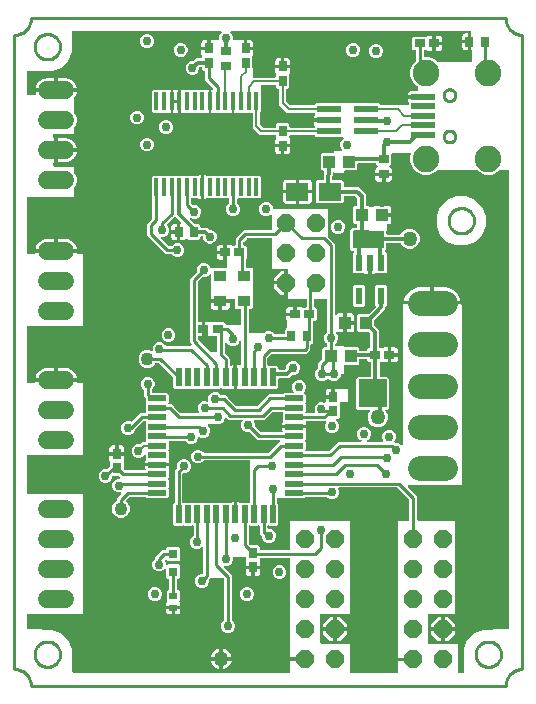
<source format=gbr>
G04 EAGLE Gerber RS-274X export*
G75*
%MOMM*%
%FSLAX34Y34*%
%LPD*%
%INTop Copper*%
%IPPOS*%
%AMOC8*
5,1,8,0,0,1.08239X$1,22.5*%
G01*
%ADD10R,0.400000X1.500000*%
%ADD11C,2.250000*%
%ADD12R,2.000000X0.500000*%
%ADD13P,1.649562X8X112.500000*%
%ADD14R,0.700000X0.900000*%
%ADD15R,0.740000X0.925000*%
%ADD16R,0.925000X0.740000*%
%ADD17R,1.500000X0.500000*%
%ADD18R,0.500000X1.500000*%
%ADD19R,1.950000X1.500000*%
%ADD20R,0.900000X0.700000*%
%ADD21R,1.000000X1.100000*%
%ADD22R,1.100000X0.900000*%
%ADD23R,1.050000X1.080000*%
%ADD24R,0.600000X1.408000*%
%ADD25C,1.508000*%
%ADD26R,2.000000X0.600000*%
%ADD27P,1.632244X8X292.500000*%
%ADD28C,1.100000*%
%ADD29C,1.270000*%
%ADD30R,0.800000X0.800000*%
%ADD31R,0.700000X0.600000*%
%ADD32C,2.133600*%
%ADD33C,0.304800*%
%ADD34C,0.756400*%
%ADD35C,0.254000*%
%ADD36C,0.203200*%
%ADD37C,0.200000*%
%ADD38C,0.254000*%

G36*
X232925Y10926D02*
X232925Y10926D01*
X232945Y10924D01*
X233046Y10946D01*
X233148Y10962D01*
X233166Y10972D01*
X233185Y10976D01*
X233274Y11029D01*
X233365Y11078D01*
X233379Y11092D01*
X233396Y11102D01*
X233464Y11181D01*
X233535Y11256D01*
X233543Y11274D01*
X233556Y11289D01*
X233595Y11385D01*
X233638Y11479D01*
X233641Y11499D01*
X233648Y11517D01*
X233667Y11684D01*
X233667Y107678D01*
X233663Y107698D01*
X233666Y107717D01*
X233644Y107819D01*
X233627Y107921D01*
X233618Y107938D01*
X233613Y107958D01*
X233560Y108047D01*
X233512Y108138D01*
X233497Y108152D01*
X233487Y108169D01*
X233408Y108236D01*
X233333Y108308D01*
X233315Y108316D01*
X233300Y108329D01*
X233204Y108368D01*
X233110Y108411D01*
X233091Y108413D01*
X233072Y108421D01*
X232905Y108439D01*
X208548Y108439D01*
X208528Y108436D01*
X208509Y108438D01*
X208407Y108416D01*
X208305Y108400D01*
X208288Y108390D01*
X208268Y108386D01*
X208179Y108333D01*
X208088Y108284D01*
X208074Y108270D01*
X208057Y108260D01*
X207990Y108181D01*
X207918Y108106D01*
X207910Y108088D01*
X207897Y108073D01*
X207858Y107977D01*
X207815Y107883D01*
X207813Y107863D01*
X207805Y107845D01*
X207787Y107678D01*
X207787Y106516D01*
X207805Y106403D01*
X207821Y106289D01*
X207825Y106280D01*
X207826Y106274D01*
X207837Y106254D01*
X207889Y106136D01*
X208104Y105764D01*
X208277Y105117D01*
X208277Y101681D01*
X202798Y101681D01*
X202778Y101678D01*
X202759Y101680D01*
X202657Y101658D01*
X202555Y101641D01*
X202538Y101632D01*
X202518Y101628D01*
X202429Y101575D01*
X202338Y101526D01*
X202324Y101512D01*
X202307Y101502D01*
X202240Y101423D01*
X202169Y101348D01*
X202160Y101330D01*
X202147Y101315D01*
X202108Y101219D01*
X202065Y101125D01*
X202063Y101105D01*
X202055Y101087D01*
X202037Y100920D01*
X202037Y100157D01*
X202035Y100157D01*
X202035Y100920D01*
X202032Y100940D01*
X202034Y100959D01*
X202012Y101061D01*
X201995Y101163D01*
X201986Y101180D01*
X201982Y101200D01*
X201929Y101289D01*
X201880Y101380D01*
X201866Y101394D01*
X201856Y101411D01*
X201777Y101478D01*
X201702Y101549D01*
X201684Y101558D01*
X201669Y101571D01*
X201573Y101610D01*
X201479Y101653D01*
X201459Y101655D01*
X201441Y101663D01*
X201274Y101681D01*
X195795Y101681D01*
X195795Y105117D01*
X195968Y105764D01*
X196183Y106136D01*
X196224Y106242D01*
X196267Y106350D01*
X196268Y106360D01*
X196270Y106366D01*
X196271Y106388D01*
X196285Y106516D01*
X196285Y107950D01*
X196282Y107970D01*
X196284Y107989D01*
X196262Y108091D01*
X196246Y108193D01*
X196236Y108210D01*
X196232Y108230D01*
X196179Y108319D01*
X196130Y108410D01*
X196116Y108424D01*
X196106Y108441D01*
X196027Y108508D01*
X195952Y108580D01*
X195934Y108588D01*
X195919Y108601D01*
X195823Y108640D01*
X195729Y108683D01*
X195709Y108685D01*
X195691Y108693D01*
X195524Y108711D01*
X185664Y108711D01*
X185644Y108708D01*
X185625Y108710D01*
X185523Y108688D01*
X185421Y108672D01*
X185404Y108662D01*
X185384Y108658D01*
X185295Y108605D01*
X185204Y108556D01*
X185190Y108542D01*
X185173Y108532D01*
X185106Y108453D01*
X185034Y108378D01*
X185026Y108360D01*
X185013Y108345D01*
X184974Y108249D01*
X184931Y108155D01*
X184929Y108135D01*
X184921Y108117D01*
X184903Y107950D01*
X184903Y106282D01*
X184015Y104138D01*
X182374Y102497D01*
X180230Y101609D01*
X178015Y101609D01*
X177944Y101598D01*
X177872Y101596D01*
X177823Y101578D01*
X177772Y101570D01*
X177709Y101536D01*
X177641Y101511D01*
X177601Y101479D01*
X177555Y101454D01*
X177505Y101402D01*
X177449Y101358D01*
X177421Y101314D01*
X177385Y101276D01*
X177355Y101211D01*
X177316Y101151D01*
X177304Y101100D01*
X177282Y101053D01*
X177274Y100982D01*
X177256Y100912D01*
X177260Y100860D01*
X177255Y100809D01*
X177270Y100738D01*
X177275Y100667D01*
X177296Y100619D01*
X177307Y100568D01*
X177344Y100507D01*
X177372Y100441D01*
X177416Y100385D01*
X177433Y100357D01*
X177451Y100342D01*
X177476Y100310D01*
X182383Y95404D01*
X184551Y93236D01*
X184551Y55661D01*
X184565Y55571D01*
X184573Y55480D01*
X184585Y55451D01*
X184590Y55419D01*
X184633Y55338D01*
X184669Y55254D01*
X184695Y55222D01*
X184706Y55201D01*
X184729Y55179D01*
X184774Y55123D01*
X186047Y53850D01*
X186935Y51706D01*
X186935Y49386D01*
X186047Y47242D01*
X184406Y45601D01*
X182262Y44713D01*
X179942Y44713D01*
X177798Y45601D01*
X176157Y47242D01*
X175269Y49386D01*
X175269Y51706D01*
X176157Y53850D01*
X177686Y55379D01*
X177739Y55453D01*
X177799Y55522D01*
X177811Y55553D01*
X177830Y55579D01*
X177857Y55666D01*
X177891Y55751D01*
X177895Y55792D01*
X177902Y55814D01*
X177901Y55846D01*
X177909Y55917D01*
X177909Y90169D01*
X177895Y90259D01*
X177887Y90350D01*
X177875Y90380D01*
X177870Y90412D01*
X177827Y90493D01*
X177791Y90576D01*
X177765Y90609D01*
X177754Y90629D01*
X177731Y90651D01*
X177686Y90707D01*
X177558Y90835D01*
X177485Y90888D01*
X177415Y90948D01*
X177385Y90960D01*
X177359Y90979D01*
X177272Y91006D01*
X177187Y91040D01*
X177146Y91044D01*
X177124Y91051D01*
X177091Y91050D01*
X177020Y91058D01*
X166174Y91058D01*
X166084Y91044D01*
X165993Y91036D01*
X165963Y91024D01*
X165931Y91019D01*
X165850Y90976D01*
X165767Y90940D01*
X165734Y90914D01*
X165714Y90903D01*
X165692Y90880D01*
X165636Y90835D01*
X165060Y90259D01*
X165007Y90186D01*
X164947Y90116D01*
X164935Y90086D01*
X164916Y90060D01*
X164889Y89973D01*
X164855Y89888D01*
X164851Y89847D01*
X164844Y89825D01*
X164845Y89792D01*
X164837Y89721D01*
X164837Y87740D01*
X163949Y85596D01*
X162308Y83955D01*
X160164Y83067D01*
X157844Y83067D01*
X155700Y83955D01*
X154059Y85596D01*
X153171Y87740D01*
X153171Y90060D01*
X154059Y92204D01*
X155700Y93845D01*
X157844Y94733D01*
X158988Y94733D01*
X159008Y94736D01*
X159027Y94734D01*
X159129Y94756D01*
X159231Y94772D01*
X159248Y94782D01*
X159268Y94786D01*
X159357Y94839D01*
X159448Y94888D01*
X159462Y94902D01*
X159479Y94912D01*
X159546Y94991D01*
X159618Y95066D01*
X159626Y95084D01*
X159639Y95099D01*
X159678Y95195D01*
X159721Y95289D01*
X159723Y95309D01*
X159731Y95327D01*
X159749Y95494D01*
X159749Y116643D01*
X159738Y116713D01*
X159736Y116785D01*
X159718Y116834D01*
X159710Y116885D01*
X159676Y116949D01*
X159651Y117016D01*
X159619Y117057D01*
X159594Y117103D01*
X159543Y117152D01*
X159498Y117208D01*
X159454Y117236D01*
X159416Y117272D01*
X159351Y117302D01*
X159291Y117341D01*
X159240Y117354D01*
X159193Y117376D01*
X159122Y117384D01*
X159052Y117401D01*
X159000Y117397D01*
X158949Y117403D01*
X158878Y117388D01*
X158807Y117382D01*
X158759Y117362D01*
X158708Y117351D01*
X158647Y117314D01*
X158581Y117286D01*
X158525Y117241D01*
X158497Y117225D01*
X158482Y117207D01*
X158450Y117181D01*
X158244Y116975D01*
X156100Y116087D01*
X153780Y116087D01*
X151636Y116975D01*
X149995Y118616D01*
X149107Y120760D01*
X149107Y123080D01*
X149995Y125224D01*
X151526Y126755D01*
X151579Y126829D01*
X151639Y126898D01*
X151651Y126929D01*
X151670Y126955D01*
X151697Y127042D01*
X151731Y127127D01*
X151735Y127168D01*
X151742Y127190D01*
X151741Y127222D01*
X151749Y127293D01*
X151749Y135141D01*
X151738Y135212D01*
X151736Y135284D01*
X151718Y135333D01*
X151710Y135384D01*
X151676Y135447D01*
X151651Y135515D01*
X151619Y135555D01*
X151594Y135601D01*
X151543Y135651D01*
X151498Y135707D01*
X151454Y135735D01*
X151416Y135771D01*
X151351Y135801D01*
X151291Y135840D01*
X151240Y135852D01*
X151193Y135874D01*
X151122Y135882D01*
X151052Y135900D01*
X151000Y135896D01*
X150949Y135902D01*
X150878Y135886D01*
X150807Y135881D01*
X150759Y135860D01*
X150708Y135849D01*
X150647Y135812D01*
X150581Y135784D01*
X150525Y135740D01*
X150497Y135723D01*
X150482Y135705D01*
X150450Y135680D01*
X150419Y135649D01*
X143721Y135649D01*
X143608Y135762D01*
X143592Y135773D01*
X143580Y135789D01*
X143492Y135845D01*
X143409Y135905D01*
X143390Y135911D01*
X143373Y135922D01*
X143272Y135947D01*
X143173Y135977D01*
X143153Y135977D01*
X143134Y135982D01*
X143031Y135974D01*
X142928Y135971D01*
X142909Y135964D01*
X142889Y135963D01*
X142794Y135922D01*
X142697Y135887D01*
X142681Y135874D01*
X142663Y135866D01*
X142532Y135762D01*
X142419Y135649D01*
X135721Y135649D01*
X134519Y136851D01*
X134519Y153549D01*
X135526Y154556D01*
X135579Y154630D01*
X135639Y154700D01*
X135651Y154730D01*
X135670Y154756D01*
X135697Y154843D01*
X135731Y154928D01*
X135735Y154969D01*
X135742Y154991D01*
X135741Y155023D01*
X135749Y155095D01*
X135749Y182610D01*
X137708Y184569D01*
X137761Y184642D01*
X137821Y184712D01*
X137833Y184742D01*
X137852Y184768D01*
X137879Y184855D01*
X137913Y184940D01*
X137917Y184981D01*
X137924Y185003D01*
X137923Y185036D01*
X137931Y185107D01*
X137931Y187088D01*
X138819Y189232D01*
X140460Y190873D01*
X142604Y191761D01*
X144924Y191761D01*
X147068Y190873D01*
X148709Y189232D01*
X149597Y187088D01*
X149597Y184768D01*
X148709Y182624D01*
X147068Y180983D01*
X144924Y180095D01*
X143152Y180095D01*
X143132Y180092D01*
X143113Y180094D01*
X143011Y180072D01*
X142909Y180056D01*
X142892Y180046D01*
X142872Y180042D01*
X142783Y179989D01*
X142692Y179940D01*
X142678Y179926D01*
X142661Y179916D01*
X142594Y179837D01*
X142522Y179762D01*
X142514Y179744D01*
X142501Y179729D01*
X142462Y179633D01*
X142419Y179539D01*
X142417Y179519D01*
X142409Y179501D01*
X142391Y179334D01*
X142391Y155259D01*
X142402Y155188D01*
X142404Y155116D01*
X142422Y155067D01*
X142430Y155016D01*
X142464Y154953D01*
X142489Y154885D01*
X142521Y154845D01*
X142546Y154799D01*
X142597Y154749D01*
X142642Y154693D01*
X142686Y154665D01*
X142724Y154629D01*
X142789Y154599D01*
X142849Y154560D01*
X142900Y154548D01*
X142947Y154526D01*
X143018Y154518D01*
X143088Y154500D01*
X143140Y154504D01*
X143191Y154498D01*
X143262Y154514D01*
X143333Y154519D01*
X143381Y154540D01*
X143432Y154551D01*
X143493Y154588D01*
X143559Y154616D01*
X143615Y154660D01*
X143643Y154677D01*
X143658Y154695D01*
X143690Y154720D01*
X143721Y154751D01*
X150419Y154751D01*
X150532Y154638D01*
X150548Y154627D01*
X150560Y154611D01*
X150648Y154555D01*
X150731Y154495D01*
X150750Y154489D01*
X150767Y154478D01*
X150868Y154453D01*
X150966Y154423D01*
X150986Y154423D01*
X151006Y154418D01*
X151109Y154426D01*
X151212Y154429D01*
X151231Y154436D01*
X151251Y154437D01*
X151346Y154478D01*
X151443Y154513D01*
X151459Y154526D01*
X151477Y154534D01*
X151608Y154638D01*
X151721Y154751D01*
X158419Y154751D01*
X158532Y154638D01*
X158548Y154627D01*
X158560Y154611D01*
X158648Y154555D01*
X158731Y154495D01*
X158750Y154489D01*
X158767Y154478D01*
X158868Y154453D01*
X158966Y154423D01*
X158986Y154423D01*
X159006Y154418D01*
X159109Y154426D01*
X159212Y154429D01*
X159231Y154436D01*
X159251Y154437D01*
X159346Y154478D01*
X159443Y154513D01*
X159459Y154526D01*
X159477Y154534D01*
X159608Y154638D01*
X159721Y154751D01*
X166419Y154751D01*
X166532Y154638D01*
X166548Y154627D01*
X166560Y154611D01*
X166648Y154555D01*
X166731Y154495D01*
X166750Y154489D01*
X166767Y154478D01*
X166868Y154453D01*
X166966Y154423D01*
X166986Y154423D01*
X167006Y154418D01*
X167109Y154426D01*
X167212Y154429D01*
X167231Y154436D01*
X167251Y154437D01*
X167346Y154478D01*
X167443Y154513D01*
X167459Y154526D01*
X167477Y154534D01*
X167608Y154638D01*
X167721Y154751D01*
X174419Y154751D01*
X174532Y154638D01*
X174548Y154627D01*
X174560Y154611D01*
X174648Y154555D01*
X174731Y154495D01*
X174750Y154489D01*
X174767Y154478D01*
X174868Y154453D01*
X174966Y154423D01*
X174986Y154423D01*
X175006Y154418D01*
X175109Y154426D01*
X175212Y154429D01*
X175231Y154436D01*
X175251Y154437D01*
X175346Y154478D01*
X175443Y154513D01*
X175459Y154526D01*
X175477Y154534D01*
X175608Y154638D01*
X175721Y154751D01*
X182556Y154751D01*
X182592Y154744D01*
X182669Y154721D01*
X182712Y154722D01*
X182755Y154714D01*
X182835Y154725D01*
X182914Y154727D01*
X182956Y154742D01*
X182999Y154748D01*
X183132Y154806D01*
X183145Y154811D01*
X183148Y154814D01*
X183153Y154815D01*
X183589Y155068D01*
X184236Y155241D01*
X185821Y155241D01*
X185821Y145688D01*
X185824Y145669D01*
X185822Y145649D01*
X185844Y145547D01*
X185860Y145445D01*
X185870Y145428D01*
X185874Y145408D01*
X185927Y145319D01*
X185976Y145228D01*
X185990Y145214D01*
X186000Y145197D01*
X186079Y145130D01*
X186154Y145059D01*
X186172Y145050D01*
X186187Y145037D01*
X186283Y144999D01*
X186377Y144955D01*
X186397Y144953D01*
X186415Y144945D01*
X186582Y144927D01*
X187558Y144927D01*
X187578Y144930D01*
X187597Y144928D01*
X187699Y144950D01*
X187801Y144967D01*
X187818Y144976D01*
X187838Y144980D01*
X187927Y145033D01*
X188018Y145082D01*
X188032Y145096D01*
X188049Y145106D01*
X188116Y145185D01*
X188188Y145260D01*
X188196Y145278D01*
X188209Y145293D01*
X188248Y145390D01*
X188291Y145483D01*
X188293Y145503D01*
X188301Y145521D01*
X188319Y145688D01*
X188319Y155241D01*
X189904Y155241D01*
X190551Y155068D01*
X190987Y154815D01*
X191028Y154800D01*
X191065Y154776D01*
X191143Y154757D01*
X191217Y154729D01*
X191261Y154727D01*
X191304Y154716D01*
X191383Y154722D01*
X191463Y154719D01*
X191505Y154732D01*
X191549Y154735D01*
X191585Y154751D01*
X198419Y154751D01*
X198450Y154720D01*
X198508Y154679D01*
X198560Y154629D01*
X198607Y154607D01*
X198649Y154577D01*
X198718Y154556D01*
X198783Y154526D01*
X198835Y154520D01*
X198885Y154505D01*
X198956Y154506D01*
X199027Y154498D01*
X199078Y154510D01*
X199130Y154511D01*
X199198Y154535D01*
X199268Y154551D01*
X199313Y154577D01*
X199361Y154595D01*
X199417Y154640D01*
X199479Y154677D01*
X199513Y154716D01*
X199553Y154749D01*
X199592Y154809D01*
X199639Y154864D01*
X199658Y154912D01*
X199686Y154956D01*
X199704Y155025D01*
X199731Y155092D01*
X199739Y155163D01*
X199747Y155194D01*
X199745Y155218D01*
X199749Y155259D01*
X199749Y184289D01*
X199752Y184295D01*
X199756Y184336D01*
X199763Y184358D01*
X199762Y184390D01*
X199770Y184462D01*
X199770Y189974D01*
X199767Y189994D01*
X199769Y190013D01*
X199747Y190115D01*
X199731Y190217D01*
X199721Y190234D01*
X199717Y190254D01*
X199664Y190343D01*
X199615Y190434D01*
X199601Y190448D01*
X199591Y190465D01*
X199512Y190532D01*
X199437Y190604D01*
X199419Y190612D01*
X199404Y190625D01*
X199308Y190664D01*
X199214Y190707D01*
X199194Y190709D01*
X199176Y190717D01*
X199009Y190735D01*
X160691Y190735D01*
X160601Y190721D01*
X160510Y190713D01*
X160481Y190701D01*
X160449Y190696D01*
X160368Y190653D01*
X160284Y190617D01*
X160252Y190591D01*
X160231Y190580D01*
X160209Y190557D01*
X160153Y190512D01*
X158752Y189111D01*
X156608Y188223D01*
X154288Y188223D01*
X152144Y189111D01*
X150503Y190752D01*
X149615Y192896D01*
X149615Y195216D01*
X150503Y197360D01*
X152144Y199001D01*
X154288Y199889D01*
X156608Y199889D01*
X158752Y199001D01*
X160153Y197600D01*
X160227Y197547D01*
X160296Y197487D01*
X160327Y197475D01*
X160353Y197456D01*
X160440Y197429D01*
X160525Y197395D01*
X160566Y197391D01*
X160588Y197384D01*
X160620Y197385D01*
X160691Y197377D01*
X215225Y197377D01*
X215315Y197391D01*
X215406Y197399D01*
X215436Y197411D01*
X215468Y197416D01*
X215549Y197459D01*
X215632Y197495D01*
X215665Y197521D01*
X215685Y197532D01*
X215707Y197555D01*
X215763Y197600D01*
X224744Y206580D01*
X224785Y206638D01*
X224835Y206690D01*
X224857Y206737D01*
X224887Y206779D01*
X224908Y206848D01*
X224938Y206913D01*
X224944Y206965D01*
X224959Y207015D01*
X224958Y207086D01*
X224965Y207157D01*
X224954Y207208D01*
X224953Y207260D01*
X224928Y207328D01*
X224913Y207398D01*
X224886Y207443D01*
X224869Y207491D01*
X224824Y207547D01*
X224787Y207609D01*
X224747Y207643D01*
X224715Y207683D01*
X224655Y207722D01*
X224600Y207769D01*
X224552Y207788D01*
X224508Y207816D01*
X224439Y207834D01*
X224372Y207861D01*
X224301Y207869D01*
X224269Y207877D01*
X224246Y207875D01*
X224205Y207879D01*
X206016Y207879D01*
X199479Y214416D01*
X199405Y214469D01*
X199336Y214529D01*
X199306Y214541D01*
X199280Y214560D01*
X199193Y214587D01*
X199108Y214621D01*
X199067Y214625D01*
X199045Y214632D01*
X199012Y214631D01*
X198941Y214639D01*
X196960Y214639D01*
X194816Y215527D01*
X193175Y217168D01*
X192287Y219312D01*
X192287Y221632D01*
X193175Y223776D01*
X193379Y223980D01*
X193421Y224038D01*
X193470Y224090D01*
X193492Y224137D01*
X193523Y224179D01*
X193544Y224248D01*
X193574Y224313D01*
X193580Y224365D01*
X193595Y224415D01*
X193593Y224486D01*
X193601Y224557D01*
X193590Y224608D01*
X193589Y224660D01*
X193564Y224728D01*
X193549Y224798D01*
X193522Y224843D01*
X193504Y224891D01*
X193459Y224947D01*
X193423Y225009D01*
X193383Y225043D01*
X193350Y225083D01*
X193290Y225122D01*
X193236Y225169D01*
X193187Y225188D01*
X193144Y225216D01*
X193074Y225234D01*
X193007Y225261D01*
X192936Y225269D01*
X192905Y225277D01*
X192882Y225275D01*
X192841Y225279D01*
X181504Y225279D01*
X179852Y226932D01*
X179794Y226973D01*
X179742Y227023D01*
X179695Y227045D01*
X179653Y227075D01*
X179584Y227096D01*
X179519Y227126D01*
X179467Y227132D01*
X179417Y227147D01*
X179346Y227146D01*
X179275Y227153D01*
X179224Y227142D01*
X179172Y227141D01*
X179104Y227116D01*
X179034Y227101D01*
X178989Y227074D01*
X178941Y227057D01*
X178885Y227012D01*
X178823Y226975D01*
X178789Y226935D01*
X178749Y226903D01*
X178710Y226843D01*
X178663Y226788D01*
X178644Y226740D01*
X178616Y226696D01*
X178598Y226627D01*
X178571Y226560D01*
X178563Y226489D01*
X178555Y226457D01*
X178557Y226435D01*
X177665Y224280D01*
X176024Y222639D01*
X173880Y221751D01*
X173330Y221751D01*
X173240Y221737D01*
X173149Y221729D01*
X173120Y221717D01*
X173088Y221712D01*
X173007Y221669D01*
X172923Y221633D01*
X172900Y221614D01*
X164392Y221614D01*
X164322Y221603D01*
X164250Y221601D01*
X164201Y221583D01*
X164150Y221575D01*
X164086Y221541D01*
X164019Y221516D01*
X163978Y221484D01*
X163932Y221459D01*
X163883Y221407D01*
X163827Y221363D01*
X163799Y221319D01*
X163763Y221281D01*
X163733Y221216D01*
X163694Y221156D01*
X163681Y221105D01*
X163659Y221058D01*
X163651Y220987D01*
X163634Y220917D01*
X163638Y220865D01*
X163632Y220814D01*
X163647Y220743D01*
X163653Y220672D01*
X163673Y220624D01*
X163684Y220573D01*
X163721Y220512D01*
X163749Y220446D01*
X163794Y220390D01*
X163810Y220362D01*
X163828Y220347D01*
X163854Y220315D01*
X164965Y219204D01*
X165853Y217060D01*
X165853Y214740D01*
X164965Y212596D01*
X163324Y210955D01*
X161180Y210067D01*
X158860Y210067D01*
X156745Y210943D01*
X156701Y210954D01*
X156659Y210973D01*
X156582Y210982D01*
X156506Y210999D01*
X156460Y210995D01*
X156415Y211000D01*
X156338Y210984D01*
X156261Y210976D01*
X156219Y210958D01*
X156174Y210948D01*
X156107Y210908D01*
X156036Y210876D01*
X156002Y210845D01*
X155963Y210822D01*
X155912Y210763D01*
X155855Y210710D01*
X155833Y210670D01*
X155803Y210635D01*
X155774Y210562D01*
X155737Y210494D01*
X155728Y210449D01*
X155711Y210407D01*
X155696Y210271D01*
X155693Y210252D01*
X155694Y210247D01*
X155693Y210240D01*
X155693Y209660D01*
X154805Y207516D01*
X153164Y205875D01*
X151020Y204987D01*
X148700Y204987D01*
X146556Y205875D01*
X145155Y207276D01*
X145081Y207329D01*
X145012Y207389D01*
X144981Y207401D01*
X144955Y207420D01*
X144868Y207447D01*
X144783Y207481D01*
X144742Y207485D01*
X144720Y207492D01*
X144688Y207491D01*
X144617Y207499D01*
X131382Y207499D01*
X131362Y207496D01*
X131343Y207498D01*
X131241Y207476D01*
X131139Y207460D01*
X131122Y207450D01*
X131102Y207446D01*
X131013Y207393D01*
X130922Y207344D01*
X130908Y207330D01*
X130891Y207320D01*
X130824Y207241D01*
X130752Y207166D01*
X130744Y207148D01*
X130731Y207133D01*
X130692Y207037D01*
X130649Y206943D01*
X130647Y206923D01*
X130639Y206905D01*
X130621Y206738D01*
X130621Y199851D01*
X130508Y199738D01*
X130497Y199722D01*
X130481Y199710D01*
X130425Y199622D01*
X130365Y199539D01*
X130359Y199520D01*
X130348Y199503D01*
X130323Y199402D01*
X130293Y199304D01*
X130293Y199284D01*
X130288Y199264D01*
X130296Y199161D01*
X130299Y199058D01*
X130306Y199039D01*
X130307Y199019D01*
X130348Y198924D01*
X130383Y198827D01*
X130396Y198811D01*
X130404Y198793D01*
X130508Y198662D01*
X130621Y198549D01*
X130621Y191714D01*
X130614Y191678D01*
X130591Y191602D01*
X130592Y191558D01*
X130584Y191515D01*
X130595Y191436D01*
X130597Y191356D01*
X130612Y191315D01*
X130618Y191271D01*
X130676Y191138D01*
X130681Y191125D01*
X130683Y191122D01*
X130685Y191117D01*
X130938Y190681D01*
X131111Y190034D01*
X131111Y188449D01*
X121558Y188449D01*
X121539Y188446D01*
X121519Y188448D01*
X121417Y188426D01*
X121315Y188410D01*
X121298Y188400D01*
X121278Y188396D01*
X121189Y188343D01*
X121098Y188294D01*
X121084Y188280D01*
X121067Y188270D01*
X121064Y188266D01*
X121010Y188318D01*
X120992Y188326D01*
X120977Y188339D01*
X120880Y188378D01*
X120787Y188421D01*
X120767Y188423D01*
X120749Y188431D01*
X120582Y188449D01*
X111029Y188449D01*
X111029Y190034D01*
X111202Y190681D01*
X111455Y191117D01*
X111470Y191159D01*
X111494Y191196D01*
X111513Y191273D01*
X111542Y191347D01*
X111543Y191391D01*
X111554Y191434D01*
X111548Y191513D01*
X111551Y191593D01*
X111538Y191635D01*
X111535Y191679D01*
X111519Y191715D01*
X111519Y194946D01*
X111504Y195042D01*
X111494Y195139D01*
X111484Y195163D01*
X111480Y195188D01*
X111434Y195274D01*
X111394Y195364D01*
X111377Y195383D01*
X111364Y195406D01*
X111294Y195473D01*
X111228Y195545D01*
X111205Y195557D01*
X111186Y195575D01*
X111098Y195616D01*
X111012Y195663D01*
X110987Y195668D01*
X110963Y195679D01*
X110866Y195690D01*
X110770Y195707D01*
X110744Y195703D01*
X110719Y195706D01*
X110623Y195685D01*
X110527Y195671D01*
X110504Y195659D01*
X110478Y195654D01*
X110394Y195604D01*
X110308Y195559D01*
X110289Y195541D01*
X110267Y195528D01*
X110204Y195453D01*
X110135Y195384D01*
X110120Y195355D01*
X110107Y195341D01*
X110107Y195340D01*
X108450Y193683D01*
X106306Y192795D01*
X103986Y192795D01*
X101842Y193683D01*
X100201Y195324D01*
X99313Y197468D01*
X99313Y199788D01*
X100201Y201932D01*
X101842Y203573D01*
X103986Y204461D01*
X106326Y204461D01*
X106416Y204475D01*
X106507Y204483D01*
X106537Y204495D01*
X106569Y204500D01*
X106650Y204543D01*
X106734Y204579D01*
X106766Y204605D01*
X106787Y204616D01*
X106809Y204639D01*
X106865Y204684D01*
X108448Y206267D01*
X110921Y206267D01*
X111011Y206281D01*
X111102Y206289D01*
X111132Y206301D01*
X111164Y206306D01*
X111245Y206349D01*
X111329Y206385D01*
X111361Y206411D01*
X111381Y206422D01*
X111404Y206445D01*
X111460Y206490D01*
X111632Y206662D01*
X111643Y206678D01*
X111659Y206690D01*
X111715Y206777D01*
X111775Y206861D01*
X111781Y206880D01*
X111792Y206897D01*
X111817Y206997D01*
X111847Y207097D01*
X111847Y207117D01*
X111852Y207136D01*
X111844Y207239D01*
X111841Y207342D01*
X111834Y207361D01*
X111833Y207381D01*
X111792Y207476D01*
X111757Y207573D01*
X111744Y207589D01*
X111736Y207607D01*
X111632Y207738D01*
X111519Y207851D01*
X111519Y214549D01*
X111632Y214662D01*
X111643Y214678D01*
X111659Y214690D01*
X111715Y214778D01*
X111775Y214861D01*
X111781Y214880D01*
X111792Y214897D01*
X111817Y214998D01*
X111847Y215097D01*
X111847Y215117D01*
X111852Y215136D01*
X111844Y215239D01*
X111841Y215342D01*
X111834Y215361D01*
X111833Y215381D01*
X111792Y215476D01*
X111757Y215573D01*
X111744Y215589D01*
X111736Y215607D01*
X111632Y215738D01*
X111519Y215851D01*
X111519Y222549D01*
X111550Y222580D01*
X111591Y222638D01*
X111641Y222690D01*
X111663Y222737D01*
X111693Y222779D01*
X111714Y222848D01*
X111744Y222913D01*
X111750Y222965D01*
X111765Y223015D01*
X111764Y223086D01*
X111772Y223157D01*
X111760Y223208D01*
X111759Y223260D01*
X111735Y223328D01*
X111719Y223398D01*
X111693Y223443D01*
X111675Y223491D01*
X111630Y223547D01*
X111593Y223609D01*
X111554Y223643D01*
X111521Y223683D01*
X111461Y223722D01*
X111406Y223769D01*
X111358Y223788D01*
X111314Y223816D01*
X111245Y223834D01*
X111178Y223861D01*
X111107Y223869D01*
X111076Y223877D01*
X111052Y223875D01*
X111011Y223879D01*
X109511Y223879D01*
X109421Y223865D01*
X109330Y223857D01*
X109300Y223845D01*
X109268Y223840D01*
X109187Y223797D01*
X109104Y223761D01*
X109071Y223735D01*
X109051Y223724D01*
X109029Y223701D01*
X108973Y223656D01*
X102288Y216972D01*
X102250Y216918D01*
X102204Y216872D01*
X102163Y216799D01*
X102144Y216772D01*
X102139Y216753D01*
X102123Y216725D01*
X101465Y215136D01*
X99824Y213495D01*
X97680Y212607D01*
X95360Y212607D01*
X93216Y213495D01*
X91575Y215136D01*
X90687Y217280D01*
X90687Y219600D01*
X91575Y221744D01*
X93216Y223385D01*
X95360Y224273D01*
X97680Y224273D01*
X98990Y223730D01*
X99103Y223704D01*
X99217Y223675D01*
X99223Y223676D01*
X99229Y223674D01*
X99346Y223685D01*
X99462Y223694D01*
X99468Y223697D01*
X99474Y223697D01*
X99581Y223745D01*
X99688Y223791D01*
X99694Y223795D01*
X99699Y223797D01*
X99712Y223810D01*
X99819Y223895D01*
X106444Y230521D01*
X111011Y230521D01*
X111082Y230532D01*
X111154Y230534D01*
X111203Y230552D01*
X111254Y230560D01*
X111317Y230594D01*
X111385Y230619D01*
X111425Y230651D01*
X111471Y230676D01*
X111521Y230727D01*
X111577Y230772D01*
X111605Y230816D01*
X111641Y230854D01*
X111671Y230919D01*
X111710Y230979D01*
X111722Y231030D01*
X111744Y231077D01*
X111752Y231148D01*
X111770Y231218D01*
X111766Y231270D01*
X111772Y231321D01*
X111756Y231392D01*
X111751Y231463D01*
X111730Y231511D01*
X111719Y231562D01*
X111682Y231623D01*
X111654Y231689D01*
X111610Y231745D01*
X111593Y231773D01*
X111575Y231788D01*
X111550Y231820D01*
X111519Y231851D01*
X111519Y238549D01*
X111632Y238662D01*
X111643Y238678D01*
X111659Y238690D01*
X111715Y238778D01*
X111775Y238861D01*
X111781Y238880D01*
X111792Y238897D01*
X111817Y238998D01*
X111847Y239097D01*
X111847Y239117D01*
X111852Y239136D01*
X111844Y239239D01*
X111841Y239342D01*
X111834Y239361D01*
X111833Y239381D01*
X111792Y239476D01*
X111757Y239573D01*
X111744Y239589D01*
X111736Y239607D01*
X111632Y239738D01*
X111519Y239851D01*
X111519Y242659D01*
X111505Y242749D01*
X111497Y242840D01*
X111485Y242870D01*
X111480Y242902D01*
X111437Y242983D01*
X111401Y243066D01*
X111375Y243099D01*
X111364Y243119D01*
X111341Y243141D01*
X111296Y243197D01*
X109587Y244906D01*
X109587Y250149D01*
X109573Y250239D01*
X109565Y250330D01*
X109553Y250359D01*
X109548Y250391D01*
X109505Y250472D01*
X109469Y250556D01*
X109443Y250588D01*
X109432Y250609D01*
X109409Y250631D01*
X109364Y250687D01*
X107963Y252088D01*
X107075Y254232D01*
X107075Y256552D01*
X107963Y258696D01*
X109604Y260337D01*
X111748Y261225D01*
X114068Y261225D01*
X116212Y260337D01*
X117853Y258696D01*
X118741Y256552D01*
X118741Y254232D01*
X117853Y252088D01*
X116452Y250687D01*
X116399Y250613D01*
X116339Y250544D01*
X116327Y250513D01*
X116308Y250487D01*
X116281Y250400D01*
X116247Y250315D01*
X116243Y250274D01*
X116236Y250252D01*
X116237Y250220D01*
X116229Y250149D01*
X116229Y248512D01*
X116232Y248492D01*
X116230Y248473D01*
X116252Y248371D01*
X116268Y248269D01*
X116278Y248252D01*
X116282Y248232D01*
X116335Y248143D01*
X116384Y248052D01*
X116398Y248038D01*
X116408Y248021D01*
X116487Y247954D01*
X116562Y247882D01*
X116580Y247874D01*
X116595Y247861D01*
X116691Y247822D01*
X116785Y247779D01*
X116805Y247777D01*
X116823Y247769D01*
X116990Y247751D01*
X129419Y247751D01*
X130621Y246549D01*
X130621Y239851D01*
X130508Y239738D01*
X130497Y239722D01*
X130481Y239710D01*
X130425Y239623D01*
X130365Y239539D01*
X130359Y239520D01*
X130348Y239503D01*
X130323Y239403D01*
X130293Y239304D01*
X130293Y239284D01*
X130288Y239264D01*
X130296Y239161D01*
X130299Y239058D01*
X130306Y239039D01*
X130307Y239019D01*
X130348Y238924D01*
X130383Y238827D01*
X130396Y238811D01*
X130404Y238793D01*
X130508Y238662D01*
X130574Y238596D01*
X130648Y238543D01*
X130718Y238483D01*
X130748Y238471D01*
X130774Y238452D01*
X130861Y238425D01*
X130946Y238391D01*
X130987Y238387D01*
X131009Y238380D01*
X131041Y238381D01*
X131113Y238373D01*
X133353Y238373D01*
X135521Y236205D01*
X140598Y231128D01*
X140672Y231075D01*
X140741Y231015D01*
X140771Y231003D01*
X140797Y230984D01*
X140884Y230957D01*
X140969Y230923D01*
X141010Y230919D01*
X141033Y230912D01*
X141065Y230913D01*
X141136Y230905D01*
X155513Y230905D01*
X155558Y230912D01*
X155604Y230910D01*
X155679Y230932D01*
X155756Y230944D01*
X155796Y230966D01*
X155840Y230979D01*
X155904Y231023D01*
X155973Y231060D01*
X156005Y231093D01*
X156042Y231119D01*
X156089Y231182D01*
X156143Y231238D01*
X156162Y231280D01*
X156189Y231316D01*
X156213Y231390D01*
X156246Y231461D01*
X156251Y231507D01*
X156265Y231550D01*
X156265Y231628D01*
X156273Y231705D01*
X156263Y231750D01*
X156263Y231796D01*
X156225Y231928D01*
X156221Y231946D01*
X156218Y231950D01*
X156216Y231957D01*
X155457Y233790D01*
X155457Y236110D01*
X156345Y238254D01*
X157986Y239895D01*
X160130Y240783D01*
X162450Y240783D01*
X163356Y240408D01*
X163426Y240391D01*
X163493Y240366D01*
X163545Y240363D01*
X163595Y240351D01*
X163667Y240358D01*
X163738Y240355D01*
X163788Y240370D01*
X163840Y240375D01*
X163906Y240404D01*
X163975Y240424D01*
X164017Y240453D01*
X164065Y240475D01*
X164118Y240523D01*
X164177Y240564D01*
X164208Y240606D01*
X164246Y240641D01*
X164281Y240704D01*
X164323Y240761D01*
X164339Y240811D01*
X164365Y240856D01*
X164377Y240927D01*
X164400Y240995D01*
X164399Y241047D01*
X164408Y241099D01*
X164398Y241170D01*
X164397Y241241D01*
X164377Y241310D01*
X164372Y241342D01*
X164362Y241363D01*
X164350Y241402D01*
X164347Y241410D01*
X164347Y243730D01*
X165235Y245874D01*
X166876Y247515D01*
X169020Y248403D01*
X171340Y248403D01*
X173484Y247515D01*
X174885Y246114D01*
X174959Y246061D01*
X175028Y246001D01*
X175059Y245989D01*
X175085Y245970D01*
X175172Y245943D01*
X175257Y245909D01*
X175298Y245905D01*
X175320Y245898D01*
X175352Y245899D01*
X175423Y245891D01*
X179176Y245891D01*
X181344Y243723D01*
X187843Y237224D01*
X187916Y237171D01*
X187986Y237111D01*
X188016Y237099D01*
X188042Y237080D01*
X188129Y237053D01*
X188214Y237019D01*
X188255Y237015D01*
X188277Y237008D01*
X188310Y237009D01*
X188381Y237001D01*
X205573Y237001D01*
X205663Y237015D01*
X205754Y237023D01*
X205784Y237035D01*
X205816Y237040D01*
X205897Y237083D01*
X205980Y237119D01*
X206013Y237145D01*
X206033Y237156D01*
X206045Y237168D01*
X206047Y237169D01*
X206058Y237181D01*
X206111Y237224D01*
X215540Y246653D01*
X227307Y246653D01*
X227397Y246667D01*
X227488Y246675D01*
X227518Y246687D01*
X227550Y246692D01*
X227631Y246735D01*
X227715Y246771D01*
X227747Y246797D01*
X227767Y246808D01*
X227790Y246831D01*
X227846Y246876D01*
X228721Y247751D01*
X236447Y247751D01*
X236517Y247762D01*
X236589Y247764D01*
X236638Y247782D01*
X236689Y247790D01*
X236753Y247824D01*
X236820Y247849D01*
X236861Y247881D01*
X236907Y247906D01*
X236956Y247958D01*
X237012Y248002D01*
X237040Y248046D01*
X237076Y248084D01*
X237106Y248149D01*
X237145Y248209D01*
X237158Y248260D01*
X237180Y248307D01*
X237188Y248378D01*
X237205Y248448D01*
X237201Y248500D01*
X237207Y248551D01*
X237192Y248622D01*
X237186Y248693D01*
X237166Y248741D01*
X237155Y248792D01*
X237118Y248853D01*
X237090Y248919D01*
X237045Y248975D01*
X237029Y249003D01*
X237011Y249018D01*
X236985Y249050D01*
X236355Y249680D01*
X235467Y251824D01*
X235467Y254144D01*
X236355Y256288D01*
X237996Y257929D01*
X240140Y258817D01*
X242460Y258817D01*
X244604Y257929D01*
X246245Y256288D01*
X247133Y254144D01*
X247133Y251824D01*
X246245Y249680D01*
X245406Y248841D01*
X245394Y248825D01*
X245379Y248812D01*
X245322Y248725D01*
X245262Y248641D01*
X245256Y248622D01*
X245246Y248605D01*
X245220Y248505D01*
X245190Y248406D01*
X245190Y248386D01*
X245185Y248367D01*
X245194Y248264D01*
X245196Y248160D01*
X245203Y248142D01*
X245205Y248122D01*
X245245Y248027D01*
X245281Y247929D01*
X245293Y247914D01*
X245301Y247895D01*
X245406Y247764D01*
X246621Y246549D01*
X246621Y239851D01*
X246508Y239738D01*
X246497Y239722D01*
X246481Y239710D01*
X246425Y239622D01*
X246365Y239539D01*
X246359Y239520D01*
X246348Y239503D01*
X246323Y239402D01*
X246293Y239303D01*
X246293Y239283D01*
X246288Y239264D01*
X246296Y239161D01*
X246299Y239058D01*
X246306Y239039D01*
X246307Y239019D01*
X246348Y238924D01*
X246383Y238827D01*
X246396Y238811D01*
X246404Y238793D01*
X246508Y238662D01*
X246621Y238549D01*
X246621Y231851D01*
X246590Y231820D01*
X246549Y231762D01*
X246499Y231710D01*
X246477Y231663D01*
X246447Y231621D01*
X246426Y231552D01*
X246396Y231487D01*
X246390Y231435D01*
X246375Y231385D01*
X246376Y231314D01*
X246368Y231243D01*
X246380Y231192D01*
X246381Y231140D01*
X246405Y231072D01*
X246421Y231002D01*
X246447Y230957D01*
X246465Y230909D01*
X246510Y230853D01*
X246547Y230791D01*
X246586Y230757D01*
X246619Y230717D01*
X246679Y230678D01*
X246734Y230631D01*
X246782Y230612D01*
X246826Y230584D01*
X246895Y230566D01*
X246962Y230539D01*
X247033Y230531D01*
X247064Y230523D01*
X247088Y230525D01*
X247129Y230521D01*
X254268Y230521D01*
X254313Y230528D01*
X254359Y230526D01*
X254434Y230548D01*
X254510Y230560D01*
X254551Y230582D01*
X254595Y230595D01*
X254659Y230639D01*
X254728Y230676D01*
X254759Y230709D01*
X254797Y230735D01*
X254844Y230798D01*
X254897Y230854D01*
X254916Y230896D01*
X254944Y230932D01*
X254968Y231006D01*
X255001Y231077D01*
X255006Y231123D01*
X255020Y231166D01*
X255019Y231244D01*
X255028Y231321D01*
X255018Y231366D01*
X255018Y231412D01*
X254980Y231544D01*
X254976Y231562D01*
X254973Y231566D01*
X254971Y231573D01*
X254263Y233282D01*
X254263Y235602D01*
X255151Y237746D01*
X256792Y239387D01*
X258936Y240275D01*
X261256Y240275D01*
X262641Y239701D01*
X262685Y239691D01*
X262727Y239671D01*
X262804Y239663D01*
X262880Y239645D01*
X262926Y239649D01*
X262971Y239644D01*
X263048Y239661D01*
X263125Y239668D01*
X263167Y239687D01*
X263212Y239697D01*
X263279Y239737D01*
X263350Y239768D01*
X263384Y239799D01*
X263423Y239823D01*
X263473Y239882D01*
X263531Y239935D01*
X263553Y239975D01*
X263583Y240010D01*
X263612Y240082D01*
X263649Y240150D01*
X263658Y240195D01*
X263675Y240238D01*
X263690Y240374D01*
X263693Y240392D01*
X263692Y240397D01*
X263693Y240405D01*
X263693Y242719D01*
X269172Y242719D01*
X269192Y242722D01*
X269211Y242720D01*
X269313Y242742D01*
X269415Y242759D01*
X269432Y242768D01*
X269452Y242772D01*
X269541Y242825D01*
X269632Y242874D01*
X269646Y242888D01*
X269663Y242898D01*
X269730Y242977D01*
X269801Y243052D01*
X269810Y243070D01*
X269823Y243085D01*
X269862Y243181D01*
X269905Y243275D01*
X269907Y243295D01*
X269915Y243313D01*
X269933Y243480D01*
X269933Y244243D01*
X270696Y244243D01*
X270716Y244246D01*
X270735Y244244D01*
X270837Y244266D01*
X270939Y244283D01*
X270956Y244292D01*
X270976Y244296D01*
X271065Y244349D01*
X271156Y244398D01*
X271170Y244412D01*
X271187Y244422D01*
X271254Y244501D01*
X271325Y244576D01*
X271334Y244594D01*
X271347Y244609D01*
X271386Y244705D01*
X271429Y244799D01*
X271431Y244819D01*
X271439Y244837D01*
X271457Y245004D01*
X271457Y251408D01*
X273968Y251408D01*
X274148Y251360D01*
X274164Y251358D01*
X274178Y251352D01*
X274345Y251334D01*
X282606Y251334D01*
X282830Y251110D01*
X282830Y240634D01*
X282606Y240410D01*
X276936Y240410D01*
X276916Y240407D01*
X276897Y240409D01*
X276795Y240387D01*
X276693Y240371D01*
X276676Y240361D01*
X276656Y240357D01*
X276567Y240304D01*
X276476Y240255D01*
X276462Y240241D01*
X276445Y240231D01*
X276378Y240152D01*
X276306Y240077D01*
X276298Y240059D01*
X276285Y240044D01*
X276246Y239948D01*
X276203Y239854D01*
X276201Y239834D01*
X276193Y239816D01*
X276175Y239649D01*
X276175Y239283D01*
X276002Y238636D01*
X275787Y238264D01*
X275746Y238158D01*
X275703Y238050D01*
X275702Y238040D01*
X275700Y238034D01*
X275699Y238012D01*
X275685Y237884D01*
X275685Y226768D01*
X274483Y225566D01*
X273102Y225566D01*
X273032Y225555D01*
X272960Y225553D01*
X272911Y225535D01*
X272860Y225527D01*
X272796Y225493D01*
X272729Y225468D01*
X272688Y225436D01*
X272642Y225411D01*
X272593Y225359D01*
X272537Y225315D01*
X272509Y225271D01*
X272473Y225233D01*
X272443Y225168D01*
X272404Y225108D01*
X272391Y225057D01*
X272369Y225010D01*
X272361Y224939D01*
X272344Y224869D01*
X272348Y224817D01*
X272342Y224766D01*
X272357Y224695D01*
X272363Y224624D01*
X272383Y224576D01*
X272394Y224525D01*
X272431Y224464D01*
X272459Y224398D01*
X272504Y224342D01*
X272520Y224314D01*
X272538Y224299D01*
X272564Y224267D01*
X273817Y223014D01*
X274705Y220870D01*
X274705Y218550D01*
X273817Y216406D01*
X272176Y214765D01*
X270032Y213877D01*
X267712Y213877D01*
X265568Y214765D01*
X263927Y216406D01*
X263039Y218550D01*
X263039Y220870D01*
X263850Y222827D01*
X263860Y222871D01*
X263880Y222913D01*
X263888Y222990D01*
X263906Y223066D01*
X263902Y223112D01*
X263907Y223157D01*
X263890Y223234D01*
X263883Y223311D01*
X263864Y223353D01*
X263854Y223398D01*
X263814Y223465D01*
X263783Y223536D01*
X263752Y223570D01*
X263728Y223609D01*
X263669Y223660D01*
X263616Y223717D01*
X263576Y223739D01*
X263541Y223769D01*
X263469Y223798D01*
X263401Y223835D01*
X263356Y223844D01*
X263313Y223861D01*
X263177Y223876D01*
X263159Y223879D01*
X263154Y223878D01*
X263146Y223879D01*
X247564Y223879D01*
X247470Y223864D01*
X247375Y223855D01*
X247349Y223844D01*
X247321Y223840D01*
X247237Y223795D01*
X247150Y223757D01*
X247129Y223738D01*
X247104Y223724D01*
X247038Y223655D01*
X246968Y223591D01*
X246954Y223567D01*
X246935Y223546D01*
X246894Y223459D01*
X246848Y223376D01*
X246843Y223349D01*
X246831Y223323D01*
X246820Y223228D01*
X246803Y223134D01*
X246807Y223107D01*
X246804Y223079D01*
X246824Y222985D01*
X246837Y222891D01*
X246852Y222859D01*
X246856Y222838D01*
X246873Y222810D01*
X246905Y222737D01*
X246938Y222681D01*
X247111Y222034D01*
X247111Y220449D01*
X237558Y220449D01*
X237539Y220446D01*
X237519Y220448D01*
X237417Y220426D01*
X237315Y220410D01*
X237298Y220400D01*
X237278Y220396D01*
X237189Y220343D01*
X237098Y220294D01*
X237084Y220280D01*
X237067Y220270D01*
X237064Y220266D01*
X237010Y220318D01*
X236992Y220326D01*
X236977Y220339D01*
X236880Y220378D01*
X236787Y220421D01*
X236767Y220423D01*
X236749Y220431D01*
X236582Y220449D01*
X227029Y220449D01*
X227029Y222034D01*
X227202Y222681D01*
X227455Y223117D01*
X227470Y223159D01*
X227494Y223196D01*
X227513Y223273D01*
X227542Y223347D01*
X227543Y223391D01*
X227554Y223434D01*
X227548Y223513D01*
X227551Y223593D01*
X227538Y223635D01*
X227535Y223679D01*
X227519Y223715D01*
X227519Y230549D01*
X227554Y230584D01*
X227595Y230642D01*
X227645Y230694D01*
X227667Y230741D01*
X227697Y230783D01*
X227718Y230852D01*
X227748Y230917D01*
X227754Y230969D01*
X227769Y231019D01*
X227768Y231090D01*
X227776Y231161D01*
X227764Y231212D01*
X227763Y231264D01*
X227739Y231332D01*
X227723Y231402D01*
X227697Y231447D01*
X227679Y231495D01*
X227634Y231551D01*
X227597Y231613D01*
X227558Y231647D01*
X227525Y231687D01*
X227465Y231726D01*
X227410Y231773D01*
X227362Y231792D01*
X227318Y231820D01*
X227249Y231838D01*
X227182Y231865D01*
X227111Y231873D01*
X227080Y231881D01*
X227056Y231879D01*
X227015Y231883D01*
X219115Y231883D01*
X219025Y231869D01*
X218934Y231861D01*
X218904Y231849D01*
X218872Y231844D01*
X218791Y231801D01*
X218708Y231765D01*
X218675Y231739D01*
X218655Y231728D01*
X218633Y231705D01*
X218577Y231660D01*
X212196Y225279D01*
X203399Y225279D01*
X203329Y225268D01*
X203257Y225266D01*
X203208Y225248D01*
X203157Y225240D01*
X203093Y225206D01*
X203026Y225181D01*
X202985Y225149D01*
X202939Y225124D01*
X202890Y225073D01*
X202834Y225028D01*
X202806Y224984D01*
X202770Y224946D01*
X202740Y224881D01*
X202701Y224821D01*
X202688Y224770D01*
X202666Y224723D01*
X202658Y224652D01*
X202641Y224582D01*
X202645Y224530D01*
X202639Y224479D01*
X202654Y224408D01*
X202660Y224337D01*
X202680Y224289D01*
X202691Y224238D01*
X202728Y224177D01*
X202756Y224111D01*
X202801Y224055D01*
X202817Y224027D01*
X202835Y224012D01*
X202861Y223980D01*
X203065Y223776D01*
X203953Y221632D01*
X203953Y219651D01*
X203967Y219561D01*
X203975Y219470D01*
X203987Y219440D01*
X203992Y219408D01*
X204035Y219327D01*
X204071Y219243D01*
X204097Y219211D01*
X204108Y219191D01*
X204131Y219168D01*
X204176Y219113D01*
X208545Y214744D01*
X208619Y214691D01*
X208688Y214631D01*
X208718Y214619D01*
X208744Y214600D01*
X208831Y214573D01*
X208916Y214539D01*
X208957Y214535D01*
X208979Y214528D01*
X209012Y214529D01*
X209083Y214521D01*
X226576Y214521D01*
X226670Y214536D01*
X226765Y214545D01*
X226791Y214556D01*
X226819Y214560D01*
X226903Y214605D01*
X226990Y214643D01*
X227011Y214662D01*
X227036Y214676D01*
X227102Y214745D01*
X227172Y214809D01*
X227186Y214833D01*
X227205Y214854D01*
X227246Y214940D01*
X227292Y215024D01*
X227297Y215051D01*
X227309Y215077D01*
X227320Y215172D01*
X227337Y215266D01*
X227333Y215293D01*
X227336Y215321D01*
X227316Y215415D01*
X227303Y215509D01*
X227288Y215541D01*
X227284Y215562D01*
X227267Y215590D01*
X227235Y215663D01*
X227202Y215719D01*
X227029Y216366D01*
X227029Y217951D01*
X236582Y217951D01*
X236601Y217954D01*
X236621Y217952D01*
X236723Y217974D01*
X236825Y217990D01*
X236842Y218000D01*
X236862Y218004D01*
X236951Y218057D01*
X237042Y218106D01*
X237056Y218120D01*
X237073Y218130D01*
X237076Y218134D01*
X237130Y218082D01*
X237148Y218074D01*
X237163Y218061D01*
X237260Y218022D01*
X237353Y217979D01*
X237373Y217977D01*
X237391Y217969D01*
X237558Y217951D01*
X247111Y217951D01*
X247111Y216366D01*
X246938Y215719D01*
X246685Y215283D01*
X246670Y215241D01*
X246646Y215204D01*
X246627Y215127D01*
X246598Y215053D01*
X246597Y215009D01*
X246586Y214966D01*
X246592Y214887D01*
X246589Y214807D01*
X246602Y214765D01*
X246605Y214721D01*
X246621Y214685D01*
X246621Y207851D01*
X246508Y207738D01*
X246497Y207722D01*
X246481Y207710D01*
X246425Y207622D01*
X246365Y207539D01*
X246359Y207520D01*
X246348Y207503D01*
X246323Y207402D01*
X246293Y207303D01*
X246293Y207283D01*
X246288Y207264D01*
X246296Y207161D01*
X246299Y207058D01*
X246306Y207039D01*
X246307Y207019D01*
X246348Y206924D01*
X246383Y206827D01*
X246396Y206811D01*
X246404Y206793D01*
X246508Y206662D01*
X246621Y206549D01*
X246621Y199851D01*
X246590Y199820D01*
X246549Y199762D01*
X246499Y199710D01*
X246477Y199663D01*
X246447Y199621D01*
X246426Y199552D01*
X246396Y199487D01*
X246390Y199435D01*
X246375Y199385D01*
X246376Y199314D01*
X246368Y199243D01*
X246380Y199192D01*
X246381Y199140D01*
X246405Y199072D01*
X246421Y199002D01*
X246447Y198957D01*
X246465Y198909D01*
X246510Y198853D01*
X246547Y198791D01*
X246586Y198757D01*
X246619Y198717D01*
X246679Y198678D01*
X246734Y198631D01*
X246782Y198612D01*
X246826Y198584D01*
X246895Y198566D01*
X246962Y198539D01*
X247033Y198531D01*
X247064Y198523D01*
X247088Y198525D01*
X247129Y198521D01*
X265859Y198521D01*
X265949Y198535D01*
X266040Y198543D01*
X266070Y198555D01*
X266102Y198560D01*
X266183Y198603D01*
X266266Y198639D01*
X266299Y198665D01*
X266319Y198676D01*
X266341Y198699D01*
X266397Y198744D01*
X274302Y206649D01*
X293298Y206649D01*
X293394Y206664D01*
X293491Y206674D01*
X293515Y206684D01*
X293540Y206688D01*
X293626Y206734D01*
X293716Y206774D01*
X293735Y206791D01*
X293758Y206804D01*
X293825Y206874D01*
X293897Y206940D01*
X293909Y206963D01*
X293927Y206982D01*
X293968Y207070D01*
X294015Y207156D01*
X294020Y207181D01*
X294031Y207205D01*
X294042Y207302D01*
X294059Y207398D01*
X294055Y207424D01*
X294058Y207449D01*
X294037Y207545D01*
X294023Y207641D01*
X294011Y207664D01*
X294006Y207690D01*
X293956Y207773D01*
X293912Y207860D01*
X293893Y207879D01*
X293880Y207901D01*
X293805Y207964D01*
X293736Y208032D01*
X293707Y208048D01*
X293693Y208061D01*
X293662Y208073D01*
X293589Y208113D01*
X292860Y208415D01*
X291219Y210056D01*
X290331Y212200D01*
X290331Y214520D01*
X291219Y216664D01*
X292860Y218305D01*
X295004Y219193D01*
X297324Y219193D01*
X299468Y218305D01*
X301109Y216664D01*
X301997Y214520D01*
X301997Y212200D01*
X301109Y210056D01*
X299468Y208415D01*
X298739Y208113D01*
X298656Y208062D01*
X298570Y208016D01*
X298552Y207997D01*
X298530Y207984D01*
X298468Y207909D01*
X298401Y207838D01*
X298390Y207814D01*
X298373Y207794D01*
X298338Y207703D01*
X298297Y207615D01*
X298294Y207589D01*
X298285Y207565D01*
X298281Y207467D01*
X298270Y207371D01*
X298276Y207345D01*
X298274Y207319D01*
X298302Y207225D01*
X298322Y207130D01*
X298336Y207108D01*
X298343Y207083D01*
X298399Y207003D01*
X298448Y206919D01*
X298468Y206902D01*
X298483Y206881D01*
X298561Y206822D01*
X298635Y206759D01*
X298660Y206749D01*
X298681Y206734D01*
X298773Y206704D01*
X298864Y206667D01*
X298896Y206664D01*
X298915Y206658D01*
X298948Y206658D01*
X299030Y206649D01*
X311775Y206649D01*
X311820Y206656D01*
X311866Y206654D01*
X311941Y206676D01*
X312018Y206688D01*
X312058Y206710D01*
X312103Y206723D01*
X312167Y206767D01*
X312235Y206804D01*
X312267Y206837D01*
X312305Y206863D01*
X312351Y206926D01*
X312405Y206982D01*
X312424Y207024D01*
X312451Y207060D01*
X312476Y207134D01*
X312508Y207205D01*
X312513Y207251D01*
X312528Y207294D01*
X312527Y207372D01*
X312535Y207449D01*
X312526Y207494D01*
X312525Y207540D01*
X312487Y207672D01*
X312483Y207690D01*
X312481Y207694D01*
X312479Y207701D01*
X311667Y209660D01*
X311667Y211980D01*
X312555Y214124D01*
X314196Y215765D01*
X316340Y216653D01*
X318660Y216653D01*
X320804Y215765D01*
X322445Y214124D01*
X323333Y211980D01*
X323333Y209660D01*
X322445Y207516D01*
X321971Y207042D01*
X321959Y207026D01*
X321944Y207013D01*
X321888Y206926D01*
X321827Y206842D01*
X321821Y206823D01*
X321811Y206806D01*
X321785Y206706D01*
X321755Y206607D01*
X321755Y206587D01*
X321751Y206568D01*
X321759Y206465D01*
X321761Y206361D01*
X321768Y206343D01*
X321770Y206323D01*
X321810Y206228D01*
X321846Y206130D01*
X321858Y206115D01*
X321866Y206096D01*
X321971Y205965D01*
X322237Y205700D01*
X322311Y205647D01*
X322380Y205587D01*
X322410Y205575D01*
X322436Y205556D01*
X322523Y205529D01*
X322608Y205495D01*
X322649Y205491D01*
X322671Y205484D01*
X322704Y205485D01*
X322775Y205477D01*
X324756Y205477D01*
X326900Y204589D01*
X327503Y203986D01*
X327561Y203944D01*
X327613Y203895D01*
X327660Y203873D01*
X327702Y203842D01*
X327771Y203821D01*
X327836Y203791D01*
X327888Y203785D01*
X327938Y203770D01*
X328009Y203772D01*
X328080Y203764D01*
X328131Y203775D01*
X328183Y203776D01*
X328251Y203801D01*
X328321Y203816D01*
X328366Y203843D01*
X328414Y203861D01*
X328470Y203906D01*
X328532Y203942D01*
X328566Y203982D01*
X328606Y204015D01*
X328645Y204075D01*
X328692Y204129D01*
X328711Y204178D01*
X328739Y204222D01*
X328757Y204291D01*
X328784Y204358D01*
X328792Y204429D01*
X328800Y204460D01*
X328798Y204483D01*
X328802Y204524D01*
X328802Y322738D01*
X329026Y322962D01*
X353138Y322962D01*
X353158Y322965D01*
X353177Y322963D01*
X353279Y322985D01*
X353381Y323001D01*
X353398Y323011D01*
X353418Y323015D01*
X353507Y323068D01*
X353598Y323117D01*
X353612Y323131D01*
X353629Y323141D01*
X353696Y323220D01*
X353767Y323295D01*
X353776Y323313D01*
X353789Y323328D01*
X353827Y323424D01*
X353871Y323518D01*
X353873Y323538D01*
X353881Y323556D01*
X353899Y323723D01*
X353899Y324001D01*
X353901Y324001D01*
X353901Y323723D01*
X353904Y323703D01*
X353902Y323684D01*
X353924Y323582D01*
X353941Y323480D01*
X353950Y323463D01*
X353954Y323443D01*
X354007Y323354D01*
X354056Y323263D01*
X354070Y323249D01*
X354080Y323232D01*
X354159Y323165D01*
X354234Y323093D01*
X354252Y323085D01*
X354267Y323072D01*
X354363Y323033D01*
X354457Y322990D01*
X354477Y322988D01*
X354495Y322980D01*
X354662Y322962D01*
X378618Y322962D01*
X378842Y322738D01*
X378842Y170022D01*
X378618Y169798D01*
X333906Y169798D01*
X333835Y169787D01*
X333763Y169785D01*
X333714Y169767D01*
X333663Y169759D01*
X333600Y169725D01*
X333532Y169700D01*
X333492Y169668D01*
X333446Y169643D01*
X333396Y169591D01*
X333340Y169547D01*
X333312Y169503D01*
X333276Y169465D01*
X333246Y169400D01*
X333207Y169340D01*
X333195Y169289D01*
X333173Y169242D01*
X333165Y169171D01*
X333147Y169101D01*
X333151Y169049D01*
X333146Y168998D01*
X333161Y168927D01*
X333166Y168856D01*
X333187Y168808D01*
X333198Y168757D01*
X333235Y168696D01*
X333263Y168630D01*
X333307Y168574D01*
X333324Y168546D01*
X333342Y168531D01*
X333367Y168499D01*
X341141Y160726D01*
X341141Y140475D01*
X341144Y140455D01*
X341142Y140435D01*
X341164Y140334D01*
X341180Y140232D01*
X341190Y140214D01*
X341194Y140195D01*
X341247Y140106D01*
X341296Y140015D01*
X341310Y140001D01*
X341320Y139984D01*
X341399Y139916D01*
X341474Y139845D01*
X341492Y139837D01*
X341507Y139824D01*
X341603Y139785D01*
X341697Y139742D01*
X341717Y139739D01*
X341735Y139732D01*
X341902Y139713D01*
X373386Y139713D01*
X373393Y139706D01*
X373393Y60954D01*
X373386Y60947D01*
X373059Y60947D01*
X351295Y60947D01*
X351275Y60943D01*
X351255Y60946D01*
X351154Y60924D01*
X351052Y60907D01*
X351034Y60898D01*
X351015Y60893D01*
X350926Y60840D01*
X350835Y60792D01*
X350821Y60777D01*
X350804Y60767D01*
X350736Y60688D01*
X350665Y60613D01*
X350657Y60595D01*
X350644Y60580D01*
X350605Y60484D01*
X350562Y60390D01*
X350559Y60371D01*
X350552Y60352D01*
X350533Y60185D01*
X350533Y35827D01*
X350537Y35807D01*
X350534Y35787D01*
X350556Y35686D01*
X350573Y35584D01*
X350582Y35566D01*
X350587Y35547D01*
X350640Y35458D01*
X350688Y35367D01*
X350703Y35353D01*
X350713Y35336D01*
X350792Y35268D01*
X350867Y35197D01*
X350885Y35189D01*
X350900Y35176D01*
X350996Y35137D01*
X351090Y35094D01*
X351109Y35091D01*
X351128Y35084D01*
X351295Y35065D01*
X375926Y35065D01*
X375933Y35058D01*
X375933Y11684D01*
X375937Y11664D01*
X375934Y11645D01*
X375956Y11543D01*
X375973Y11441D01*
X375982Y11424D01*
X375987Y11404D01*
X376040Y11315D01*
X376088Y11224D01*
X376103Y11210D01*
X376113Y11193D01*
X376192Y11126D01*
X376267Y11054D01*
X376285Y11046D01*
X376300Y11033D01*
X376396Y10994D01*
X376490Y10951D01*
X376509Y10949D01*
X376528Y10941D01*
X376695Y10923D01*
X379857Y10923D01*
X379877Y10926D01*
X379896Y10924D01*
X379998Y10946D01*
X380100Y10962D01*
X380117Y10972D01*
X380137Y10976D01*
X380226Y11029D01*
X380317Y11078D01*
X380331Y11092D01*
X380348Y11102D01*
X380415Y11181D01*
X380487Y11256D01*
X380495Y11274D01*
X380508Y11289D01*
X380547Y11385D01*
X380590Y11479D01*
X380592Y11499D01*
X380600Y11517D01*
X380618Y11684D01*
X380618Y21855D01*
X380608Y21919D01*
X380607Y21985D01*
X380584Y22065D01*
X380579Y22097D01*
X380569Y22115D01*
X380560Y22146D01*
X380409Y22511D01*
X380409Y30829D01*
X383593Y38515D01*
X389475Y44397D01*
X397161Y47581D01*
X404866Y47581D01*
X404956Y47595D01*
X405047Y47603D01*
X405076Y47615D01*
X405108Y47620D01*
X405118Y47626D01*
X418328Y47626D01*
X418348Y47629D01*
X418367Y47627D01*
X418469Y47649D01*
X418571Y47665D01*
X418588Y47675D01*
X418608Y47679D01*
X418697Y47732D01*
X418788Y47781D01*
X418802Y47795D01*
X418819Y47805D01*
X418886Y47884D01*
X418958Y47959D01*
X418966Y47977D01*
X418979Y47992D01*
X419018Y48088D01*
X419061Y48182D01*
X419063Y48202D01*
X419071Y48220D01*
X419089Y48387D01*
X419089Y436053D01*
X419086Y436073D01*
X419088Y436092D01*
X419066Y436194D01*
X419050Y436296D01*
X419040Y436313D01*
X419036Y436333D01*
X418983Y436422D01*
X418934Y436513D01*
X418920Y436527D01*
X418910Y436544D01*
X418831Y436611D01*
X418756Y436683D01*
X418738Y436691D01*
X418723Y436704D01*
X418627Y436743D01*
X418533Y436786D01*
X418513Y436788D01*
X418495Y436796D01*
X418328Y436814D01*
X412194Y436814D01*
X412188Y436819D01*
X412175Y436834D01*
X412088Y436890D01*
X412004Y436951D01*
X411985Y436957D01*
X411968Y436967D01*
X411868Y436993D01*
X411769Y437023D01*
X411749Y437023D01*
X411730Y437027D01*
X411627Y437019D01*
X411523Y437017D01*
X411504Y437010D01*
X411484Y437008D01*
X411390Y436968D01*
X411292Y436932D01*
X411276Y436920D01*
X411258Y436912D01*
X411127Y436807D01*
X408994Y434674D01*
X404106Y432649D01*
X398814Y432649D01*
X393926Y434674D01*
X391793Y436807D01*
X391777Y436819D01*
X391764Y436834D01*
X391677Y436890D01*
X391593Y436951D01*
X391574Y436957D01*
X391557Y436967D01*
X391457Y436993D01*
X391358Y437023D01*
X391338Y437023D01*
X391319Y437027D01*
X391216Y437019D01*
X391112Y437017D01*
X391093Y437010D01*
X391074Y437008D01*
X390979Y436968D01*
X390881Y436932D01*
X390865Y436920D01*
X390847Y436912D01*
X390725Y436814D01*
X359194Y436814D01*
X359188Y436819D01*
X359175Y436834D01*
X359088Y436890D01*
X359004Y436951D01*
X358985Y436957D01*
X358968Y436967D01*
X358868Y436993D01*
X358769Y437023D01*
X358749Y437023D01*
X358730Y437027D01*
X358627Y437019D01*
X358523Y437017D01*
X358504Y437010D01*
X358484Y437008D01*
X358390Y436968D01*
X358292Y436932D01*
X358276Y436920D01*
X358258Y436912D01*
X358127Y436807D01*
X355994Y434674D01*
X351106Y432649D01*
X345814Y432649D01*
X340926Y434674D01*
X337184Y438416D01*
X335159Y443304D01*
X335159Y448596D01*
X335815Y450178D01*
X335825Y450222D01*
X335844Y450264D01*
X335853Y450341D01*
X335871Y450417D01*
X335866Y450463D01*
X335871Y450508D01*
X335855Y450585D01*
X335848Y450662D01*
X335829Y450704D01*
X335819Y450749D01*
X335779Y450816D01*
X335748Y450887D01*
X335717Y450921D01*
X335693Y450960D01*
X335634Y451011D01*
X335581Y451068D01*
X335541Y451090D01*
X335506Y451120D01*
X335434Y451149D01*
X335366Y451186D01*
X335321Y451195D01*
X335278Y451212D01*
X335142Y451227D01*
X335124Y451230D01*
X335119Y451229D01*
X335111Y451230D01*
X320132Y451230D01*
X320112Y451227D01*
X320093Y451229D01*
X319991Y451207D01*
X319889Y451191D01*
X319872Y451181D01*
X319852Y451177D01*
X319763Y451124D01*
X319672Y451075D01*
X319658Y451061D01*
X319641Y451051D01*
X319574Y450972D01*
X319502Y450897D01*
X319494Y450879D01*
X319481Y450864D01*
X319442Y450768D01*
X319399Y450674D01*
X319397Y450654D01*
X319389Y450636D01*
X319371Y450469D01*
X319371Y441581D01*
X318167Y440377D01*
X318156Y440375D01*
X318132Y440378D01*
X318035Y440356D01*
X317937Y440340D01*
X317916Y440328D01*
X317892Y440323D01*
X317808Y440271D01*
X317720Y440224D01*
X317703Y440207D01*
X317683Y440194D01*
X317619Y440118D01*
X317550Y440046D01*
X317540Y440024D01*
X317525Y440006D01*
X317489Y439913D01*
X317447Y439823D01*
X317444Y439799D01*
X317435Y439777D01*
X317431Y439677D01*
X317420Y439579D01*
X317425Y439555D01*
X317424Y439531D01*
X317451Y439435D01*
X317472Y439338D01*
X317484Y439318D01*
X317491Y439294D01*
X317547Y439212D01*
X317598Y439127D01*
X317616Y439111D01*
X317630Y439092D01*
X317710Y439032D01*
X317785Y438967D01*
X317807Y438958D01*
X317827Y438944D01*
X317983Y438883D01*
X318301Y438798D01*
X318880Y438463D01*
X319353Y437990D01*
X319688Y437411D01*
X319861Y436764D01*
X319861Y434453D01*
X313582Y434453D01*
X313562Y434450D01*
X313543Y434452D01*
X313441Y434430D01*
X313339Y434413D01*
X313322Y434404D01*
X313302Y434400D01*
X313213Y434347D01*
X313122Y434298D01*
X313108Y434284D01*
X313091Y434274D01*
X313024Y434195D01*
X312953Y434120D01*
X312944Y434102D01*
X312931Y434087D01*
X312892Y433991D01*
X312849Y433897D01*
X312847Y433877D01*
X312839Y433859D01*
X312821Y433692D01*
X312821Y432929D01*
X312819Y432929D01*
X312819Y433692D01*
X312816Y433712D01*
X312818Y433731D01*
X312796Y433833D01*
X312779Y433935D01*
X312770Y433952D01*
X312766Y433972D01*
X312713Y434061D01*
X312664Y434152D01*
X312650Y434166D01*
X312640Y434183D01*
X312561Y434250D01*
X312486Y434321D01*
X312468Y434330D01*
X312453Y434343D01*
X312357Y434382D01*
X312263Y434425D01*
X312243Y434427D01*
X312225Y434435D01*
X312058Y434453D01*
X305779Y434453D01*
X305779Y436764D01*
X305952Y437411D01*
X306287Y437990D01*
X306760Y438463D01*
X307339Y438798D01*
X307657Y438883D01*
X307679Y438893D01*
X307703Y438897D01*
X307790Y438943D01*
X307881Y438984D01*
X307899Y439000D01*
X307920Y439012D01*
X307988Y439083D01*
X308061Y439151D01*
X308073Y439172D01*
X308090Y439190D01*
X308131Y439280D01*
X308179Y439367D01*
X308183Y439391D01*
X308193Y439413D01*
X308204Y439512D01*
X308221Y439610D01*
X308218Y439634D01*
X308220Y439657D01*
X308199Y439754D01*
X308184Y439853D01*
X308173Y439874D01*
X308168Y439898D01*
X308117Y439983D01*
X308071Y440072D01*
X308054Y440088D01*
X308042Y440109D01*
X307966Y440174D01*
X307895Y440243D01*
X307873Y440253D01*
X307855Y440269D01*
X307762Y440306D01*
X307673Y440349D01*
X307649Y440352D01*
X307627Y440361D01*
X307472Y440378D01*
X306269Y441581D01*
X306269Y441594D01*
X306266Y441614D01*
X306268Y441633D01*
X306246Y441735D01*
X306230Y441837D01*
X306220Y441854D01*
X306216Y441874D01*
X306163Y441963D01*
X306114Y442054D01*
X306100Y442068D01*
X306090Y442085D01*
X306011Y442152D01*
X305936Y442224D01*
X305918Y442232D01*
X305903Y442245D01*
X305807Y442284D01*
X305713Y442327D01*
X305693Y442329D01*
X305675Y442337D01*
X305508Y442355D01*
X291202Y442355D01*
X291182Y442352D01*
X291163Y442354D01*
X291061Y442332D01*
X290959Y442316D01*
X290942Y442306D01*
X290922Y442302D01*
X290833Y442249D01*
X290742Y442200D01*
X290728Y442186D01*
X290711Y442176D01*
X290644Y442097D01*
X290572Y442022D01*
X290564Y442004D01*
X290551Y441989D01*
X290512Y441893D01*
X290469Y441799D01*
X290467Y441779D01*
X290459Y441761D01*
X290441Y441594D01*
X290441Y437441D01*
X289239Y436239D01*
X280035Y436239D01*
X280015Y436236D01*
X279996Y436238D01*
X279894Y436216D01*
X279792Y436200D01*
X279775Y436190D01*
X279755Y436186D01*
X279666Y436133D01*
X279575Y436084D01*
X279561Y436070D01*
X279544Y436060D01*
X279477Y435981D01*
X279405Y435906D01*
X279397Y435888D01*
X279384Y435873D01*
X279345Y435777D01*
X279302Y435683D01*
X279300Y435663D01*
X279292Y435645D01*
X279274Y435478D01*
X279274Y434690D01*
X279050Y434466D01*
X271114Y434466D01*
X270861Y434719D01*
X270816Y434752D01*
X270777Y434792D01*
X270744Y434809D01*
X270721Y434829D01*
X270693Y434840D01*
X270661Y434863D01*
X270608Y434879D01*
X270559Y434905D01*
X270515Y434911D01*
X270493Y434921D01*
X270463Y434924D01*
X270426Y434935D01*
X270374Y434934D01*
X270360Y434935D01*
X270315Y434942D01*
X270248Y434930D01*
X270180Y434929D01*
X270128Y434910D01*
X270073Y434900D01*
X270013Y434868D01*
X269949Y434844D01*
X269906Y434809D01*
X269857Y434783D01*
X269810Y434733D01*
X269757Y434691D01*
X269727Y434644D01*
X269689Y434603D01*
X269661Y434541D01*
X269624Y434484D01*
X269611Y434430D01*
X269588Y434379D01*
X269572Y434275D01*
X269564Y434245D01*
X269565Y434233D01*
X269562Y434213D01*
X269327Y428654D01*
X269331Y428618D01*
X269327Y428583D01*
X269346Y428497D01*
X269356Y428410D01*
X269372Y428377D01*
X269379Y428342D01*
X269424Y428267D01*
X269462Y428188D01*
X269487Y428162D01*
X269505Y428131D01*
X269572Y428074D01*
X269633Y428011D01*
X269665Y427995D01*
X269692Y427971D01*
X269774Y427938D01*
X269851Y427898D01*
X269887Y427893D01*
X269920Y427879D01*
X270087Y427861D01*
X277869Y427861D01*
X279071Y426659D01*
X279071Y422646D01*
X279074Y422626D01*
X279072Y422607D01*
X279094Y422505D01*
X279110Y422403D01*
X279120Y422386D01*
X279124Y422366D01*
X279177Y422277D01*
X279226Y422186D01*
X279240Y422172D01*
X279250Y422155D01*
X279329Y422088D01*
X279404Y422016D01*
X279422Y422008D01*
X279437Y421995D01*
X279533Y421956D01*
X279627Y421913D01*
X279647Y421911D01*
X279665Y421903D01*
X279832Y421885D01*
X291611Y421885D01*
X297593Y415903D01*
X297593Y406738D01*
X297596Y406718D01*
X297594Y406699D01*
X297616Y406597D01*
X297632Y406495D01*
X297642Y406478D01*
X297646Y406458D01*
X297699Y406369D01*
X297748Y406278D01*
X297762Y406264D01*
X297772Y406247D01*
X297851Y406180D01*
X297926Y406108D01*
X297944Y406100D01*
X297959Y406087D01*
X298055Y406048D01*
X298149Y406005D01*
X298169Y406003D01*
X298187Y405995D01*
X298354Y405977D01*
X300117Y405977D01*
X300613Y405481D01*
X300687Y405428D01*
X300757Y405368D01*
X300787Y405356D01*
X300813Y405337D01*
X300900Y405310D01*
X300985Y405276D01*
X301026Y405272D01*
X301048Y405265D01*
X301080Y405266D01*
X301152Y405258D01*
X303691Y405258D01*
X303781Y405272D01*
X303872Y405280D01*
X303902Y405292D01*
X303934Y405297D01*
X304015Y405340D01*
X304099Y405376D01*
X304131Y405402D01*
X304151Y405413D01*
X304174Y405436D01*
X304230Y405481D01*
X304708Y405959D01*
X305287Y406294D01*
X305934Y406467D01*
X309995Y406467D01*
X309995Y406019D01*
X309998Y405999D01*
X309996Y405980D01*
X310018Y405878D01*
X310035Y405776D01*
X310044Y405759D01*
X310048Y405739D01*
X310101Y405650D01*
X310150Y405559D01*
X310164Y405545D01*
X310174Y405528D01*
X310253Y405461D01*
X310328Y405389D01*
X310346Y405381D01*
X310361Y405368D01*
X310457Y405329D01*
X310551Y405286D01*
X310571Y405284D01*
X310589Y405276D01*
X310756Y405258D01*
X312280Y405258D01*
X312300Y405261D01*
X312319Y405259D01*
X312421Y405281D01*
X312523Y405297D01*
X312540Y405307D01*
X312560Y405311D01*
X312649Y405364D01*
X312740Y405413D01*
X312754Y405427D01*
X312771Y405437D01*
X312838Y405516D01*
X312909Y405591D01*
X312918Y405609D01*
X312931Y405624D01*
X312970Y405720D01*
X313013Y405814D01*
X313015Y405834D01*
X313023Y405852D01*
X313041Y406019D01*
X313041Y406467D01*
X317102Y406467D01*
X317749Y406294D01*
X318328Y405959D01*
X318801Y405486D01*
X319136Y404907D01*
X319309Y404260D01*
X319309Y400049D01*
X316103Y400049D01*
X316083Y400046D01*
X316064Y400048D01*
X315962Y400026D01*
X315860Y400009D01*
X315843Y400000D01*
X315823Y399996D01*
X315734Y399943D01*
X315643Y399894D01*
X315629Y399880D01*
X315612Y399870D01*
X315545Y399791D01*
X315473Y399716D01*
X315465Y399698D01*
X315452Y399683D01*
X315413Y399587D01*
X315370Y399493D01*
X315368Y399473D01*
X315360Y399455D01*
X315342Y399288D01*
X315342Y397764D01*
X315345Y397744D01*
X315343Y397725D01*
X315365Y397623D01*
X315381Y397521D01*
X315391Y397504D01*
X315395Y397484D01*
X315448Y397395D01*
X315497Y397304D01*
X315511Y397290D01*
X315521Y397273D01*
X315600Y397206D01*
X315675Y397135D01*
X315693Y397126D01*
X315708Y397113D01*
X315804Y397074D01*
X315898Y397031D01*
X315918Y397029D01*
X315936Y397021D01*
X316103Y397003D01*
X319309Y397003D01*
X319309Y392792D01*
X319136Y392145D01*
X318801Y391566D01*
X318328Y391093D01*
X317749Y390758D01*
X317102Y390585D01*
X316103Y390585D01*
X316083Y390582D01*
X316064Y390584D01*
X315962Y390562D01*
X315860Y390546D01*
X315843Y390536D01*
X315823Y390532D01*
X315734Y390479D01*
X315643Y390430D01*
X315629Y390416D01*
X315612Y390406D01*
X315545Y390327D01*
X315473Y390252D01*
X315465Y390234D01*
X315452Y390219D01*
X315413Y390123D01*
X315370Y390029D01*
X315368Y390009D01*
X315360Y389991D01*
X315342Y389824D01*
X315342Y384906D01*
X315075Y384639D01*
X315021Y384565D01*
X314962Y384495D01*
X314950Y384465D01*
X314931Y384439D01*
X314904Y384352D01*
X314870Y384267D01*
X314866Y384226D01*
X314859Y384204D01*
X314860Y384172D01*
X314852Y384101D01*
X314852Y382796D01*
X314855Y382776D01*
X314853Y382757D01*
X314875Y382655D01*
X314891Y382553D01*
X314901Y382536D01*
X314905Y382516D01*
X314958Y382427D01*
X315007Y382336D01*
X315021Y382322D01*
X315031Y382305D01*
X315110Y382238D01*
X315185Y382166D01*
X315203Y382158D01*
X315218Y382145D01*
X315314Y382106D01*
X315408Y382063D01*
X315428Y382061D01*
X315446Y382053D01*
X315613Y382035D01*
X326651Y382035D01*
X326766Y382054D01*
X326882Y382071D01*
X326888Y382073D01*
X326894Y382074D01*
X326997Y382129D01*
X327101Y382182D01*
X327106Y382187D01*
X327111Y382190D01*
X327191Y382274D01*
X327274Y382358D01*
X327277Y382364D01*
X327281Y382368D01*
X327288Y382385D01*
X327354Y382505D01*
X327650Y383219D01*
X330013Y385582D01*
X333101Y386861D01*
X336443Y386861D01*
X339531Y385582D01*
X341894Y383219D01*
X343173Y380131D01*
X343173Y376789D01*
X341894Y373701D01*
X339531Y371338D01*
X336443Y370059D01*
X333101Y370059D01*
X330013Y371338D01*
X327650Y373701D01*
X327354Y374415D01*
X327293Y374515D01*
X327233Y374615D01*
X327228Y374619D01*
X327225Y374624D01*
X327135Y374699D01*
X327046Y374775D01*
X327040Y374777D01*
X327035Y374781D01*
X326927Y374823D01*
X326818Y374867D01*
X326810Y374868D01*
X326806Y374869D01*
X326787Y374870D01*
X326651Y374885D01*
X315613Y374885D01*
X315593Y374882D01*
X315574Y374884D01*
X315472Y374862D01*
X315370Y374846D01*
X315353Y374836D01*
X315333Y374832D01*
X315244Y374779D01*
X315153Y374730D01*
X315139Y374716D01*
X315122Y374706D01*
X315055Y374627D01*
X314983Y374552D01*
X314975Y374534D01*
X314962Y374519D01*
X314923Y374423D01*
X314880Y374329D01*
X314878Y374309D01*
X314870Y374291D01*
X314852Y374124D01*
X314852Y369833D01*
X313678Y368659D01*
X313625Y368585D01*
X313565Y368515D01*
X313553Y368485D01*
X313534Y368459D01*
X313507Y368372D01*
X313473Y368287D01*
X313469Y368246D01*
X313462Y368224D01*
X313463Y368192D01*
X313455Y368120D01*
X313455Y368062D01*
X313458Y368042D01*
X313456Y368023D01*
X313478Y367921D01*
X313494Y367819D01*
X313504Y367802D01*
X313508Y367782D01*
X313561Y367693D01*
X313610Y367602D01*
X313624Y367588D01*
X313634Y367571D01*
X313713Y367504D01*
X313788Y367432D01*
X313806Y367424D01*
X313821Y367411D01*
X313917Y367372D01*
X314011Y367329D01*
X314031Y367327D01*
X314049Y367319D01*
X314216Y367301D01*
X314339Y367301D01*
X315541Y366099D01*
X315541Y350321D01*
X314339Y349119D01*
X306641Y349119D01*
X306625Y349135D01*
X306609Y349147D01*
X306596Y349162D01*
X306509Y349218D01*
X306425Y349279D01*
X306406Y349284D01*
X306389Y349295D01*
X306289Y349321D01*
X306190Y349351D01*
X306170Y349350D01*
X306151Y349355D01*
X306048Y349347D01*
X305944Y349345D01*
X305925Y349338D01*
X305905Y349336D01*
X305811Y349296D01*
X305713Y349260D01*
X305697Y349248D01*
X305679Y349240D01*
X305552Y349138D01*
X304971Y348802D01*
X304324Y348629D01*
X302489Y348629D01*
X302489Y357472D01*
X302486Y357491D01*
X302488Y357511D01*
X302466Y357613D01*
X302450Y357715D01*
X302440Y357732D01*
X302436Y357752D01*
X302383Y357841D01*
X302334Y357932D01*
X302320Y357946D01*
X302310Y357963D01*
X302231Y358030D01*
X302156Y358101D01*
X302138Y358110D01*
X302123Y358123D01*
X302027Y358161D01*
X301933Y358205D01*
X301913Y358207D01*
X301895Y358215D01*
X301728Y358233D01*
X300252Y358233D01*
X300232Y358230D01*
X300212Y358232D01*
X300111Y358210D01*
X300009Y358193D01*
X299992Y358184D01*
X299972Y358180D01*
X299883Y358127D01*
X299792Y358078D01*
X299778Y358064D01*
X299761Y358054D01*
X299694Y357975D01*
X299622Y357900D01*
X299614Y357882D01*
X299601Y357867D01*
X299562Y357770D01*
X299519Y357677D01*
X299517Y357657D01*
X299509Y357639D01*
X299491Y357472D01*
X299491Y348629D01*
X297656Y348629D01*
X297009Y348802D01*
X296426Y349139D01*
X296416Y349147D01*
X296403Y349162D01*
X296316Y349218D01*
X296232Y349279D01*
X296213Y349284D01*
X296196Y349295D01*
X296096Y349320D01*
X295997Y349351D01*
X295977Y349350D01*
X295958Y349355D01*
X295855Y349347D01*
X295751Y349345D01*
X295732Y349338D01*
X295712Y349336D01*
X295617Y349296D01*
X295520Y349260D01*
X295505Y349248D01*
X295486Y349240D01*
X295355Y349135D01*
X295339Y349119D01*
X287641Y349119D01*
X286439Y350321D01*
X286439Y366099D01*
X287449Y367109D01*
X287490Y367167D01*
X287540Y367219D01*
X287562Y367266D01*
X287592Y367308D01*
X287613Y367377D01*
X287643Y367442D01*
X287649Y367494D01*
X287664Y367544D01*
X287663Y367615D01*
X287671Y367686D01*
X287659Y367737D01*
X287658Y367789D01*
X287633Y367857D01*
X287618Y367927D01*
X287592Y367972D01*
X287574Y368020D01*
X287529Y368076D01*
X287492Y368138D01*
X287453Y368172D01*
X287420Y368212D01*
X287360Y368251D01*
X287305Y368298D01*
X287257Y368317D01*
X287213Y368345D01*
X287144Y368363D01*
X287077Y368390D01*
X287006Y368398D01*
X286975Y368406D01*
X286951Y368404D01*
X286910Y368408D01*
X286013Y368408D01*
X284588Y369833D01*
X284588Y385563D01*
X286521Y387496D01*
X289682Y387496D01*
X289702Y387499D01*
X289721Y387497D01*
X289823Y387519D01*
X289925Y387535D01*
X289942Y387545D01*
X289962Y387549D01*
X290051Y387602D01*
X290142Y387651D01*
X290156Y387665D01*
X290173Y387675D01*
X290240Y387754D01*
X290312Y387829D01*
X290320Y387847D01*
X290333Y387862D01*
X290372Y387958D01*
X290415Y388052D01*
X290417Y388072D01*
X290425Y388090D01*
X290443Y388257D01*
X290443Y390314D01*
X290440Y390334D01*
X290442Y390353D01*
X290420Y390455D01*
X290404Y390557D01*
X290394Y390574D01*
X290390Y390594D01*
X290337Y390683D01*
X290288Y390774D01*
X290274Y390788D01*
X290264Y390805D01*
X290185Y390872D01*
X290110Y390944D01*
X290092Y390952D01*
X290077Y390965D01*
X289981Y391004D01*
X289887Y391047D01*
X289867Y391049D01*
X289849Y391057D01*
X289682Y391075D01*
X287919Y391075D01*
X286717Y392277D01*
X286717Y404775D01*
X287919Y405977D01*
X289682Y405977D01*
X289702Y405980D01*
X289721Y405978D01*
X289823Y406000D01*
X289925Y406016D01*
X289942Y406026D01*
X289962Y406030D01*
X290051Y406083D01*
X290142Y406132D01*
X290156Y406146D01*
X290173Y406156D01*
X290240Y406235D01*
X290312Y406310D01*
X290320Y406328D01*
X290333Y406343D01*
X290372Y406439D01*
X290415Y406533D01*
X290417Y406553D01*
X290425Y406571D01*
X290443Y406738D01*
X290443Y412626D01*
X290429Y412716D01*
X290421Y412807D01*
X290409Y412837D01*
X290404Y412869D01*
X290361Y412949D01*
X290325Y413033D01*
X290299Y413065D01*
X290288Y413086D01*
X290265Y413108D01*
X290220Y413164D01*
X288872Y414512D01*
X288798Y414565D01*
X288729Y414625D01*
X288699Y414637D01*
X288672Y414656D01*
X288586Y414683D01*
X288501Y414717D01*
X288460Y414721D01*
X288437Y414728D01*
X288405Y414727D01*
X288334Y414735D01*
X279832Y414735D01*
X279812Y414732D01*
X279793Y414734D01*
X279691Y414712D01*
X279589Y414696D01*
X279572Y414686D01*
X279552Y414682D01*
X279463Y414629D01*
X279372Y414580D01*
X279358Y414566D01*
X279341Y414556D01*
X279274Y414477D01*
X279202Y414402D01*
X279194Y414384D01*
X279181Y414369D01*
X279142Y414273D01*
X279099Y414179D01*
X279097Y414159D01*
X279089Y414141D01*
X279071Y413974D01*
X279071Y409961D01*
X277869Y408759D01*
X256671Y408759D01*
X255469Y409961D01*
X255469Y426659D01*
X256671Y427861D01*
X261407Y427861D01*
X261411Y427861D01*
X261415Y427861D01*
X261532Y427881D01*
X261650Y427900D01*
X261653Y427902D01*
X261657Y427903D01*
X261762Y427960D01*
X261868Y428016D01*
X261870Y428018D01*
X261873Y428020D01*
X261955Y428107D01*
X262037Y428194D01*
X262038Y428197D01*
X262041Y428200D01*
X262090Y428308D01*
X262141Y428417D01*
X262141Y428421D01*
X262142Y428424D01*
X262168Y428590D01*
X262458Y435446D01*
X262454Y435482D01*
X262458Y435517D01*
X262440Y435603D01*
X262429Y435690D01*
X262414Y435723D01*
X262406Y435758D01*
X262361Y435833D01*
X262323Y435912D01*
X262298Y435938D01*
X262280Y435969D01*
X262213Y436026D01*
X262152Y436089D01*
X262120Y436105D01*
X262093Y436129D01*
X262011Y436162D01*
X261934Y436202D01*
X261898Y436207D01*
X261865Y436221D01*
X261698Y436239D01*
X260541Y436239D01*
X259339Y437441D01*
X259339Y450139D01*
X260541Y451341D01*
X270129Y451341D01*
X270149Y451344D01*
X270168Y451342D01*
X270270Y451364D01*
X270372Y451380D01*
X270389Y451390D01*
X270409Y451394D01*
X270498Y451447D01*
X270589Y451496D01*
X270603Y451510D01*
X270620Y451520D01*
X270687Y451599D01*
X270759Y451674D01*
X270767Y451692D01*
X270780Y451707D01*
X270819Y451803D01*
X270862Y451897D01*
X270864Y451917D01*
X270872Y451935D01*
X270890Y452102D01*
X270890Y452786D01*
X271114Y453010D01*
X277060Y453010D01*
X277130Y453021D01*
X277202Y453023D01*
X277251Y453041D01*
X277302Y453049D01*
X277366Y453083D01*
X277433Y453108D01*
X277474Y453140D01*
X277520Y453165D01*
X277569Y453217D01*
X277625Y453261D01*
X277653Y453305D01*
X277689Y453343D01*
X277719Y453408D01*
X277758Y453468D01*
X277771Y453519D01*
X277793Y453566D01*
X277801Y453637D01*
X277818Y453707D01*
X277814Y453759D01*
X277820Y453810D01*
X277805Y453881D01*
X277799Y453952D01*
X277779Y454000D01*
X277768Y454051D01*
X277731Y454112D01*
X277703Y454178D01*
X277658Y454234D01*
X277642Y454262D01*
X277624Y454277D01*
X277598Y454309D01*
X276995Y454912D01*
X276107Y457056D01*
X276107Y459376D01*
X276995Y461520D01*
X278614Y463139D01*
X278656Y463197D01*
X278705Y463249D01*
X278727Y463296D01*
X278758Y463338D01*
X278779Y463407D01*
X278809Y463472D01*
X278815Y463524D01*
X278830Y463574D01*
X278828Y463645D01*
X278836Y463716D01*
X278825Y463767D01*
X278824Y463819D01*
X278799Y463887D01*
X278784Y463957D01*
X278757Y464002D01*
X278739Y464050D01*
X278694Y464106D01*
X278658Y464168D01*
X278618Y464202D01*
X278585Y464242D01*
X278525Y464281D01*
X278471Y464328D01*
X278422Y464347D01*
X278378Y464375D01*
X278309Y464393D01*
X278242Y464420D01*
X278171Y464428D01*
X278140Y464436D01*
X278117Y464434D01*
X278076Y464438D01*
X277804Y464438D01*
X277714Y464424D01*
X277623Y464416D01*
X277593Y464404D01*
X277561Y464399D01*
X277480Y464356D01*
X277396Y464320D01*
X277364Y464294D01*
X277344Y464283D01*
X277321Y464260D01*
X277295Y464239D01*
X255591Y464239D01*
X254389Y465441D01*
X254389Y465462D01*
X254386Y465482D01*
X254388Y465501D01*
X254366Y465603D01*
X254350Y465705D01*
X254340Y465722D01*
X254336Y465742D01*
X254283Y465831D01*
X254234Y465922D01*
X254220Y465936D01*
X254210Y465953D01*
X254131Y466020D01*
X254056Y466092D01*
X254038Y466100D01*
X254023Y466113D01*
X253927Y466152D01*
X253833Y466195D01*
X253813Y466197D01*
X253795Y466205D01*
X253628Y466223D01*
X233772Y466223D01*
X233752Y466220D01*
X233733Y466222D01*
X233631Y466200D01*
X233529Y466184D01*
X233512Y466174D01*
X233492Y466170D01*
X233403Y466117D01*
X233312Y466068D01*
X233298Y466054D01*
X233281Y466044D01*
X233214Y465965D01*
X233142Y465890D01*
X233134Y465872D01*
X233121Y465857D01*
X233082Y465761D01*
X233039Y465667D01*
X233037Y465647D01*
X233029Y465629D01*
X233011Y465462D01*
X233011Y463748D01*
X233029Y463635D01*
X233045Y463521D01*
X233049Y463512D01*
X233050Y463506D01*
X233061Y463486D01*
X233113Y463368D01*
X233328Y462996D01*
X233501Y462349D01*
X233501Y458913D01*
X228022Y458913D01*
X228002Y458910D01*
X227983Y458912D01*
X227881Y458890D01*
X227779Y458873D01*
X227762Y458864D01*
X227742Y458860D01*
X227653Y458807D01*
X227562Y458758D01*
X227548Y458744D01*
X227531Y458734D01*
X227464Y458655D01*
X227393Y458580D01*
X227384Y458562D01*
X227371Y458547D01*
X227332Y458451D01*
X227289Y458357D01*
X227287Y458337D01*
X227279Y458319D01*
X227261Y458152D01*
X227261Y457389D01*
X227259Y457389D01*
X227259Y458152D01*
X227256Y458172D01*
X227258Y458191D01*
X227236Y458293D01*
X227219Y458395D01*
X227210Y458412D01*
X227206Y458432D01*
X227153Y458521D01*
X227104Y458612D01*
X227090Y458626D01*
X227080Y458643D01*
X227001Y458710D01*
X226926Y458781D01*
X226908Y458790D01*
X226893Y458803D01*
X226797Y458842D01*
X226703Y458885D01*
X226683Y458887D01*
X226665Y458895D01*
X226498Y458913D01*
X221019Y458913D01*
X221019Y462349D01*
X221192Y462996D01*
X221407Y463368D01*
X221448Y463474D01*
X221491Y463582D01*
X221492Y463592D01*
X221494Y463598D01*
X221495Y463620D01*
X221509Y463748D01*
X221509Y465562D01*
X221506Y465582D01*
X221508Y465601D01*
X221486Y465703D01*
X221470Y465805D01*
X221460Y465822D01*
X221456Y465842D01*
X221403Y465931D01*
X221354Y466022D01*
X221340Y466036D01*
X221330Y466053D01*
X221251Y466120D01*
X221176Y466192D01*
X221158Y466200D01*
X221143Y466213D01*
X221047Y466252D01*
X220953Y466295D01*
X220933Y466297D01*
X220915Y466305D01*
X220748Y466323D01*
X208028Y466323D01*
X201743Y472608D01*
X201743Y484408D01*
X201740Y484428D01*
X201742Y484447D01*
X201720Y484549D01*
X201704Y484651D01*
X201694Y484668D01*
X201690Y484688D01*
X201637Y484777D01*
X201588Y484868D01*
X201574Y484882D01*
X201564Y484899D01*
X201485Y484966D01*
X201410Y485038D01*
X201392Y485046D01*
X201377Y485059D01*
X201281Y485098D01*
X201187Y485141D01*
X201167Y485143D01*
X201149Y485151D01*
X200982Y485169D01*
X195407Y485169D01*
X195399Y485175D01*
X195380Y485181D01*
X195363Y485192D01*
X195262Y485217D01*
X195164Y485247D01*
X195144Y485247D01*
X195124Y485252D01*
X195021Y485244D01*
X194918Y485241D01*
X194899Y485234D01*
X194879Y485233D01*
X194784Y485192D01*
X194721Y485169D01*
X189043Y485169D01*
X188930Y485151D01*
X188816Y485135D01*
X188807Y485131D01*
X188801Y485130D01*
X188781Y485119D01*
X188663Y485067D01*
X188291Y484852D01*
X187644Y484679D01*
X186309Y484679D01*
X186309Y494482D01*
X186306Y494501D01*
X186308Y494521D01*
X186286Y494623D01*
X186270Y494725D01*
X186260Y494742D01*
X186256Y494762D01*
X186203Y494850D01*
X186154Y494942D01*
X186140Y494956D01*
X186130Y494973D01*
X186051Y495040D01*
X185976Y495111D01*
X185958Y495120D01*
X185943Y495133D01*
X185847Y495171D01*
X185753Y495215D01*
X185733Y495217D01*
X185715Y495225D01*
X185548Y495243D01*
X185072Y495243D01*
X185052Y495240D01*
X185032Y495242D01*
X184931Y495220D01*
X184829Y495203D01*
X184812Y495194D01*
X184792Y495190D01*
X184703Y495137D01*
X184612Y495088D01*
X184598Y495074D01*
X184581Y495064D01*
X184514Y494985D01*
X184442Y494910D01*
X184434Y494892D01*
X184421Y494877D01*
X184382Y494780D01*
X184339Y494687D01*
X184337Y494667D01*
X184329Y494649D01*
X184311Y494482D01*
X184311Y484679D01*
X182976Y484679D01*
X182329Y484852D01*
X181957Y485067D01*
X181851Y485108D01*
X181743Y485151D01*
X181733Y485152D01*
X181727Y485154D01*
X181705Y485155D01*
X181577Y485169D01*
X175907Y485169D01*
X175899Y485175D01*
X175880Y485181D01*
X175863Y485192D01*
X175762Y485217D01*
X175664Y485247D01*
X175644Y485247D01*
X175624Y485252D01*
X175521Y485244D01*
X175418Y485241D01*
X175399Y485234D01*
X175379Y485233D01*
X175284Y485192D01*
X175221Y485169D01*
X169543Y485169D01*
X169430Y485151D01*
X169316Y485135D01*
X169307Y485131D01*
X169301Y485130D01*
X169281Y485119D01*
X169163Y485067D01*
X168791Y484852D01*
X168144Y484679D01*
X166809Y484679D01*
X166809Y494482D01*
X166806Y494501D01*
X166808Y494521D01*
X166786Y494623D01*
X166770Y494725D01*
X166769Y494726D01*
X166781Y494753D01*
X166783Y494773D01*
X166791Y494791D01*
X166809Y494958D01*
X166809Y504761D01*
X167705Y504761D01*
X167776Y504772D01*
X167848Y504774D01*
X167897Y504792D01*
X167948Y504800D01*
X168011Y504834D01*
X168079Y504859D01*
X168119Y504891D01*
X168165Y504916D01*
X168215Y504968D01*
X168271Y505012D01*
X168299Y505056D01*
X168335Y505094D01*
X168365Y505159D01*
X168404Y505219D01*
X168416Y505270D01*
X168438Y505317D01*
X168446Y505388D01*
X168464Y505458D01*
X168460Y505510D01*
X168465Y505561D01*
X168450Y505632D01*
X168445Y505703D01*
X168424Y505751D01*
X168413Y505802D01*
X168376Y505863D01*
X168348Y505929D01*
X168304Y505985D01*
X168287Y506013D01*
X168269Y506028D01*
X168244Y506060D01*
X163495Y510808D01*
X161327Y512976D01*
X161327Y520123D01*
X161324Y520143D01*
X161326Y520162D01*
X161304Y520263D01*
X161288Y520366D01*
X161278Y520383D01*
X161274Y520403D01*
X161221Y520492D01*
X161172Y520583D01*
X161158Y520597D01*
X161148Y520614D01*
X161069Y520681D01*
X160994Y520753D01*
X160976Y520761D01*
X160961Y520774D01*
X160865Y520813D01*
X160771Y520856D01*
X160751Y520858D01*
X160733Y520866D01*
X160566Y520884D01*
X160099Y520884D01*
X158897Y522086D01*
X158897Y523224D01*
X158894Y523244D01*
X158896Y523263D01*
X158874Y523365D01*
X158858Y523467D01*
X158848Y523484D01*
X158844Y523504D01*
X158791Y523593D01*
X158742Y523684D01*
X158728Y523698D01*
X158718Y523715D01*
X158639Y523782D01*
X158564Y523854D01*
X158546Y523862D01*
X158531Y523875D01*
X158435Y523914D01*
X158341Y523957D01*
X158321Y523959D01*
X158303Y523967D01*
X158136Y523985D01*
X157470Y523985D01*
X157450Y523982D01*
X157431Y523984D01*
X157329Y523962D01*
X157227Y523946D01*
X157210Y523936D01*
X157190Y523932D01*
X157101Y523879D01*
X157010Y523830D01*
X156996Y523816D01*
X156979Y523806D01*
X156912Y523727D01*
X156840Y523652D01*
X156832Y523634D01*
X156819Y523619D01*
X156780Y523523D01*
X156737Y523429D01*
X156735Y523409D01*
X156727Y523391D01*
X156709Y523224D01*
X156709Y522080D01*
X155821Y519936D01*
X154180Y518295D01*
X152036Y517407D01*
X149716Y517407D01*
X147572Y518295D01*
X145931Y519936D01*
X145043Y522080D01*
X145043Y524400D01*
X145931Y526544D01*
X147572Y528185D01*
X149716Y529073D01*
X151338Y529073D01*
X151428Y529087D01*
X151519Y529095D01*
X151549Y529107D01*
X151581Y529112D01*
X151661Y529155D01*
X151745Y529191D01*
X151777Y529217D01*
X151798Y529228D01*
X151820Y529251D01*
X151876Y529296D01*
X153715Y531135D01*
X158136Y531135D01*
X158156Y531138D01*
X158175Y531136D01*
X158277Y531158D01*
X158379Y531174D01*
X158396Y531184D01*
X158416Y531188D01*
X158505Y531241D01*
X158596Y531290D01*
X158610Y531304D01*
X158627Y531314D01*
X158694Y531393D01*
X158766Y531468D01*
X158774Y531486D01*
X158787Y531501D01*
X158826Y531597D01*
X158869Y531691D01*
X158871Y531711D01*
X158879Y531729D01*
X158897Y531896D01*
X158897Y533202D01*
X158879Y533315D01*
X158863Y533429D01*
X158859Y533438D01*
X158858Y533444D01*
X158847Y533464D01*
X158795Y533582D01*
X158580Y533954D01*
X158407Y534601D01*
X158407Y538037D01*
X163886Y538037D01*
X163906Y538040D01*
X163925Y538038D01*
X164027Y538060D01*
X164129Y538077D01*
X164146Y538086D01*
X164166Y538090D01*
X164255Y538143D01*
X164346Y538192D01*
X164360Y538206D01*
X164377Y538216D01*
X164444Y538295D01*
X164515Y538370D01*
X164524Y538388D01*
X164537Y538403D01*
X164576Y538499D01*
X164619Y538593D01*
X164621Y538613D01*
X164629Y538631D01*
X164647Y538798D01*
X164647Y539561D01*
X165410Y539561D01*
X165430Y539564D01*
X165449Y539562D01*
X165551Y539584D01*
X165653Y539601D01*
X165670Y539610D01*
X165690Y539614D01*
X165779Y539667D01*
X165870Y539716D01*
X165884Y539730D01*
X165901Y539740D01*
X165968Y539819D01*
X166039Y539894D01*
X166048Y539912D01*
X166061Y539927D01*
X166100Y540023D01*
X166143Y540117D01*
X166145Y540137D01*
X166153Y540155D01*
X166171Y540322D01*
X166171Y546726D01*
X168682Y546726D01*
X169418Y546529D01*
X169489Y546500D01*
X169499Y546499D01*
X169505Y546497D01*
X169527Y546496D01*
X169655Y546482D01*
X172652Y546482D01*
X172672Y546485D01*
X172691Y546483D01*
X172793Y546505D01*
X172895Y546521D01*
X172912Y546531D01*
X172932Y546535D01*
X173021Y546588D01*
X173112Y546637D01*
X173126Y546651D01*
X173143Y546661D01*
X173210Y546740D01*
X173282Y546815D01*
X173290Y546833D01*
X173303Y546848D01*
X173342Y546944D01*
X173385Y547038D01*
X173387Y547058D01*
X173395Y547076D01*
X173413Y547243D01*
X173413Y549584D01*
X174301Y551728D01*
X175351Y552778D01*
X175393Y552836D01*
X175442Y552888D01*
X175464Y552935D01*
X175495Y552977D01*
X175516Y553046D01*
X175546Y553111D01*
X175552Y553163D01*
X175567Y553213D01*
X175565Y553284D01*
X175573Y553355D01*
X175562Y553406D01*
X175561Y553458D01*
X175536Y553526D01*
X175521Y553596D01*
X175494Y553641D01*
X175476Y553689D01*
X175431Y553745D01*
X175395Y553807D01*
X175355Y553841D01*
X175322Y553881D01*
X175262Y553920D01*
X175208Y553967D01*
X175159Y553986D01*
X175115Y554014D01*
X175046Y554032D01*
X174979Y554059D01*
X174908Y554067D01*
X174877Y554075D01*
X174854Y554073D01*
X174813Y554077D01*
X49403Y554077D01*
X49383Y554074D01*
X49364Y554076D01*
X49262Y554054D01*
X49160Y554038D01*
X49143Y554028D01*
X49123Y554024D01*
X49034Y553971D01*
X48943Y553922D01*
X48929Y553908D01*
X48912Y553898D01*
X48845Y553819D01*
X48773Y553744D01*
X48765Y553726D01*
X48752Y553711D01*
X48713Y553615D01*
X48670Y553521D01*
X48668Y553501D01*
X48660Y553483D01*
X48642Y553316D01*
X48642Y545835D01*
X48652Y545771D01*
X48653Y545705D01*
X48676Y545625D01*
X48681Y545593D01*
X48691Y545575D01*
X48700Y545544D01*
X48851Y545179D01*
X48851Y536861D01*
X45667Y529175D01*
X39785Y523293D01*
X32099Y520109D01*
X23781Y520109D01*
X23416Y520260D01*
X23352Y520275D01*
X23291Y520300D01*
X23209Y520309D01*
X23177Y520316D01*
X23157Y520315D01*
X23125Y520318D01*
X11684Y520318D01*
X11664Y520315D01*
X11645Y520317D01*
X11543Y520295D01*
X11441Y520279D01*
X11424Y520269D01*
X11404Y520265D01*
X11315Y520212D01*
X11224Y520163D01*
X11210Y520149D01*
X11193Y520139D01*
X11126Y520060D01*
X11054Y519985D01*
X11046Y519967D01*
X11033Y519952D01*
X10994Y519856D01*
X10951Y519762D01*
X10949Y519742D01*
X10941Y519724D01*
X10923Y519557D01*
X10923Y501155D01*
X10925Y501140D01*
X10924Y501128D01*
X10925Y501124D01*
X10924Y501115D01*
X10946Y501014D01*
X10962Y500912D01*
X10972Y500894D01*
X10976Y500875D01*
X11029Y500786D01*
X11078Y500695D01*
X11092Y500681D01*
X11102Y500664D01*
X11181Y500596D01*
X11256Y500525D01*
X11274Y500517D01*
X11289Y500504D01*
X11385Y500465D01*
X11479Y500422D01*
X11499Y500419D01*
X11517Y500412D01*
X11684Y500393D01*
X17606Y500393D01*
X17622Y500396D01*
X17638Y500394D01*
X17743Y500416D01*
X17849Y500433D01*
X17863Y500441D01*
X17879Y500444D01*
X17972Y500498D01*
X18066Y500548D01*
X18077Y500560D01*
X18091Y500568D01*
X18162Y500649D01*
X18236Y500727D01*
X18243Y500741D01*
X18253Y500753D01*
X18294Y500852D01*
X18339Y500950D01*
X18341Y500966D01*
X18347Y500980D01*
X18355Y501088D01*
X18367Y501194D01*
X18363Y501210D01*
X18364Y501226D01*
X18330Y501390D01*
X18187Y501829D01*
X18055Y502667D01*
X34798Y502667D01*
X34818Y502670D01*
X34837Y502668D01*
X34939Y502690D01*
X35041Y502707D01*
X35058Y502716D01*
X35078Y502720D01*
X35167Y502773D01*
X35258Y502822D01*
X35272Y502836D01*
X35289Y502846D01*
X35356Y502925D01*
X35427Y503000D01*
X35436Y503018D01*
X35449Y503033D01*
X35487Y503129D01*
X35531Y503223D01*
X35533Y503243D01*
X35541Y503261D01*
X35559Y503428D01*
X35559Y504191D01*
X35561Y504191D01*
X35561Y503428D01*
X35563Y503418D01*
X35562Y503412D01*
X35564Y503404D01*
X35562Y503389D01*
X35584Y503287D01*
X35601Y503185D01*
X35610Y503168D01*
X35614Y503148D01*
X35667Y503059D01*
X35716Y502968D01*
X35730Y502954D01*
X35740Y502937D01*
X35819Y502870D01*
X35894Y502799D01*
X35912Y502790D01*
X35927Y502777D01*
X36023Y502738D01*
X36117Y502695D01*
X36137Y502693D01*
X36155Y502685D01*
X36322Y502667D01*
X53065Y502667D01*
X52933Y501829D01*
X52442Y500320D01*
X51722Y498907D01*
X50959Y497856D01*
X50945Y497828D01*
X50924Y497804D01*
X50890Y497719D01*
X50848Y497637D01*
X50844Y497605D01*
X50832Y497576D01*
X50813Y497409D01*
X50813Y484955D01*
X50828Y484865D01*
X50835Y484774D01*
X50848Y484744D01*
X50853Y484712D01*
X50896Y484632D01*
X50932Y484548D01*
X50957Y484516D01*
X50968Y484495D01*
X50992Y484473D01*
X51036Y484417D01*
X51231Y484223D01*
X52691Y480698D01*
X52691Y476882D01*
X51231Y473357D01*
X51036Y473163D01*
X50983Y473089D01*
X50924Y473020D01*
X50912Y472990D01*
X50893Y472963D01*
X50866Y472876D01*
X50832Y472792D01*
X50827Y472751D01*
X50821Y472728D01*
X50821Y472696D01*
X50813Y472625D01*
X50813Y467354D01*
X50806Y467347D01*
X50479Y467347D01*
X33795Y467347D01*
X33775Y467343D01*
X33755Y467346D01*
X33654Y467324D01*
X33552Y467307D01*
X33534Y467298D01*
X33515Y467293D01*
X33426Y467240D01*
X33335Y467192D01*
X33321Y467177D01*
X33304Y467167D01*
X33236Y467088D01*
X33165Y467013D01*
X33157Y466995D01*
X33144Y466980D01*
X33105Y466884D01*
X33062Y466790D01*
X33059Y466771D01*
X33052Y466752D01*
X33033Y466585D01*
X33033Y464232D01*
X33037Y464212D01*
X33034Y464193D01*
X33056Y464091D01*
X33073Y463989D01*
X33082Y463972D01*
X33087Y463952D01*
X33140Y463863D01*
X33188Y463772D01*
X33203Y463758D01*
X33213Y463741D01*
X33292Y463674D01*
X33367Y463602D01*
X33385Y463594D01*
X33400Y463581D01*
X33496Y463542D01*
X33590Y463499D01*
X33609Y463497D01*
X33628Y463489D01*
X33795Y463471D01*
X34037Y463471D01*
X34037Y454152D01*
X34040Y454132D01*
X34038Y454113D01*
X34060Y454011D01*
X34077Y453909D01*
X34086Y453892D01*
X34090Y453872D01*
X34143Y453783D01*
X34192Y453692D01*
X34206Y453678D01*
X34216Y453661D01*
X34295Y453594D01*
X34370Y453523D01*
X34388Y453514D01*
X34403Y453501D01*
X34499Y453463D01*
X34593Y453419D01*
X34613Y453417D01*
X34631Y453409D01*
X34798Y453391D01*
X35561Y453391D01*
X35561Y453389D01*
X34798Y453389D01*
X34778Y453386D01*
X34759Y453388D01*
X34657Y453366D01*
X34555Y453349D01*
X34538Y453340D01*
X34518Y453336D01*
X34429Y453283D01*
X34338Y453234D01*
X34324Y453220D01*
X34307Y453210D01*
X34240Y453131D01*
X34169Y453056D01*
X34160Y453038D01*
X34147Y453023D01*
X34108Y452927D01*
X34065Y452833D01*
X34063Y452813D01*
X34055Y452795D01*
X34037Y452628D01*
X34037Y443309D01*
X33795Y443309D01*
X33775Y443306D01*
X33755Y443308D01*
X33654Y443286D01*
X33552Y443270D01*
X33534Y443260D01*
X33515Y443256D01*
X33426Y443203D01*
X33335Y443154D01*
X33321Y443140D01*
X33304Y443130D01*
X33236Y443051D01*
X33165Y442976D01*
X33157Y442958D01*
X33144Y442943D01*
X33105Y442847D01*
X33062Y442753D01*
X33059Y442733D01*
X33052Y442715D01*
X33033Y442548D01*
X33033Y440195D01*
X33037Y440175D01*
X33034Y440155D01*
X33056Y440054D01*
X33073Y439952D01*
X33082Y439934D01*
X33087Y439915D01*
X33140Y439826D01*
X33188Y439735D01*
X33203Y439721D01*
X33213Y439704D01*
X33292Y439636D01*
X33367Y439565D01*
X33385Y439557D01*
X33400Y439544D01*
X33496Y439505D01*
X33590Y439462D01*
X33609Y439459D01*
X33628Y439452D01*
X33795Y439433D01*
X50806Y439433D01*
X50813Y439426D01*
X50813Y434155D01*
X50815Y434145D01*
X50814Y434138D01*
X50822Y434106D01*
X50828Y434065D01*
X50835Y433974D01*
X50848Y433944D01*
X50853Y433912D01*
X50896Y433832D01*
X50932Y433748D01*
X50957Y433716D01*
X50968Y433695D01*
X50992Y433673D01*
X51036Y433617D01*
X51231Y433423D01*
X52691Y429898D01*
X52691Y426082D01*
X51231Y422557D01*
X51036Y422363D01*
X50983Y422289D01*
X50924Y422220D01*
X50912Y422190D01*
X50893Y422163D01*
X50866Y422076D01*
X50832Y421992D01*
X50827Y421951D01*
X50821Y421928D01*
X50821Y421896D01*
X50813Y421825D01*
X50813Y414014D01*
X50806Y414007D01*
X50479Y414007D01*
X11684Y414007D01*
X11664Y414003D01*
X11645Y414006D01*
X11543Y413984D01*
X11441Y413967D01*
X11424Y413958D01*
X11404Y413953D01*
X11315Y413900D01*
X11224Y413852D01*
X11210Y413837D01*
X11193Y413827D01*
X11126Y413748D01*
X11054Y413673D01*
X11046Y413655D01*
X11033Y413640D01*
X10994Y413544D01*
X10951Y413450D01*
X10949Y413431D01*
X10941Y413412D01*
X10923Y413245D01*
X10923Y366535D01*
X10926Y366515D01*
X10924Y366495D01*
X10946Y366394D01*
X10962Y366292D01*
X10972Y366274D01*
X10976Y366255D01*
X11029Y366166D01*
X11078Y366075D01*
X11092Y366061D01*
X11102Y366044D01*
X11181Y365976D01*
X11256Y365905D01*
X11274Y365897D01*
X11289Y365884D01*
X11385Y365845D01*
X11479Y365802D01*
X11499Y365799D01*
X11517Y365792D01*
X11684Y365773D01*
X17322Y365773D01*
X17401Y365786D01*
X17480Y365790D01*
X17522Y365806D01*
X17565Y365813D01*
X17635Y365850D01*
X17710Y365879D01*
X17744Y365908D01*
X17783Y365928D01*
X17837Y365986D01*
X17898Y366037D01*
X17922Y366075D01*
X17952Y366107D01*
X17985Y366179D01*
X18027Y366247D01*
X18037Y366290D01*
X18056Y366330D01*
X18064Y366409D01*
X18082Y366486D01*
X18079Y366545D01*
X18083Y366574D01*
X18077Y366601D01*
X18074Y366654D01*
X18055Y366777D01*
X34798Y366777D01*
X34818Y366780D01*
X34837Y366778D01*
X34939Y366800D01*
X35041Y366817D01*
X35058Y366826D01*
X35078Y366830D01*
X35167Y366883D01*
X35258Y366932D01*
X35272Y366946D01*
X35289Y366956D01*
X35356Y367035D01*
X35427Y367110D01*
X35436Y367128D01*
X35449Y367143D01*
X35487Y367239D01*
X35531Y367333D01*
X35533Y367353D01*
X35541Y367371D01*
X35559Y367538D01*
X35559Y368301D01*
X35561Y368301D01*
X35561Y367538D01*
X35564Y367518D01*
X35562Y367499D01*
X35584Y367397D01*
X35601Y367295D01*
X35610Y367278D01*
X35614Y367258D01*
X35667Y367169D01*
X35716Y367078D01*
X35730Y367064D01*
X35740Y367047D01*
X35819Y366980D01*
X35894Y366909D01*
X35912Y366900D01*
X35927Y366887D01*
X36023Y366848D01*
X36117Y366805D01*
X36137Y366803D01*
X36155Y366795D01*
X36322Y366777D01*
X53065Y366777D01*
X53046Y366654D01*
X53046Y366574D01*
X53037Y366495D01*
X53047Y366452D01*
X53047Y366408D01*
X53073Y366333D01*
X53090Y366255D01*
X53112Y366217D01*
X53127Y366175D01*
X53175Y366112D01*
X53216Y366044D01*
X53249Y366015D01*
X53276Y365980D01*
X53342Y365936D01*
X53403Y365884D01*
X53444Y365867D01*
X53480Y365843D01*
X53557Y365822D01*
X53631Y365792D01*
X53689Y365785D01*
X53718Y365778D01*
X53745Y365779D01*
X53798Y365773D01*
X58426Y365773D01*
X58433Y365766D01*
X58433Y304794D01*
X58426Y304787D01*
X58099Y304787D01*
X11684Y304787D01*
X11664Y304783D01*
X11645Y304786D01*
X11543Y304764D01*
X11441Y304747D01*
X11424Y304738D01*
X11404Y304733D01*
X11315Y304680D01*
X11224Y304632D01*
X11210Y304617D01*
X11193Y304607D01*
X11126Y304528D01*
X11054Y304453D01*
X11046Y304435D01*
X11033Y304420D01*
X10994Y304324D01*
X10951Y304230D01*
X10949Y304211D01*
X10941Y304192D01*
X10923Y304025D01*
X10923Y257315D01*
X10926Y257295D01*
X10924Y257275D01*
X10946Y257174D01*
X10962Y257072D01*
X10972Y257054D01*
X10976Y257035D01*
X11029Y256946D01*
X11078Y256855D01*
X11092Y256841D01*
X11102Y256824D01*
X11181Y256756D01*
X11256Y256685D01*
X11274Y256677D01*
X11289Y256664D01*
X11385Y256625D01*
X11479Y256582D01*
X11499Y256579D01*
X11517Y256572D01*
X11684Y256553D01*
X17322Y256553D01*
X17401Y256566D01*
X17480Y256570D01*
X17522Y256586D01*
X17565Y256593D01*
X17635Y256630D01*
X17710Y256659D01*
X17744Y256688D01*
X17783Y256708D01*
X17837Y256766D01*
X17898Y256817D01*
X17922Y256855D01*
X17952Y256887D01*
X17985Y256959D01*
X18027Y257027D01*
X18037Y257070D01*
X18056Y257110D01*
X18064Y257189D01*
X18082Y257266D01*
X18079Y257325D01*
X18083Y257354D01*
X18077Y257381D01*
X18074Y257434D01*
X18055Y257557D01*
X34798Y257557D01*
X34818Y257560D01*
X34837Y257558D01*
X34939Y257580D01*
X35041Y257597D01*
X35058Y257606D01*
X35078Y257610D01*
X35167Y257663D01*
X35258Y257712D01*
X35272Y257726D01*
X35289Y257736D01*
X35356Y257815D01*
X35427Y257890D01*
X35436Y257908D01*
X35449Y257923D01*
X35487Y258019D01*
X35531Y258113D01*
X35533Y258133D01*
X35541Y258151D01*
X35559Y258318D01*
X35559Y259081D01*
X35561Y259081D01*
X35561Y258318D01*
X35563Y258303D01*
X35562Y258290D01*
X35563Y258286D01*
X35562Y258279D01*
X35584Y258177D01*
X35601Y258075D01*
X35610Y258058D01*
X35614Y258038D01*
X35667Y257949D01*
X35716Y257858D01*
X35730Y257844D01*
X35740Y257827D01*
X35819Y257760D01*
X35894Y257689D01*
X35912Y257680D01*
X35927Y257667D01*
X36023Y257628D01*
X36117Y257585D01*
X36137Y257583D01*
X36155Y257575D01*
X36322Y257557D01*
X53065Y257557D01*
X53046Y257434D01*
X53046Y257354D01*
X53037Y257275D01*
X53047Y257232D01*
X53047Y257188D01*
X53073Y257113D01*
X53090Y257035D01*
X53112Y256997D01*
X53127Y256955D01*
X53175Y256892D01*
X53216Y256824D01*
X53249Y256795D01*
X53276Y256760D01*
X53342Y256716D01*
X53403Y256664D01*
X53444Y256647D01*
X53480Y256623D01*
X53557Y256602D01*
X53631Y256572D01*
X53689Y256565D01*
X53718Y256558D01*
X53745Y256559D01*
X53798Y256553D01*
X58426Y256553D01*
X58433Y256546D01*
X58433Y195574D01*
X58426Y195567D01*
X58099Y195567D01*
X11684Y195567D01*
X11664Y195563D01*
X11645Y195566D01*
X11543Y195544D01*
X11441Y195527D01*
X11424Y195518D01*
X11404Y195513D01*
X11315Y195460D01*
X11224Y195412D01*
X11210Y195397D01*
X11193Y195387D01*
X11126Y195308D01*
X11054Y195233D01*
X11046Y195215D01*
X11033Y195200D01*
X10994Y195104D01*
X10951Y195010D01*
X10949Y194991D01*
X10941Y194972D01*
X10923Y194805D01*
X10923Y163335D01*
X10926Y163315D01*
X10924Y163295D01*
X10946Y163194D01*
X10962Y163092D01*
X10972Y163074D01*
X10976Y163055D01*
X11029Y162966D01*
X11078Y162875D01*
X11092Y162861D01*
X11102Y162844D01*
X11181Y162776D01*
X11256Y162705D01*
X11274Y162697D01*
X11289Y162684D01*
X11385Y162645D01*
X11479Y162602D01*
X11499Y162599D01*
X11517Y162592D01*
X11684Y162573D01*
X58426Y162573D01*
X58433Y162566D01*
X58433Y60954D01*
X58426Y60947D01*
X58099Y60947D01*
X11684Y60947D01*
X11664Y60943D01*
X11645Y60946D01*
X11543Y60924D01*
X11441Y60907D01*
X11424Y60898D01*
X11404Y60893D01*
X11315Y60840D01*
X11224Y60792D01*
X11210Y60777D01*
X11193Y60767D01*
X11126Y60688D01*
X11054Y60613D01*
X11046Y60595D01*
X11033Y60580D01*
X10994Y60484D01*
X10951Y60390D01*
X10949Y60371D01*
X10941Y60352D01*
X10923Y60185D01*
X10923Y48387D01*
X10926Y48367D01*
X10924Y48348D01*
X10946Y48246D01*
X10962Y48144D01*
X10972Y48127D01*
X10976Y48107D01*
X11029Y48018D01*
X11078Y47927D01*
X11092Y47913D01*
X11102Y47896D01*
X11181Y47829D01*
X11256Y47757D01*
X11274Y47749D01*
X11289Y47736D01*
X11385Y47697D01*
X11479Y47654D01*
X11499Y47652D01*
X11517Y47644D01*
X11684Y47626D01*
X23654Y47626D01*
X23720Y47599D01*
X23761Y47595D01*
X23783Y47588D01*
X23815Y47589D01*
X23886Y47581D01*
X32099Y47581D01*
X39785Y44397D01*
X45667Y38515D01*
X48851Y30829D01*
X48851Y27696D01*
X48865Y27606D01*
X48873Y27515D01*
X48885Y27486D01*
X48890Y27454D01*
X48933Y27373D01*
X48969Y27289D01*
X48995Y27257D01*
X49006Y27236D01*
X49029Y27214D01*
X49055Y27181D01*
X49056Y27179D01*
X49058Y27178D01*
X49074Y27158D01*
X49150Y27082D01*
X49150Y11684D01*
X49153Y11664D01*
X49151Y11645D01*
X49173Y11543D01*
X49189Y11441D01*
X49199Y11424D01*
X49203Y11404D01*
X49256Y11315D01*
X49305Y11224D01*
X49319Y11210D01*
X49329Y11193D01*
X49408Y11126D01*
X49483Y11054D01*
X49501Y11046D01*
X49516Y11033D01*
X49612Y10994D01*
X49706Y10951D01*
X49726Y10949D01*
X49744Y10941D01*
X49911Y10923D01*
X232905Y10923D01*
X232925Y10926D01*
G37*
%LPC*%
G36*
X305923Y218929D02*
X305923Y218929D01*
X302835Y220208D01*
X300472Y222571D01*
X299193Y225659D01*
X299193Y229001D01*
X300472Y232089D01*
X300872Y232489D01*
X300914Y232547D01*
X300964Y232599D01*
X300985Y232646D01*
X301016Y232688D01*
X301037Y232757D01*
X301067Y232822D01*
X301073Y232874D01*
X301088Y232924D01*
X301086Y232995D01*
X301094Y233066D01*
X301083Y233117D01*
X301082Y233169D01*
X301057Y233237D01*
X301042Y233307D01*
X301015Y233352D01*
X300997Y233400D01*
X300953Y233456D01*
X300916Y233518D01*
X300876Y233552D01*
X300844Y233592D01*
X300783Y233631D01*
X300729Y233678D01*
X300680Y233697D01*
X300637Y233725D01*
X300567Y233743D01*
X300501Y233770D01*
X300429Y233778D01*
X300398Y233786D01*
X300375Y233784D01*
X300334Y233788D01*
X291093Y233788D01*
X289668Y235213D01*
X289668Y260087D01*
X291093Y261512D01*
X301322Y261512D01*
X301342Y261515D01*
X301361Y261513D01*
X301463Y261535D01*
X301565Y261551D01*
X301582Y261561D01*
X301602Y261565D01*
X301691Y261618D01*
X301782Y261667D01*
X301796Y261681D01*
X301813Y261691D01*
X301880Y261770D01*
X301952Y261845D01*
X301960Y261863D01*
X301973Y261878D01*
X302012Y261974D01*
X302055Y262068D01*
X302057Y262088D01*
X302065Y262106D01*
X302083Y262273D01*
X302083Y273650D01*
X302080Y273670D01*
X302082Y273689D01*
X302060Y273791D01*
X302044Y273893D01*
X302034Y273910D01*
X302030Y273930D01*
X301977Y274019D01*
X301928Y274110D01*
X301914Y274124D01*
X301904Y274141D01*
X301825Y274208D01*
X301750Y274280D01*
X301732Y274288D01*
X301717Y274301D01*
X301621Y274340D01*
X301527Y274383D01*
X301507Y274385D01*
X301489Y274393D01*
X301322Y274411D01*
X300184Y274411D01*
X298982Y275613D01*
X298982Y275826D01*
X298979Y275846D01*
X298981Y275865D01*
X298959Y275967D01*
X298943Y276069D01*
X298933Y276086D01*
X298929Y276106D01*
X298876Y276195D01*
X298827Y276286D01*
X298813Y276300D01*
X298803Y276317D01*
X298724Y276384D01*
X298649Y276456D01*
X298631Y276464D01*
X298616Y276477D01*
X298520Y276516D01*
X298426Y276559D01*
X298406Y276561D01*
X298388Y276569D01*
X298221Y276587D01*
X292664Y276587D01*
X292644Y276584D01*
X292625Y276586D01*
X292523Y276564D01*
X292421Y276548D01*
X292404Y276538D01*
X292384Y276534D01*
X292295Y276481D01*
X292204Y276432D01*
X292190Y276418D01*
X292173Y276408D01*
X292106Y276329D01*
X292034Y276254D01*
X292026Y276236D01*
X292013Y276221D01*
X291974Y276125D01*
X291931Y276031D01*
X291929Y276011D01*
X291921Y275993D01*
X291903Y275826D01*
X291903Y272797D01*
X290701Y271595D01*
X279527Y271595D01*
X279507Y271592D01*
X279488Y271594D01*
X279386Y271572D01*
X279284Y271556D01*
X279267Y271546D01*
X279247Y271542D01*
X279158Y271489D01*
X279067Y271440D01*
X279053Y271426D01*
X279036Y271416D01*
X278969Y271337D01*
X278897Y271262D01*
X278889Y271244D01*
X278876Y271229D01*
X278837Y271133D01*
X278794Y271039D01*
X278792Y271019D01*
X278784Y271001D01*
X278766Y270834D01*
X278766Y264510D01*
X278542Y264286D01*
X277002Y264286D01*
X276982Y264283D01*
X276963Y264285D01*
X276861Y264263D01*
X276759Y264247D01*
X276742Y264237D01*
X276722Y264233D01*
X276633Y264180D01*
X276542Y264131D01*
X276528Y264117D01*
X276511Y264107D01*
X276444Y264028D01*
X276372Y263953D01*
X276364Y263935D01*
X276351Y263920D01*
X276312Y263824D01*
X276269Y263730D01*
X276267Y263710D01*
X276259Y263692D01*
X276241Y263525D01*
X276241Y262492D01*
X275353Y260348D01*
X273712Y258707D01*
X271568Y257819D01*
X269248Y257819D01*
X267104Y258707D01*
X266044Y259767D01*
X266028Y259779D01*
X266016Y259794D01*
X265928Y259850D01*
X265845Y259911D01*
X265826Y259916D01*
X265809Y259927D01*
X265708Y259952D01*
X265609Y259983D01*
X265590Y259982D01*
X265570Y259987D01*
X265467Y259979D01*
X265364Y259977D01*
X265345Y259970D01*
X265325Y259968D01*
X265230Y259928D01*
X265133Y259892D01*
X265117Y259880D01*
X265099Y259872D01*
X264968Y259767D01*
X263908Y258707D01*
X261764Y257819D01*
X259444Y257819D01*
X257300Y258707D01*
X255659Y260348D01*
X254771Y262492D01*
X254771Y264812D01*
X255659Y266956D01*
X257060Y268357D01*
X257113Y268431D01*
X257173Y268500D01*
X257185Y268531D01*
X257204Y268557D01*
X257231Y268644D01*
X257265Y268729D01*
X257269Y268770D01*
X257276Y268792D01*
X257275Y268824D01*
X257283Y268895D01*
X257283Y273274D01*
X260578Y276569D01*
X260631Y276642D01*
X260691Y276712D01*
X260703Y276742D01*
X260722Y276768D01*
X260749Y276855D01*
X260783Y276940D01*
X260787Y276981D01*
X260794Y277003D01*
X260793Y277036D01*
X260801Y277107D01*
X260801Y285495D01*
X262003Y286697D01*
X263786Y286697D01*
X263806Y286700D01*
X263825Y286698D01*
X263927Y286720D01*
X264029Y286736D01*
X264046Y286746D01*
X264066Y286750D01*
X264155Y286803D01*
X264246Y286852D01*
X264260Y286866D01*
X264277Y286876D01*
X264344Y286955D01*
X264416Y287030D01*
X264424Y287048D01*
X264437Y287063D01*
X264476Y287159D01*
X264519Y287253D01*
X264521Y287273D01*
X264529Y287291D01*
X264547Y287458D01*
X264547Y289753D01*
X264533Y289843D01*
X264525Y289934D01*
X264513Y289963D01*
X264508Y289995D01*
X264465Y290076D01*
X264429Y290160D01*
X264403Y290192D01*
X264392Y290213D01*
X264369Y290235D01*
X264324Y290291D01*
X263279Y291336D01*
X262391Y293480D01*
X262391Y295800D01*
X263279Y297944D01*
X264426Y299091D01*
X264479Y299165D01*
X264539Y299234D01*
X264551Y299265D01*
X264570Y299291D01*
X264597Y299378D01*
X264631Y299463D01*
X264635Y299504D01*
X264642Y299526D01*
X264641Y299558D01*
X264649Y299629D01*
X264649Y326885D01*
X264646Y326905D01*
X264648Y326925D01*
X264626Y327026D01*
X264610Y327128D01*
X264600Y327146D01*
X264596Y327165D01*
X264543Y327254D01*
X264494Y327345D01*
X264480Y327359D01*
X264470Y327376D01*
X264391Y327444D01*
X264316Y327515D01*
X264298Y327523D01*
X264283Y327536D01*
X264187Y327575D01*
X264093Y327618D01*
X264073Y327621D01*
X264055Y327628D01*
X263888Y327647D01*
X254876Y327647D01*
X254856Y327643D01*
X254837Y327646D01*
X254735Y327624D01*
X254633Y327607D01*
X254616Y327598D01*
X254596Y327593D01*
X254507Y327540D01*
X254416Y327492D01*
X254402Y327477D01*
X254385Y327467D01*
X254318Y327388D01*
X254246Y327313D01*
X254238Y327295D01*
X254225Y327280D01*
X254186Y327184D01*
X254143Y327090D01*
X254141Y327071D01*
X254133Y327052D01*
X254115Y326885D01*
X254115Y320964D01*
X254118Y320944D01*
X254116Y320925D01*
X254138Y320823D01*
X254154Y320721D01*
X254164Y320704D01*
X254168Y320684D01*
X254221Y320595D01*
X254270Y320504D01*
X254284Y320490D01*
X254294Y320473D01*
X254373Y320406D01*
X254448Y320334D01*
X254466Y320326D01*
X254481Y320313D01*
X254577Y320274D01*
X254671Y320231D01*
X254691Y320229D01*
X254709Y320221D01*
X254876Y320203D01*
X254946Y320203D01*
X256147Y319001D01*
X256147Y309903D01*
X254946Y308701D01*
X253606Y308701D01*
X253586Y308698D01*
X253567Y308700D01*
X253465Y308678D01*
X253363Y308662D01*
X253346Y308652D01*
X253326Y308648D01*
X253237Y308595D01*
X253146Y308546D01*
X253132Y308532D01*
X253115Y308522D01*
X253048Y308443D01*
X252976Y308368D01*
X252968Y308350D01*
X252955Y308335D01*
X252916Y308238D01*
X252873Y308145D01*
X252871Y308125D01*
X252863Y308107D01*
X252845Y307940D01*
X252845Y301590D01*
X252859Y301500D01*
X252867Y301409D01*
X252879Y301379D01*
X252884Y301347D01*
X252927Y301267D01*
X252963Y301183D01*
X252982Y301159D01*
X252982Y295517D01*
X252988Y295485D01*
X252991Y295402D01*
X253022Y295196D01*
X253018Y295188D01*
X253013Y295154D01*
X253001Y295123D01*
X252982Y294956D01*
X252982Y290439D01*
X251781Y289237D01*
X251513Y289237D01*
X251494Y289234D01*
X251474Y289236D01*
X251373Y289214D01*
X251271Y289198D01*
X251253Y289188D01*
X251234Y289184D01*
X251145Y289131D01*
X251053Y289082D01*
X251040Y289068D01*
X251023Y289058D01*
X250955Y288979D01*
X250884Y288904D01*
X250876Y288886D01*
X250863Y288871D01*
X250824Y288775D01*
X250780Y288681D01*
X250778Y288661D01*
X250771Y288643D01*
X250752Y288476D01*
X250752Y284252D01*
X247537Y281037D01*
X218139Y281037D01*
X218049Y281023D01*
X217958Y281015D01*
X217928Y281003D01*
X217896Y280998D01*
X217815Y280955D01*
X217732Y280919D01*
X217699Y280893D01*
X217679Y280882D01*
X217657Y280859D01*
X217601Y280814D01*
X214614Y277827D01*
X214561Y277754D01*
X214501Y277684D01*
X214489Y277654D01*
X214470Y277628D01*
X214443Y277541D01*
X214409Y277456D01*
X214405Y277415D01*
X214398Y277393D01*
X214399Y277360D01*
X214391Y277289D01*
X214391Y271259D01*
X214393Y271244D01*
X214392Y271231D01*
X214402Y271181D01*
X214404Y271116D01*
X214422Y271067D01*
X214430Y271016D01*
X214464Y270953D01*
X214489Y270885D01*
X214521Y270845D01*
X214546Y270799D01*
X214597Y270749D01*
X214642Y270693D01*
X214686Y270665D01*
X214724Y270629D01*
X214789Y270599D01*
X214849Y270560D01*
X214900Y270548D01*
X214947Y270526D01*
X215018Y270518D01*
X215088Y270500D01*
X215140Y270504D01*
X215191Y270498D01*
X215262Y270514D01*
X215333Y270519D01*
X215381Y270540D01*
X215432Y270551D01*
X215493Y270588D01*
X215559Y270616D01*
X215612Y270657D01*
X215624Y270664D01*
X215627Y270667D01*
X215643Y270677D01*
X215658Y270695D01*
X215690Y270720D01*
X215721Y270751D01*
X222419Y270751D01*
X223621Y269549D01*
X223621Y268496D01*
X223624Y268476D01*
X223622Y268457D01*
X223644Y268355D01*
X223660Y268253D01*
X223670Y268236D01*
X223674Y268216D01*
X223727Y268127D01*
X223776Y268036D01*
X223790Y268022D01*
X223800Y268005D01*
X223879Y267938D01*
X223954Y267866D01*
X223972Y267858D01*
X223987Y267845D01*
X224083Y267806D01*
X224177Y267763D01*
X224197Y267761D01*
X224215Y267753D01*
X224382Y267735D01*
X229344Y267735D01*
X229434Y267749D01*
X229525Y267757D01*
X229555Y267769D01*
X229587Y267774D01*
X229667Y267817D01*
X229751Y267853D01*
X229783Y267879D01*
X229804Y267890D01*
X229826Y267913D01*
X229882Y267958D01*
X230164Y268240D01*
X230217Y268314D01*
X230277Y268383D01*
X230289Y268413D01*
X230308Y268440D01*
X230335Y268526D01*
X230369Y268611D01*
X230373Y268652D01*
X230380Y268675D01*
X230379Y268707D01*
X230387Y268778D01*
X230387Y270400D01*
X231275Y272544D01*
X232916Y274185D01*
X235060Y275073D01*
X237380Y275073D01*
X239524Y274185D01*
X241165Y272544D01*
X242053Y270400D01*
X242053Y268080D01*
X241165Y265936D01*
X239524Y264295D01*
X237380Y263407D01*
X235758Y263407D01*
X235668Y263393D01*
X235577Y263385D01*
X235547Y263373D01*
X235515Y263368D01*
X235435Y263325D01*
X235351Y263289D01*
X235319Y263263D01*
X235298Y263252D01*
X235276Y263229D01*
X235220Y263184D01*
X232621Y260585D01*
X224382Y260585D01*
X224362Y260582D01*
X224343Y260584D01*
X224241Y260562D01*
X224139Y260546D01*
X224122Y260536D01*
X224102Y260532D01*
X224013Y260479D01*
X223922Y260430D01*
X223908Y260416D01*
X223891Y260406D01*
X223824Y260327D01*
X223752Y260252D01*
X223744Y260234D01*
X223731Y260219D01*
X223692Y260123D01*
X223649Y260029D01*
X223647Y260009D01*
X223639Y259991D01*
X223621Y259824D01*
X223621Y252851D01*
X222419Y251649D01*
X215721Y251649D01*
X215608Y251762D01*
X215592Y251773D01*
X215580Y251789D01*
X215492Y251845D01*
X215409Y251905D01*
X215390Y251911D01*
X215373Y251922D01*
X215272Y251947D01*
X215174Y251977D01*
X215154Y251977D01*
X215134Y251982D01*
X215031Y251974D01*
X214928Y251971D01*
X214909Y251964D01*
X214889Y251963D01*
X214794Y251922D01*
X214697Y251887D01*
X214681Y251874D01*
X214663Y251866D01*
X214532Y251762D01*
X214419Y251649D01*
X207721Y251649D01*
X207608Y251762D01*
X207592Y251773D01*
X207580Y251789D01*
X207492Y251845D01*
X207409Y251905D01*
X207390Y251911D01*
X207373Y251922D01*
X207272Y251947D01*
X207174Y251977D01*
X207154Y251977D01*
X207134Y251982D01*
X207031Y251974D01*
X206928Y251971D01*
X206909Y251964D01*
X206889Y251963D01*
X206794Y251922D01*
X206697Y251887D01*
X206681Y251874D01*
X206663Y251866D01*
X206532Y251762D01*
X206419Y251649D01*
X199721Y251649D01*
X199608Y251762D01*
X199592Y251773D01*
X199580Y251789D01*
X199492Y251845D01*
X199409Y251905D01*
X199390Y251911D01*
X199373Y251922D01*
X199272Y251947D01*
X199174Y251977D01*
X199154Y251977D01*
X199134Y251982D01*
X199031Y251974D01*
X198928Y251971D01*
X198909Y251964D01*
X198889Y251963D01*
X198794Y251922D01*
X198697Y251887D01*
X198681Y251874D01*
X198663Y251866D01*
X198532Y251762D01*
X198419Y251649D01*
X191584Y251649D01*
X191548Y251656D01*
X191472Y251679D01*
X191428Y251678D01*
X191385Y251686D01*
X191306Y251675D01*
X191226Y251673D01*
X191185Y251658D01*
X191141Y251652D01*
X191008Y251594D01*
X190995Y251589D01*
X190992Y251587D01*
X190987Y251585D01*
X190551Y251332D01*
X189904Y251159D01*
X188319Y251159D01*
X188319Y260712D01*
X188316Y260731D01*
X188318Y260751D01*
X188296Y260853D01*
X188280Y260955D01*
X188270Y260972D01*
X188266Y260992D01*
X188213Y261081D01*
X188164Y261172D01*
X188150Y261186D01*
X188140Y261203D01*
X188136Y261206D01*
X188188Y261260D01*
X188196Y261278D01*
X188209Y261293D01*
X188248Y261390D01*
X188291Y261483D01*
X188293Y261503D01*
X188301Y261521D01*
X188319Y261688D01*
X188319Y271241D01*
X189904Y271241D01*
X190551Y271068D01*
X190607Y271035D01*
X190697Y271001D01*
X190783Y270961D01*
X190811Y270958D01*
X190837Y270948D01*
X190933Y270944D01*
X191027Y270934D01*
X191055Y270940D01*
X191083Y270939D01*
X191175Y270966D01*
X191268Y270986D01*
X191292Y271001D01*
X191319Y271009D01*
X191397Y271063D01*
X191479Y271112D01*
X191497Y271134D01*
X191520Y271150D01*
X191577Y271227D01*
X191639Y271299D01*
X191649Y271325D01*
X191666Y271348D01*
X191695Y271439D01*
X191731Y271527D01*
X191735Y271563D01*
X191741Y271582D01*
X191741Y271615D01*
X191749Y271694D01*
X191749Y291062D01*
X191734Y291158D01*
X191724Y291255D01*
X191714Y291279D01*
X191710Y291305D01*
X191664Y291391D01*
X191624Y291480D01*
X191607Y291499D01*
X191594Y291522D01*
X191524Y291589D01*
X191458Y291661D01*
X191435Y291673D01*
X191416Y291691D01*
X191328Y291733D01*
X191242Y291779D01*
X191217Y291784D01*
X191193Y291795D01*
X191096Y291806D01*
X191000Y291823D01*
X190974Y291819D01*
X190949Y291822D01*
X190853Y291802D01*
X190757Y291787D01*
X190734Y291775D01*
X190708Y291770D01*
X190624Y291720D01*
X190538Y291676D01*
X190520Y291657D01*
X190497Y291644D01*
X190434Y291570D01*
X190366Y291500D01*
X190350Y291472D01*
X190337Y291457D01*
X190325Y291426D01*
X190285Y291353D01*
X189857Y290320D01*
X188216Y288679D01*
X186072Y287791D01*
X183752Y287791D01*
X181608Y288679D01*
X179946Y290341D01*
X179932Y290364D01*
X179886Y290450D01*
X179868Y290468D01*
X179854Y290490D01*
X179779Y290552D01*
X179708Y290620D01*
X179684Y290631D01*
X179664Y290647D01*
X179574Y290682D01*
X179485Y290723D01*
X179459Y290726D01*
X179435Y290735D01*
X179337Y290740D01*
X179241Y290750D01*
X179215Y290745D01*
X179189Y290746D01*
X179095Y290719D01*
X179000Y290698D01*
X178978Y290685D01*
X178953Y290677D01*
X178873Y290622D01*
X178789Y290572D01*
X178772Y290552D01*
X178751Y290537D01*
X178693Y290459D01*
X178629Y290385D01*
X178619Y290361D01*
X178604Y290340D01*
X178574Y290247D01*
X178537Y290157D01*
X178534Y290124D01*
X178528Y290106D01*
X178528Y290073D01*
X178519Y289990D01*
X178519Y282336D01*
X178525Y282295D01*
X178523Y282254D01*
X178545Y282175D01*
X178558Y282093D01*
X178578Y282057D01*
X178589Y282017D01*
X178671Y281881D01*
X178674Y281876D01*
X178674Y281875D01*
X178675Y281873D01*
X181735Y277872D01*
X181758Y277850D01*
X181802Y277796D01*
X182584Y277014D01*
X182589Y276981D01*
X182587Y276940D01*
X182609Y276860D01*
X182622Y276779D01*
X182642Y276742D01*
X182653Y276703D01*
X182735Y276566D01*
X182736Y276565D01*
X182589Y275469D01*
X182590Y275437D01*
X182583Y275369D01*
X182583Y271790D01*
X182602Y271673D01*
X182620Y271555D01*
X182622Y271551D01*
X182622Y271547D01*
X182678Y271443D01*
X182733Y271336D01*
X182736Y271333D01*
X182738Y271330D01*
X182823Y271249D01*
X182909Y271165D01*
X182913Y271163D01*
X182916Y271160D01*
X183023Y271111D01*
X183131Y271059D01*
X183135Y271059D01*
X183139Y271057D01*
X183257Y271044D01*
X183375Y271029D01*
X183380Y271030D01*
X183383Y271030D01*
X183397Y271033D01*
X183541Y271055D01*
X184236Y271241D01*
X185821Y271241D01*
X185821Y261688D01*
X185824Y261669D01*
X185822Y261649D01*
X185844Y261547D01*
X185860Y261445D01*
X185870Y261428D01*
X185874Y261408D01*
X185927Y261319D01*
X185976Y261228D01*
X185990Y261214D01*
X186000Y261197D01*
X186004Y261194D01*
X185952Y261140D01*
X185944Y261122D01*
X185931Y261107D01*
X185892Y261010D01*
X185849Y260917D01*
X185847Y260897D01*
X185839Y260879D01*
X185821Y260712D01*
X185821Y251159D01*
X184236Y251159D01*
X183589Y251332D01*
X183153Y251585D01*
X183111Y251600D01*
X183074Y251624D01*
X182997Y251643D01*
X182923Y251672D01*
X182879Y251673D01*
X182836Y251684D01*
X182757Y251678D01*
X182677Y251681D01*
X182635Y251668D01*
X182591Y251665D01*
X182555Y251649D01*
X175721Y251649D01*
X175608Y251762D01*
X175592Y251773D01*
X175580Y251789D01*
X175492Y251845D01*
X175409Y251905D01*
X175390Y251911D01*
X175373Y251922D01*
X175272Y251947D01*
X175174Y251977D01*
X175154Y251977D01*
X175134Y251982D01*
X175031Y251974D01*
X174928Y251971D01*
X174909Y251964D01*
X174889Y251963D01*
X174794Y251922D01*
X174697Y251887D01*
X174681Y251874D01*
X174663Y251866D01*
X174532Y251762D01*
X174419Y251649D01*
X167721Y251649D01*
X167608Y251762D01*
X167592Y251773D01*
X167580Y251789D01*
X167492Y251845D01*
X167409Y251905D01*
X167390Y251911D01*
X167373Y251922D01*
X167272Y251947D01*
X167174Y251977D01*
X167154Y251977D01*
X167134Y251982D01*
X167031Y251974D01*
X166928Y251971D01*
X166909Y251964D01*
X166889Y251963D01*
X166794Y251922D01*
X166697Y251887D01*
X166681Y251874D01*
X166663Y251866D01*
X166532Y251762D01*
X166419Y251649D01*
X159721Y251649D01*
X159608Y251762D01*
X159592Y251773D01*
X159580Y251789D01*
X159492Y251845D01*
X159409Y251905D01*
X159390Y251911D01*
X159373Y251922D01*
X159272Y251947D01*
X159174Y251977D01*
X159154Y251977D01*
X159134Y251982D01*
X159031Y251974D01*
X158928Y251971D01*
X158909Y251964D01*
X158889Y251963D01*
X158794Y251922D01*
X158697Y251887D01*
X158681Y251874D01*
X158663Y251866D01*
X158532Y251762D01*
X158419Y251649D01*
X151721Y251649D01*
X151608Y251762D01*
X151592Y251773D01*
X151580Y251789D01*
X151492Y251845D01*
X151409Y251905D01*
X151390Y251911D01*
X151373Y251922D01*
X151272Y251947D01*
X151174Y251977D01*
X151154Y251977D01*
X151134Y251982D01*
X151031Y251974D01*
X150928Y251971D01*
X150909Y251964D01*
X150889Y251963D01*
X150794Y251922D01*
X150697Y251887D01*
X150681Y251874D01*
X150663Y251866D01*
X150532Y251762D01*
X150419Y251649D01*
X143721Y251649D01*
X143608Y251762D01*
X143592Y251773D01*
X143580Y251789D01*
X143492Y251845D01*
X143409Y251905D01*
X143390Y251911D01*
X143373Y251922D01*
X143272Y251947D01*
X143174Y251977D01*
X143154Y251977D01*
X143134Y251982D01*
X143031Y251974D01*
X142928Y251971D01*
X142909Y251964D01*
X142889Y251963D01*
X142794Y251922D01*
X142697Y251887D01*
X142681Y251874D01*
X142663Y251866D01*
X142532Y251762D01*
X142419Y251649D01*
X135721Y251649D01*
X134519Y252851D01*
X134519Y260739D01*
X134505Y260829D01*
X134497Y260920D01*
X134485Y260950D01*
X134480Y260982D01*
X134437Y261063D01*
X134401Y261147D01*
X134375Y261179D01*
X134364Y261199D01*
X134341Y261222D01*
X134296Y261277D01*
X122511Y273062D01*
X122438Y273115D01*
X122368Y273175D01*
X122338Y273187D01*
X122312Y273206D01*
X122225Y273233D01*
X122140Y273267D01*
X122099Y273271D01*
X122077Y273278D01*
X122044Y273277D01*
X121973Y273285D01*
X120082Y273285D01*
X119967Y273266D01*
X119851Y273249D01*
X119845Y273247D01*
X119839Y273246D01*
X119737Y273191D01*
X119632Y273138D01*
X119627Y273133D01*
X119622Y273130D01*
X119542Y273046D01*
X119460Y272962D01*
X119456Y272956D01*
X119452Y272952D01*
X119445Y272935D01*
X119379Y272815D01*
X119177Y272329D01*
X117053Y270205D01*
X114278Y269055D01*
X111274Y269055D01*
X108499Y270205D01*
X106375Y272329D01*
X105225Y275104D01*
X105225Y278108D01*
X106375Y280883D01*
X108499Y283007D01*
X111274Y284157D01*
X114278Y284157D01*
X116051Y283422D01*
X116095Y283412D01*
X116137Y283393D01*
X116214Y283384D01*
X116290Y283366D01*
X116336Y283371D01*
X116381Y283365D01*
X116458Y283382D01*
X116535Y283389D01*
X116577Y283408D01*
X116622Y283418D01*
X116689Y283458D01*
X116760Y283489D01*
X116794Y283520D01*
X116833Y283544D01*
X116884Y283603D01*
X116941Y283656D01*
X116963Y283696D01*
X116993Y283731D01*
X117022Y283803D01*
X117059Y283871D01*
X117068Y283916D01*
X117085Y283959D01*
X117100Y284095D01*
X117103Y284113D01*
X117102Y284118D01*
X117103Y284126D01*
X117103Y286148D01*
X117991Y288292D01*
X119632Y289933D01*
X121776Y290821D01*
X124096Y290821D01*
X126240Y289933D01*
X127917Y288256D01*
X127975Y288159D01*
X127979Y288155D01*
X127983Y288150D01*
X128072Y288076D01*
X128162Y287999D01*
X128167Y287997D01*
X128172Y287993D01*
X128280Y287951D01*
X128390Y287907D01*
X128397Y287906D01*
X128402Y287905D01*
X128420Y287904D01*
X128556Y287889D01*
X149449Y287889D01*
X149520Y287900D01*
X149592Y287902D01*
X149641Y287920D01*
X149692Y287928D01*
X149756Y287962D01*
X149823Y287987D01*
X149864Y288019D01*
X149910Y288044D01*
X149959Y288096D01*
X150015Y288140D01*
X150043Y288184D01*
X150079Y288222D01*
X150109Y288287D01*
X150148Y288347D01*
X150161Y288398D01*
X150183Y288445D01*
X150191Y288516D01*
X150208Y288586D01*
X150204Y288638D01*
X150210Y288689D01*
X150194Y288760D01*
X150189Y288831D01*
X150169Y288879D01*
X150157Y288930D01*
X150121Y288991D01*
X150093Y289057D01*
X150048Y289113D01*
X150031Y289141D01*
X150013Y289156D01*
X149988Y289188D01*
X148519Y290657D01*
X148519Y344716D01*
X154420Y350617D01*
X154473Y350691D01*
X154533Y350760D01*
X154545Y350790D01*
X154564Y350817D01*
X154591Y350903D01*
X154625Y350988D01*
X154629Y351029D01*
X154636Y351052D01*
X154635Y351084D01*
X154643Y351155D01*
X154643Y353136D01*
X155531Y355280D01*
X157172Y356921D01*
X159316Y357809D01*
X161636Y357809D01*
X163780Y356921D01*
X165421Y355280D01*
X165988Y353912D01*
X166050Y353812D01*
X166109Y353712D01*
X166114Y353708D01*
X166117Y353703D01*
X166208Y353628D01*
X166296Y353552D01*
X166302Y353550D01*
X166307Y353546D01*
X166415Y353504D01*
X166524Y353460D01*
X166532Y353459D01*
X166536Y353458D01*
X166555Y353457D01*
X166691Y353442D01*
X179197Y353442D01*
X179217Y353445D01*
X179236Y353443D01*
X179338Y353465D01*
X179440Y353481D01*
X179457Y353491D01*
X179477Y353495D01*
X179566Y353548D01*
X179657Y353597D01*
X179671Y353611D01*
X179688Y353621D01*
X179755Y353700D01*
X179827Y353775D01*
X179835Y353793D01*
X179848Y353808D01*
X179887Y353904D01*
X179930Y353998D01*
X179932Y354018D01*
X179940Y354036D01*
X179958Y354203D01*
X179958Y366200D01*
X179955Y366220D01*
X179957Y366239D01*
X179935Y366341D01*
X179919Y366443D01*
X179909Y366460D01*
X179905Y366480D01*
X179852Y366569D01*
X179803Y366660D01*
X179789Y366674D01*
X179779Y366691D01*
X179700Y366758D01*
X179625Y366829D01*
X179607Y366838D01*
X179592Y366851D01*
X179496Y366890D01*
X179402Y366933D01*
X179382Y366935D01*
X179364Y366943D01*
X179197Y366961D01*
X178643Y366961D01*
X178643Y366963D01*
X179406Y366963D01*
X179426Y366966D01*
X179445Y366964D01*
X179547Y366986D01*
X179649Y367003D01*
X179666Y367012D01*
X179686Y367016D01*
X179775Y367069D01*
X179866Y367118D01*
X179880Y367132D01*
X179897Y367142D01*
X179964Y367221D01*
X180035Y367296D01*
X180044Y367314D01*
X180057Y367329D01*
X180096Y367425D01*
X180139Y367519D01*
X180141Y367539D01*
X180149Y367557D01*
X180167Y367724D01*
X180167Y373203D01*
X183603Y373203D01*
X184250Y373030D01*
X184622Y372815D01*
X184728Y372774D01*
X184836Y372731D01*
X184846Y372730D01*
X184852Y372728D01*
X184874Y372727D01*
X185002Y372713D01*
X186562Y372713D01*
X186582Y372716D01*
X186601Y372714D01*
X186703Y372736D01*
X186805Y372752D01*
X186822Y372762D01*
X186842Y372766D01*
X186931Y372819D01*
X187022Y372868D01*
X187036Y372882D01*
X187053Y372892D01*
X187120Y372971D01*
X187192Y373046D01*
X187200Y373064D01*
X187213Y373079D01*
X187252Y373175D01*
X187295Y373269D01*
X187297Y373289D01*
X187305Y373307D01*
X187323Y373474D01*
X187323Y378498D01*
X194348Y385523D01*
X217665Y385523D01*
X217685Y385526D01*
X217705Y385524D01*
X217806Y385546D01*
X217908Y385562D01*
X217926Y385572D01*
X217945Y385576D01*
X218034Y385629D01*
X218125Y385678D01*
X218139Y385692D01*
X218156Y385702D01*
X218224Y385781D01*
X218295Y385856D01*
X218303Y385874D01*
X218316Y385889D01*
X218355Y385985D01*
X218398Y386079D01*
X218401Y386099D01*
X218408Y386117D01*
X218427Y386284D01*
X218427Y398840D01*
X218415Y398911D01*
X218413Y398982D01*
X218395Y399031D01*
X218387Y399083D01*
X218353Y399146D01*
X218329Y399214D01*
X218296Y399254D01*
X218272Y399300D01*
X218220Y399350D01*
X218175Y399406D01*
X218131Y399434D01*
X218093Y399470D01*
X218028Y399500D01*
X217968Y399539D01*
X217918Y399551D01*
X217870Y399573D01*
X217799Y399581D01*
X217730Y399599D01*
X217678Y399595D01*
X217626Y399600D01*
X217556Y399585D01*
X217484Y399579D01*
X217436Y399559D01*
X217386Y399548D01*
X217324Y399511D01*
X217258Y399483D01*
X217202Y399438D01*
X217174Y399422D01*
X217159Y399404D01*
X217127Y399378D01*
X216664Y398915D01*
X214520Y398027D01*
X212200Y398027D01*
X210056Y398915D01*
X208415Y400556D01*
X207527Y402700D01*
X207527Y405020D01*
X208415Y407164D01*
X210056Y408805D01*
X212200Y409693D01*
X214520Y409693D01*
X216664Y408805D01*
X218305Y407164D01*
X219193Y405020D01*
X219193Y404635D01*
X219196Y404615D01*
X219194Y404595D01*
X219216Y404494D01*
X219232Y404392D01*
X219242Y404374D01*
X219246Y404355D01*
X219299Y404266D01*
X219348Y404175D01*
X219362Y404161D01*
X219372Y404144D01*
X219451Y404076D01*
X219526Y404005D01*
X219544Y403997D01*
X219559Y403984D01*
X219655Y403945D01*
X219749Y403902D01*
X219769Y403899D01*
X219787Y403892D01*
X219954Y403873D01*
X265690Y403873D01*
X265697Y403866D01*
X265697Y380052D01*
X265712Y379962D01*
X265719Y379871D01*
X265732Y379841D01*
X265737Y379809D01*
X265780Y379729D01*
X265816Y379645D01*
X265841Y379613D01*
X265852Y379592D01*
X265876Y379570D01*
X265920Y379514D01*
X271291Y374144D01*
X271291Y314588D01*
X271298Y314540D01*
X271297Y314492D01*
X271318Y314420D01*
X271330Y314345D01*
X271353Y314303D01*
X271367Y314257D01*
X271410Y314195D01*
X271446Y314128D01*
X271480Y314095D01*
X271508Y314055D01*
X271569Y314010D01*
X271624Y313958D01*
X271667Y313938D01*
X271706Y313910D01*
X271778Y313886D01*
X271847Y313855D01*
X271895Y313849D01*
X271940Y313835D01*
X272016Y313836D01*
X272091Y313827D01*
X272138Y313838D01*
X272186Y313838D01*
X272258Y313864D01*
X272332Y313880D01*
X272373Y313904D01*
X272418Y313920D01*
X272478Y313967D01*
X272543Y314006D01*
X272574Y314042D01*
X272612Y314072D01*
X272688Y314176D01*
X272703Y314193D01*
X272705Y314199D01*
X272711Y314207D01*
X272765Y314300D01*
X273238Y314773D01*
X273817Y315108D01*
X274464Y315281D01*
X278525Y315281D01*
X278525Y308102D01*
X278528Y308082D01*
X278526Y308063D01*
X278548Y307961D01*
X278565Y307859D01*
X278574Y307842D01*
X278578Y307822D01*
X278631Y307733D01*
X278680Y307642D01*
X278694Y307628D01*
X278704Y307611D01*
X278783Y307544D01*
X278858Y307473D01*
X278876Y307464D01*
X278891Y307451D01*
X278987Y307412D01*
X279081Y307369D01*
X279101Y307367D01*
X279119Y307359D01*
X279286Y307341D01*
X280049Y307341D01*
X280049Y307339D01*
X279286Y307339D01*
X279266Y307336D01*
X279247Y307338D01*
X279145Y307316D01*
X279043Y307299D01*
X279026Y307290D01*
X279006Y307286D01*
X278917Y307233D01*
X278826Y307184D01*
X278812Y307170D01*
X278795Y307160D01*
X278728Y307081D01*
X278657Y307006D01*
X278648Y306988D01*
X278635Y306973D01*
X278596Y306877D01*
X278553Y306783D01*
X278551Y306763D01*
X278543Y306745D01*
X278525Y306578D01*
X278525Y299399D01*
X274464Y299399D01*
X273817Y299572D01*
X273437Y299792D01*
X273415Y299800D01*
X273395Y299814D01*
X273300Y299844D01*
X273207Y299879D01*
X273183Y299880D01*
X273160Y299887D01*
X273061Y299884D01*
X272962Y299888D01*
X272938Y299881D01*
X272914Y299880D01*
X272821Y299846D01*
X272726Y299818D01*
X272706Y299804D01*
X272683Y299796D01*
X272606Y299734D01*
X272524Y299677D01*
X272510Y299657D01*
X272491Y299642D01*
X272438Y299559D01*
X272379Y299478D01*
X272371Y299456D01*
X272358Y299435D01*
X272334Y299339D01*
X272304Y299244D01*
X272304Y299220D01*
X272298Y299197D01*
X272306Y299098D01*
X272307Y298998D01*
X272315Y298975D01*
X272317Y298952D01*
X272356Y298860D01*
X272389Y298766D01*
X272404Y298747D01*
X272414Y298725D01*
X272518Y298594D01*
X273169Y297944D01*
X274057Y295800D01*
X274057Y293480D01*
X273169Y291336D01*
X271463Y289630D01*
X271459Y289628D01*
X271455Y289623D01*
X271450Y289620D01*
X271436Y289603D01*
X271421Y289588D01*
X271404Y289565D01*
X271375Y289530D01*
X271299Y289441D01*
X271297Y289435D01*
X271293Y289431D01*
X271251Y289322D01*
X271207Y289213D01*
X271206Y289206D01*
X271205Y289201D01*
X271204Y289183D01*
X271189Y289046D01*
X271189Y288671D01*
X271192Y288651D01*
X271190Y288632D01*
X271212Y288530D01*
X271228Y288428D01*
X271238Y288411D01*
X271242Y288391D01*
X271295Y288302D01*
X271344Y288211D01*
X271358Y288197D01*
X271368Y288180D01*
X271447Y288113D01*
X271522Y288041D01*
X271540Y288033D01*
X271555Y288020D01*
X271651Y287981D01*
X271745Y287938D01*
X271765Y287936D01*
X271783Y287928D01*
X271950Y287910D01*
X278542Y287910D01*
X278766Y287686D01*
X278766Y287458D01*
X278769Y287438D01*
X278767Y287419D01*
X278789Y287317D01*
X278805Y287215D01*
X278815Y287198D01*
X278819Y287178D01*
X278872Y287089D01*
X278921Y286998D01*
X278935Y286984D01*
X278945Y286967D01*
X279024Y286900D01*
X279099Y286828D01*
X279117Y286820D01*
X279132Y286807D01*
X279228Y286768D01*
X279322Y286725D01*
X279342Y286723D01*
X279360Y286715D01*
X279527Y286697D01*
X290701Y286697D01*
X291903Y285495D01*
X291903Y284498D01*
X291906Y284478D01*
X291904Y284459D01*
X291926Y284357D01*
X291942Y284255D01*
X291952Y284238D01*
X291956Y284218D01*
X292009Y284129D01*
X292058Y284038D01*
X292072Y284024D01*
X292082Y284007D01*
X292161Y283940D01*
X292236Y283868D01*
X292254Y283860D01*
X292269Y283847D01*
X292365Y283808D01*
X292459Y283765D01*
X292479Y283763D01*
X292497Y283755D01*
X292664Y283737D01*
X298221Y283737D01*
X298241Y283740D01*
X298260Y283738D01*
X298362Y283760D01*
X298464Y283776D01*
X298481Y283786D01*
X298501Y283790D01*
X298590Y283843D01*
X298681Y283892D01*
X298695Y283906D01*
X298712Y283916D01*
X298779Y283995D01*
X298851Y284070D01*
X298859Y284088D01*
X298872Y284103D01*
X298911Y284199D01*
X298954Y284293D01*
X298956Y284313D01*
X298964Y284331D01*
X298982Y284498D01*
X298982Y284711D01*
X300184Y285913D01*
X300832Y285913D01*
X300852Y285916D01*
X300871Y285914D01*
X300973Y285936D01*
X301075Y285952D01*
X301092Y285962D01*
X301112Y285966D01*
X301201Y286019D01*
X301292Y286068D01*
X301306Y286082D01*
X301323Y286092D01*
X301390Y286171D01*
X301462Y286246D01*
X301470Y286264D01*
X301483Y286279D01*
X301522Y286375D01*
X301565Y286469D01*
X301567Y286489D01*
X301575Y286507D01*
X301593Y286674D01*
X301593Y297924D01*
X301591Y297940D01*
X301592Y297953D01*
X301578Y298018D01*
X301571Y298105D01*
X301559Y298135D01*
X301554Y298167D01*
X301541Y298191D01*
X301540Y298194D01*
X301533Y298206D01*
X301511Y298247D01*
X301475Y298331D01*
X301449Y298363D01*
X301438Y298384D01*
X301415Y298406D01*
X301370Y298462D01*
X300166Y299666D01*
X300092Y299719D01*
X300023Y299779D01*
X299993Y299791D01*
X299966Y299810D01*
X299880Y299837D01*
X299795Y299871D01*
X299754Y299875D01*
X299731Y299882D01*
X299699Y299881D01*
X299628Y299889D01*
X291449Y299889D01*
X290247Y301091D01*
X290247Y313589D01*
X291449Y314791D01*
X299628Y314791D01*
X299718Y314805D01*
X299809Y314813D01*
X299839Y314825D01*
X299871Y314830D01*
X299951Y314873D01*
X300035Y314909D01*
X300067Y314935D01*
X300088Y314946D01*
X300110Y314969D01*
X300166Y315014D01*
X305878Y320725D01*
X305890Y320742D01*
X305905Y320754D01*
X305961Y320841D01*
X306021Y320925D01*
X306027Y320944D01*
X306038Y320961D01*
X306063Y321061D01*
X306094Y321160D01*
X306093Y321180D01*
X306098Y321199D01*
X306090Y321302D01*
X306087Y321406D01*
X306081Y321425D01*
X306079Y321445D01*
X306039Y321540D01*
X306003Y321637D01*
X305991Y321653D01*
X305983Y321671D01*
X305878Y321802D01*
X305439Y322241D01*
X305439Y338019D01*
X306641Y339221D01*
X314339Y339221D01*
X315541Y338019D01*
X315541Y322241D01*
X314288Y320988D01*
X314235Y320914D01*
X314175Y320844D01*
X314163Y320814D01*
X314144Y320788D01*
X314117Y320701D01*
X314083Y320616D01*
X314079Y320575D01*
X314072Y320553D01*
X314073Y320521D01*
X314065Y320449D01*
X314065Y318801D01*
X311748Y316484D01*
X305072Y309808D01*
X305019Y309734D01*
X304959Y309665D01*
X304947Y309635D01*
X304928Y309609D01*
X304901Y309522D01*
X304867Y309437D01*
X304863Y309396D01*
X304856Y309373D01*
X304857Y309341D01*
X304849Y309270D01*
X304849Y305410D01*
X304863Y305320D01*
X304871Y305229D01*
X304883Y305199D01*
X304888Y305167D01*
X304931Y305087D01*
X304967Y305003D01*
X304993Y304971D01*
X305004Y304950D01*
X305027Y304928D01*
X305072Y304872D01*
X308743Y301201D01*
X308743Y286674D01*
X308746Y286654D01*
X308744Y286635D01*
X308766Y286533D01*
X308782Y286431D01*
X308792Y286414D01*
X308796Y286394D01*
X308849Y286305D01*
X308898Y286214D01*
X308912Y286200D01*
X308922Y286183D01*
X309001Y286116D01*
X309076Y286044D01*
X309094Y286036D01*
X309109Y286023D01*
X309205Y285984D01*
X309299Y285941D01*
X309319Y285939D01*
X309337Y285931D01*
X309504Y285913D01*
X311300Y285913D01*
X311413Y285931D01*
X311527Y285947D01*
X311536Y285951D01*
X311542Y285952D01*
X311562Y285963D01*
X311680Y286015D01*
X312052Y286230D01*
X312699Y286403D01*
X316135Y286403D01*
X316135Y280924D01*
X316138Y280904D01*
X316136Y280885D01*
X316158Y280783D01*
X316175Y280681D01*
X316184Y280664D01*
X316188Y280644D01*
X316241Y280555D01*
X316290Y280464D01*
X316304Y280450D01*
X316314Y280433D01*
X316393Y280366D01*
X316468Y280295D01*
X316486Y280286D01*
X316501Y280273D01*
X316597Y280234D01*
X316691Y280191D01*
X316711Y280189D01*
X316729Y280181D01*
X316896Y280163D01*
X317659Y280163D01*
X317659Y280161D01*
X316896Y280161D01*
X316876Y280158D01*
X316857Y280160D01*
X316755Y280138D01*
X316653Y280121D01*
X316636Y280112D01*
X316616Y280108D01*
X316527Y280055D01*
X316436Y280006D01*
X316422Y279992D01*
X316405Y279982D01*
X316338Y279903D01*
X316267Y279828D01*
X316258Y279810D01*
X316245Y279795D01*
X316206Y279699D01*
X316163Y279605D01*
X316161Y279585D01*
X316153Y279567D01*
X316135Y279400D01*
X316135Y273921D01*
X312699Y273921D01*
X312052Y274094D01*
X311680Y274309D01*
X311574Y274350D01*
X311466Y274393D01*
X311456Y274394D01*
X311450Y274396D01*
X311428Y274397D01*
X311300Y274411D01*
X309994Y274411D01*
X309974Y274408D01*
X309955Y274410D01*
X309853Y274388D01*
X309751Y274372D01*
X309734Y274362D01*
X309714Y274358D01*
X309625Y274305D01*
X309534Y274256D01*
X309520Y274242D01*
X309503Y274232D01*
X309436Y274153D01*
X309364Y274078D01*
X309356Y274060D01*
X309343Y274045D01*
X309304Y273949D01*
X309261Y273855D01*
X309259Y273835D01*
X309251Y273817D01*
X309233Y273650D01*
X309233Y262273D01*
X309236Y262253D01*
X309234Y262234D01*
X309256Y262132D01*
X309272Y262030D01*
X309282Y262013D01*
X309286Y261993D01*
X309339Y261904D01*
X309388Y261813D01*
X309402Y261799D01*
X309412Y261782D01*
X309491Y261715D01*
X309566Y261643D01*
X309584Y261635D01*
X309599Y261622D01*
X309695Y261583D01*
X309789Y261540D01*
X309809Y261538D01*
X309827Y261530D01*
X309994Y261512D01*
X315967Y261512D01*
X317392Y260087D01*
X317392Y235213D01*
X315967Y233788D01*
X314854Y233788D01*
X314783Y233777D01*
X314712Y233775D01*
X314663Y233757D01*
X314611Y233749D01*
X314548Y233715D01*
X314481Y233690D01*
X314440Y233658D01*
X314394Y233633D01*
X314344Y233581D01*
X314289Y233537D01*
X314260Y233493D01*
X314224Y233455D01*
X314194Y233390D01*
X314156Y233330D01*
X314143Y233279D01*
X314121Y233232D01*
X314113Y233161D01*
X314095Y233091D01*
X314100Y233039D01*
X314094Y232988D01*
X314109Y232917D01*
X314115Y232846D01*
X314135Y232798D01*
X314146Y232747D01*
X314183Y232686D01*
X314211Y232620D01*
X314256Y232564D01*
X314272Y232536D01*
X314290Y232521D01*
X314316Y232489D01*
X314716Y232089D01*
X315995Y229001D01*
X315995Y225659D01*
X314716Y222571D01*
X312353Y220208D01*
X309265Y218929D01*
X305923Y218929D01*
G37*
%LPD*%
G36*
X324365Y10926D02*
X324365Y10926D01*
X324385Y10924D01*
X324486Y10946D01*
X324588Y10962D01*
X324606Y10972D01*
X324625Y10976D01*
X324714Y11029D01*
X324805Y11078D01*
X324819Y11092D01*
X324836Y11102D01*
X324904Y11181D01*
X324975Y11256D01*
X324983Y11274D01*
X324996Y11289D01*
X325035Y11385D01*
X325078Y11479D01*
X325081Y11499D01*
X325088Y11517D01*
X325107Y11684D01*
X325107Y139379D01*
X325107Y139706D01*
X325114Y139713D01*
X333738Y139713D01*
X333758Y139717D01*
X333777Y139714D01*
X333879Y139736D01*
X333981Y139753D01*
X333998Y139762D01*
X334018Y139767D01*
X334107Y139820D01*
X334198Y139868D01*
X334212Y139883D01*
X334229Y139893D01*
X334296Y139972D01*
X334368Y140047D01*
X334376Y140065D01*
X334389Y140080D01*
X334428Y140176D01*
X334471Y140270D01*
X334473Y140289D01*
X334481Y140308D01*
X334499Y140475D01*
X334499Y157659D01*
X334485Y157749D01*
X334477Y157840D01*
X334465Y157870D01*
X334460Y157902D01*
X334417Y157983D01*
X334381Y158066D01*
X334355Y158099D01*
X334344Y158119D01*
X334321Y158141D01*
X334276Y158197D01*
X324817Y167656D01*
X324744Y167709D01*
X324674Y167769D01*
X324644Y167781D01*
X324618Y167800D01*
X324531Y167827D01*
X324446Y167861D01*
X324405Y167865D01*
X324383Y167872D01*
X324350Y167871D01*
X324279Y167879D01*
X275015Y167879D01*
X274970Y167872D01*
X274924Y167874D01*
X274849Y167852D01*
X274773Y167840D01*
X274732Y167818D01*
X274688Y167805D01*
X274624Y167761D01*
X274555Y167724D01*
X274524Y167691D01*
X274486Y167665D01*
X274439Y167602D01*
X274386Y167546D01*
X274366Y167504D01*
X274339Y167468D01*
X274315Y167394D01*
X274282Y167323D01*
X274277Y167277D01*
X274263Y167234D01*
X274264Y167156D01*
X274255Y167079D01*
X274265Y167034D01*
X274265Y166988D01*
X274303Y166856D01*
X274307Y166838D01*
X274310Y166834D01*
X274312Y166827D01*
X275073Y164990D01*
X275073Y162670D01*
X274185Y160526D01*
X272544Y158885D01*
X270400Y157997D01*
X268080Y157997D01*
X265936Y158885D01*
X265165Y159656D01*
X265091Y159709D01*
X265022Y159769D01*
X264991Y159781D01*
X264965Y159800D01*
X264878Y159827D01*
X264793Y159861D01*
X264752Y159865D01*
X264730Y159872D01*
X264698Y159871D01*
X264627Y159879D01*
X246965Y159879D01*
X246875Y159865D01*
X246784Y159857D01*
X246754Y159845D01*
X246722Y159840D01*
X246641Y159797D01*
X246557Y159761D01*
X246525Y159735D01*
X246505Y159724D01*
X246482Y159701D01*
X246426Y159656D01*
X245419Y158649D01*
X229608Y158649D01*
X229518Y158635D01*
X229427Y158627D01*
X229415Y158622D01*
X223030Y158622D01*
X223010Y158619D01*
X222991Y158621D01*
X222889Y158599D01*
X222787Y158583D01*
X222770Y158573D01*
X222750Y158569D01*
X222661Y158516D01*
X222570Y158467D01*
X222556Y158453D01*
X222539Y158443D01*
X222472Y158364D01*
X222400Y158289D01*
X222392Y158271D01*
X222379Y158256D01*
X222340Y158160D01*
X222297Y158066D01*
X222295Y158046D01*
X222287Y158028D01*
X222269Y157861D01*
X222269Y155217D01*
X222283Y155127D01*
X222291Y155036D01*
X222303Y155006D01*
X222308Y154974D01*
X222351Y154893D01*
X222387Y154809D01*
X222413Y154777D01*
X222424Y154757D01*
X222447Y154734D01*
X222492Y154678D01*
X223621Y153549D01*
X223621Y136851D01*
X222419Y135649D01*
X215721Y135649D01*
X215690Y135680D01*
X215632Y135721D01*
X215580Y135771D01*
X215533Y135793D01*
X215491Y135823D01*
X215422Y135844D01*
X215357Y135874D01*
X215305Y135880D01*
X215255Y135895D01*
X215184Y135894D01*
X215113Y135902D01*
X215062Y135890D01*
X215010Y135889D01*
X214942Y135865D01*
X214872Y135849D01*
X214827Y135823D01*
X214779Y135805D01*
X214723Y135760D01*
X214661Y135723D01*
X214627Y135684D01*
X214587Y135651D01*
X214548Y135591D01*
X214501Y135536D01*
X214482Y135488D01*
X214454Y135444D01*
X214436Y135375D01*
X214409Y135308D01*
X214401Y135237D01*
X214393Y135206D01*
X214395Y135182D01*
X214391Y135141D01*
X214391Y133594D01*
X214394Y133574D01*
X214392Y133555D01*
X214414Y133453D01*
X214430Y133351D01*
X214440Y133334D01*
X214444Y133314D01*
X214497Y133225D01*
X214546Y133134D01*
X214560Y133120D01*
X214570Y133103D01*
X214649Y133036D01*
X214724Y132964D01*
X214742Y132956D01*
X214757Y132943D01*
X214853Y132904D01*
X214947Y132861D01*
X214967Y132859D01*
X214985Y132851D01*
X215152Y132833D01*
X217060Y132833D01*
X219204Y131945D01*
X220845Y130304D01*
X221733Y128160D01*
X221733Y125840D01*
X220845Y123696D01*
X219204Y122055D01*
X217060Y121167D01*
X214740Y121167D01*
X212596Y122055D01*
X210955Y123696D01*
X210067Y125840D01*
X210067Y125951D01*
X210053Y126041D01*
X210045Y126132D01*
X210033Y126162D01*
X210028Y126194D01*
X209985Y126275D01*
X209949Y126358D01*
X209923Y126391D01*
X209912Y126411D01*
X209889Y126433D01*
X209844Y126489D01*
X207749Y128584D01*
X207749Y135141D01*
X207738Y135212D01*
X207736Y135284D01*
X207718Y135333D01*
X207710Y135384D01*
X207676Y135447D01*
X207651Y135515D01*
X207619Y135555D01*
X207594Y135601D01*
X207543Y135651D01*
X207498Y135707D01*
X207454Y135735D01*
X207416Y135771D01*
X207351Y135801D01*
X207291Y135840D01*
X207240Y135852D01*
X207193Y135874D01*
X207122Y135882D01*
X207052Y135900D01*
X207000Y135896D01*
X206949Y135902D01*
X206878Y135886D01*
X206807Y135881D01*
X206759Y135860D01*
X206708Y135849D01*
X206647Y135812D01*
X206581Y135784D01*
X206525Y135740D01*
X206497Y135723D01*
X206482Y135705D01*
X206450Y135680D01*
X206419Y135649D01*
X199721Y135649D01*
X199690Y135680D01*
X199632Y135721D01*
X199580Y135771D01*
X199533Y135793D01*
X199491Y135823D01*
X199422Y135844D01*
X199357Y135874D01*
X199305Y135880D01*
X199255Y135895D01*
X199184Y135894D01*
X199113Y135902D01*
X199062Y135890D01*
X199010Y135889D01*
X198942Y135865D01*
X198872Y135849D01*
X198827Y135823D01*
X198779Y135805D01*
X198723Y135760D01*
X198661Y135723D01*
X198627Y135684D01*
X198587Y135651D01*
X198548Y135591D01*
X198501Y135536D01*
X198482Y135488D01*
X198454Y135444D01*
X198436Y135375D01*
X198409Y135308D01*
X198401Y135237D01*
X198393Y135206D01*
X198395Y135182D01*
X198391Y135141D01*
X198391Y120815D01*
X198405Y120725D01*
X198413Y120634D01*
X198425Y120604D01*
X198430Y120572D01*
X198473Y120491D01*
X198509Y120408D01*
X198535Y120375D01*
X198546Y120355D01*
X198569Y120333D01*
X198614Y120277D01*
X199834Y119057D01*
X199907Y119004D01*
X199977Y118944D01*
X200007Y118932D01*
X200033Y118913D01*
X200120Y118886D01*
X200205Y118852D01*
X200246Y118848D01*
X200268Y118841D01*
X200301Y118842D01*
X200372Y118834D01*
X206585Y118834D01*
X207787Y117632D01*
X207787Y115842D01*
X207790Y115822D01*
X207788Y115803D01*
X207810Y115701D01*
X207826Y115599D01*
X207836Y115582D01*
X207840Y115562D01*
X207893Y115473D01*
X207942Y115382D01*
X207956Y115368D01*
X207966Y115351D01*
X208045Y115284D01*
X208120Y115212D01*
X208138Y115204D01*
X208153Y115191D01*
X208249Y115152D01*
X208343Y115109D01*
X208363Y115107D01*
X208381Y115099D01*
X208548Y115081D01*
X232905Y115081D01*
X232925Y115084D01*
X232945Y115082D01*
X233046Y115104D01*
X233148Y115120D01*
X233166Y115130D01*
X233185Y115134D01*
X233274Y115187D01*
X233365Y115236D01*
X233379Y115250D01*
X233396Y115260D01*
X233464Y115339D01*
X233535Y115414D01*
X233543Y115432D01*
X233556Y115447D01*
X233595Y115543D01*
X233638Y115637D01*
X233641Y115657D01*
X233648Y115675D01*
X233667Y115842D01*
X233667Y139379D01*
X233667Y139706D01*
X233674Y139713D01*
X284486Y139713D01*
X284493Y139706D01*
X284493Y60954D01*
X284486Y60947D01*
X284159Y60947D01*
X259855Y60947D01*
X259835Y60943D01*
X259815Y60946D01*
X259714Y60924D01*
X259612Y60907D01*
X259594Y60898D01*
X259575Y60893D01*
X259486Y60840D01*
X259395Y60792D01*
X259381Y60777D01*
X259364Y60767D01*
X259296Y60688D01*
X259225Y60613D01*
X259217Y60595D01*
X259204Y60580D01*
X259165Y60484D01*
X259122Y60390D01*
X259119Y60371D01*
X259112Y60352D01*
X259093Y60185D01*
X259093Y36335D01*
X259097Y36315D01*
X259094Y36295D01*
X259116Y36194D01*
X259133Y36092D01*
X259142Y36074D01*
X259147Y36055D01*
X259200Y35966D01*
X259248Y35875D01*
X259263Y35861D01*
X259273Y35844D01*
X259352Y35776D01*
X259427Y35705D01*
X259445Y35697D01*
X259460Y35684D01*
X259556Y35645D01*
X259650Y35602D01*
X259669Y35599D01*
X259688Y35592D01*
X259855Y35573D01*
X284486Y35573D01*
X284493Y35566D01*
X284493Y11684D01*
X284497Y11664D01*
X284494Y11645D01*
X284516Y11543D01*
X284533Y11441D01*
X284542Y11424D01*
X284547Y11404D01*
X284600Y11315D01*
X284648Y11224D01*
X284663Y11210D01*
X284673Y11193D01*
X284752Y11126D01*
X284827Y11054D01*
X284845Y11046D01*
X284860Y11033D01*
X284956Y10994D01*
X285050Y10951D01*
X285069Y10949D01*
X285088Y10941D01*
X285255Y10923D01*
X324345Y10923D01*
X324365Y10926D01*
G37*
G36*
X253648Y491360D02*
X253648Y491360D01*
X253667Y491358D01*
X253769Y491380D01*
X253871Y491396D01*
X253888Y491406D01*
X253908Y491410D01*
X253997Y491463D01*
X254088Y491512D01*
X254102Y491526D01*
X254119Y491536D01*
X254186Y491615D01*
X254258Y491690D01*
X254266Y491708D01*
X254279Y491723D01*
X254318Y491819D01*
X254361Y491913D01*
X254363Y491933D01*
X254371Y491951D01*
X254389Y492118D01*
X254389Y492139D01*
X255591Y493341D01*
X277299Y493341D01*
X277339Y493312D01*
X277409Y493252D01*
X277439Y493240D01*
X277465Y493221D01*
X277552Y493194D01*
X277637Y493160D01*
X277678Y493156D01*
X277700Y493149D01*
X277732Y493150D01*
X277804Y493142D01*
X286076Y493142D01*
X286166Y493156D01*
X286257Y493164D01*
X286287Y493176D01*
X286319Y493181D01*
X286400Y493224D01*
X286484Y493260D01*
X286516Y493286D01*
X286536Y493297D01*
X286559Y493320D01*
X286585Y493341D01*
X308289Y493341D01*
X309491Y492139D01*
X309491Y492118D01*
X309494Y492098D01*
X309492Y492079D01*
X309514Y491977D01*
X309530Y491875D01*
X309540Y491858D01*
X309544Y491838D01*
X309597Y491749D01*
X309646Y491658D01*
X309660Y491644D01*
X309670Y491627D01*
X309749Y491560D01*
X309824Y491488D01*
X309842Y491480D01*
X309857Y491467D01*
X309953Y491428D01*
X310047Y491385D01*
X310067Y491383D01*
X310085Y491375D01*
X310252Y491357D01*
X323370Y491357D01*
X323460Y491371D01*
X323551Y491379D01*
X323580Y491391D01*
X323612Y491396D01*
X323693Y491439D01*
X323777Y491475D01*
X323809Y491501D01*
X323830Y491512D01*
X323852Y491535D01*
X323908Y491580D01*
X323946Y491618D01*
X333148Y491618D01*
X333168Y491621D01*
X333187Y491619D01*
X333289Y491641D01*
X333391Y491657D01*
X333408Y491667D01*
X333428Y491671D01*
X333517Y491724D01*
X333608Y491773D01*
X333622Y491787D01*
X333639Y491797D01*
X333706Y491876D01*
X333778Y491951D01*
X333786Y491969D01*
X333799Y491984D01*
X333838Y492080D01*
X333881Y492174D01*
X333883Y492194D01*
X333891Y492212D01*
X333909Y492379D01*
X333909Y493936D01*
X333916Y493972D01*
X333939Y494049D01*
X333938Y494092D01*
X333946Y494135D01*
X333935Y494215D01*
X333933Y494294D01*
X333918Y494336D01*
X333912Y494379D01*
X333854Y494512D01*
X333849Y494525D01*
X333846Y494528D01*
X333845Y494533D01*
X333592Y494969D01*
X333419Y495616D01*
X333419Y497201D01*
X345472Y497201D01*
X345491Y497204D01*
X345511Y497202D01*
X345613Y497224D01*
X345715Y497240D01*
X345732Y497250D01*
X345752Y497254D01*
X345841Y497307D01*
X345932Y497356D01*
X345946Y497370D01*
X345963Y497380D01*
X346030Y497459D01*
X346101Y497534D01*
X346110Y497552D01*
X346123Y497567D01*
X346161Y497663D01*
X346205Y497757D01*
X346207Y497777D01*
X346215Y497795D01*
X346233Y497962D01*
X346233Y498938D01*
X346230Y498958D01*
X346232Y498977D01*
X346210Y499079D01*
X346193Y499181D01*
X346184Y499198D01*
X346180Y499218D01*
X346127Y499307D01*
X346078Y499398D01*
X346064Y499412D01*
X346054Y499429D01*
X345975Y499496D01*
X345900Y499568D01*
X345882Y499576D01*
X345867Y499589D01*
X345770Y499628D01*
X345677Y499671D01*
X345657Y499673D01*
X345639Y499681D01*
X345472Y499699D01*
X333419Y499699D01*
X333419Y501284D01*
X333592Y501931D01*
X333927Y502510D01*
X334400Y502983D01*
X334979Y503318D01*
X335626Y503491D01*
X341063Y503491D01*
X341083Y503494D01*
X341102Y503492D01*
X341204Y503514D01*
X341306Y503530D01*
X341323Y503540D01*
X341343Y503544D01*
X341432Y503597D01*
X341523Y503646D01*
X341537Y503660D01*
X341554Y503670D01*
X341621Y503749D01*
X341693Y503824D01*
X341701Y503842D01*
X341714Y503857D01*
X341753Y503953D01*
X341796Y504047D01*
X341798Y504067D01*
X341806Y504085D01*
X341824Y504252D01*
X341824Y506793D01*
X341805Y506908D01*
X341788Y507024D01*
X341786Y507030D01*
X341785Y507036D01*
X341730Y507138D01*
X341677Y507244D01*
X341672Y507248D01*
X341669Y507253D01*
X341585Y507333D01*
X341501Y507416D01*
X341495Y507419D01*
X341491Y507423D01*
X341474Y507431D01*
X341354Y507497D01*
X340926Y507674D01*
X337184Y511416D01*
X335159Y516304D01*
X335159Y521596D01*
X337184Y526484D01*
X339776Y529076D01*
X339829Y529150D01*
X339889Y529220D01*
X339901Y529250D01*
X339920Y529276D01*
X339947Y529363D01*
X339981Y529448D01*
X339985Y529489D01*
X339992Y529511D01*
X339991Y529543D01*
X339999Y529615D01*
X339999Y537393D01*
X339996Y537413D01*
X339998Y537432D01*
X339976Y537534D01*
X339960Y537636D01*
X339950Y537653D01*
X339946Y537673D01*
X339893Y537762D01*
X339844Y537853D01*
X339830Y537867D01*
X339820Y537884D01*
X339741Y537951D01*
X339666Y538023D01*
X339648Y538031D01*
X339633Y538044D01*
X339537Y538083D01*
X339443Y538126D01*
X339423Y538128D01*
X339405Y538136D01*
X339238Y538154D01*
X337846Y538154D01*
X336644Y539356D01*
X336644Y548454D01*
X337846Y549656D01*
X348962Y549656D01*
X349075Y549674D01*
X349189Y549690D01*
X349198Y549694D01*
X349204Y549695D01*
X349224Y549706D01*
X349342Y549758D01*
X349714Y549973D01*
X350361Y550146D01*
X353797Y550146D01*
X353797Y544667D01*
X353800Y544647D01*
X353798Y544628D01*
X353820Y544526D01*
X353837Y544424D01*
X353846Y544407D01*
X353850Y544387D01*
X353903Y544298D01*
X353952Y544207D01*
X353966Y544193D01*
X353976Y544176D01*
X354055Y544109D01*
X354130Y544038D01*
X354148Y544029D01*
X354163Y544016D01*
X354259Y543977D01*
X354353Y543934D01*
X354373Y543932D01*
X354391Y543924D01*
X354558Y543906D01*
X355321Y543906D01*
X355321Y543904D01*
X354558Y543904D01*
X354538Y543901D01*
X354519Y543903D01*
X354417Y543881D01*
X354315Y543864D01*
X354298Y543855D01*
X354278Y543851D01*
X354189Y543798D01*
X354098Y543749D01*
X354084Y543735D01*
X354067Y543725D01*
X354000Y543646D01*
X353929Y543571D01*
X353920Y543553D01*
X353907Y543538D01*
X353868Y543442D01*
X353825Y543348D01*
X353823Y543328D01*
X353815Y543310D01*
X353797Y543143D01*
X353797Y537664D01*
X350361Y537664D01*
X349714Y537837D01*
X349342Y538052D01*
X349236Y538093D01*
X349128Y538136D01*
X349118Y538137D01*
X349112Y538139D01*
X349090Y538140D01*
X348962Y538154D01*
X347402Y538154D01*
X347382Y538151D01*
X347363Y538153D01*
X347261Y538131D01*
X347159Y538115D01*
X347142Y538105D01*
X347122Y538101D01*
X347033Y538048D01*
X346942Y537999D01*
X346928Y537985D01*
X346911Y537975D01*
X346844Y537896D01*
X346772Y537821D01*
X346764Y537803D01*
X346751Y537788D01*
X346712Y537692D01*
X346669Y537598D01*
X346667Y537578D01*
X346659Y537560D01*
X346641Y537393D01*
X346641Y533012D01*
X346644Y532992D01*
X346642Y532973D01*
X346664Y532871D01*
X346680Y532769D01*
X346690Y532752D01*
X346694Y532732D01*
X346747Y532643D01*
X346796Y532552D01*
X346810Y532538D01*
X346820Y532521D01*
X346899Y532454D01*
X346974Y532382D01*
X346992Y532374D01*
X347007Y532361D01*
X347103Y532322D01*
X347197Y532279D01*
X347217Y532277D01*
X347235Y532269D01*
X347402Y532251D01*
X351106Y532251D01*
X355994Y530226D01*
X358127Y528093D01*
X358143Y528081D01*
X358156Y528066D01*
X358243Y528010D01*
X358327Y527949D01*
X358346Y527943D01*
X358363Y527933D01*
X358463Y527907D01*
X358562Y527877D01*
X358582Y527877D01*
X358601Y527873D01*
X358704Y527881D01*
X358808Y527883D01*
X358827Y527890D01*
X358846Y527892D01*
X358941Y527932D01*
X359039Y527968D01*
X359055Y527980D01*
X359073Y527988D01*
X359195Y528086D01*
X386461Y528086D01*
X386481Y528089D01*
X386500Y528087D01*
X386602Y528109D01*
X386704Y528125D01*
X386721Y528135D01*
X386741Y528139D01*
X386830Y528192D01*
X386921Y528241D01*
X386935Y528255D01*
X386952Y528265D01*
X387019Y528344D01*
X387091Y528419D01*
X387099Y528437D01*
X387112Y528452D01*
X387151Y528548D01*
X387194Y528642D01*
X387196Y528662D01*
X387204Y528680D01*
X387222Y528847D01*
X387222Y537487D01*
X387219Y537507D01*
X387221Y537526D01*
X387199Y537628D01*
X387183Y537730D01*
X387173Y537747D01*
X387169Y537767D01*
X387116Y537856D01*
X387067Y537947D01*
X387053Y537961D01*
X387043Y537978D01*
X386964Y538045D01*
X386913Y538094D01*
X386913Y544527D01*
X386910Y544547D01*
X386912Y544566D01*
X386890Y544668D01*
X386873Y544770D01*
X386864Y544787D01*
X386860Y544807D01*
X386807Y544896D01*
X386758Y544987D01*
X386744Y545001D01*
X386734Y545018D01*
X386655Y545085D01*
X386580Y545156D01*
X386562Y545165D01*
X386547Y545178D01*
X386451Y545217D01*
X386357Y545260D01*
X386337Y545262D01*
X386319Y545270D01*
X386152Y545288D01*
X385389Y545288D01*
X385389Y545290D01*
X386152Y545290D01*
X386172Y545293D01*
X386191Y545291D01*
X386293Y545313D01*
X386395Y545330D01*
X386412Y545339D01*
X386432Y545343D01*
X386521Y545396D01*
X386612Y545445D01*
X386626Y545459D01*
X386643Y545469D01*
X386710Y545548D01*
X386781Y545623D01*
X386790Y545641D01*
X386803Y545656D01*
X386842Y545752D01*
X386885Y545846D01*
X386887Y545866D01*
X386895Y545884D01*
X386913Y546051D01*
X386913Y550508D01*
X386898Y550598D01*
X386891Y550689D01*
X386879Y550718D01*
X386873Y550750D01*
X386831Y550831D01*
X386795Y550915D01*
X386769Y550947D01*
X386758Y550968D01*
X386735Y550990D01*
X386714Y551016D01*
X386714Y553316D01*
X386711Y553336D01*
X386713Y553355D01*
X386691Y553457D01*
X386675Y553559D01*
X386665Y553576D01*
X386661Y553596D01*
X386608Y553685D01*
X386559Y553776D01*
X386545Y553790D01*
X386535Y553807D01*
X386456Y553874D01*
X386381Y553946D01*
X386363Y553954D01*
X386348Y553967D01*
X386252Y554006D01*
X386158Y554049D01*
X386138Y554051D01*
X386120Y554059D01*
X385953Y554077D01*
X183679Y554077D01*
X183609Y554066D01*
X183537Y554064D01*
X183488Y554046D01*
X183437Y554038D01*
X183373Y554004D01*
X183306Y553979D01*
X183265Y553947D01*
X183219Y553922D01*
X183170Y553870D01*
X183114Y553826D01*
X183086Y553782D01*
X183050Y553744D01*
X183020Y553679D01*
X182981Y553619D01*
X182968Y553568D01*
X182946Y553521D01*
X182938Y553450D01*
X182921Y553380D01*
X182925Y553328D01*
X182919Y553277D01*
X182934Y553206D01*
X182940Y553135D01*
X182960Y553087D01*
X182971Y553036D01*
X183008Y552975D01*
X183036Y552909D01*
X183081Y552853D01*
X183097Y552825D01*
X183115Y552810D01*
X183141Y552778D01*
X184191Y551728D01*
X185079Y549584D01*
X185079Y547243D01*
X185082Y547223D01*
X185080Y547204D01*
X185102Y547102D01*
X185118Y547000D01*
X185128Y546983D01*
X185132Y546963D01*
X185185Y546874D01*
X185234Y546783D01*
X185248Y546769D01*
X185258Y546752D01*
X185337Y546685D01*
X185412Y546613D01*
X185430Y546605D01*
X185445Y546592D01*
X185541Y546553D01*
X185635Y546510D01*
X185655Y546508D01*
X185673Y546500D01*
X185840Y546482D01*
X190883Y546482D01*
X190995Y546500D01*
X191110Y546516D01*
X191119Y546520D01*
X191125Y546521D01*
X191145Y546532D01*
X191166Y546541D01*
X191856Y546726D01*
X194367Y546726D01*
X194367Y540322D01*
X194370Y540302D01*
X194368Y540283D01*
X194390Y540181D01*
X194407Y540079D01*
X194416Y540062D01*
X194420Y540042D01*
X194473Y539953D01*
X194522Y539862D01*
X194536Y539848D01*
X194546Y539831D01*
X194625Y539764D01*
X194700Y539693D01*
X194718Y539684D01*
X194733Y539671D01*
X194829Y539632D01*
X194923Y539589D01*
X194943Y539587D01*
X194961Y539579D01*
X195128Y539561D01*
X195891Y539561D01*
X195891Y538798D01*
X195894Y538778D01*
X195892Y538759D01*
X195914Y538657D01*
X195931Y538555D01*
X195940Y538538D01*
X195944Y538518D01*
X195997Y538429D01*
X196046Y538338D01*
X196060Y538324D01*
X196070Y538307D01*
X196149Y538240D01*
X196224Y538169D01*
X196242Y538160D01*
X196257Y538147D01*
X196353Y538108D01*
X196447Y538065D01*
X196467Y538063D01*
X196485Y538055D01*
X196652Y538037D01*
X202131Y538037D01*
X202131Y534601D01*
X201958Y533954D01*
X201743Y533582D01*
X201702Y533476D01*
X201659Y533368D01*
X201658Y533358D01*
X201656Y533352D01*
X201655Y533330D01*
X201641Y533202D01*
X201641Y523114D01*
X201655Y523024D01*
X201663Y522933D01*
X201675Y522904D01*
X201680Y522872D01*
X201723Y522791D01*
X201759Y522707D01*
X201785Y522675D01*
X201796Y522654D01*
X201819Y522632D01*
X201864Y522576D01*
X202058Y522382D01*
X202058Y515638D01*
X202061Y515618D01*
X202059Y515599D01*
X202081Y515497D01*
X202097Y515395D01*
X202107Y515378D01*
X202111Y515358D01*
X202164Y515269D01*
X202213Y515178D01*
X202227Y515164D01*
X202237Y515147D01*
X202316Y515080D01*
X202391Y515008D01*
X202409Y515000D01*
X202424Y514987D01*
X202520Y514948D01*
X202614Y514905D01*
X202634Y514903D01*
X202652Y514895D01*
X202819Y514877D01*
X220748Y514877D01*
X220768Y514880D01*
X220787Y514878D01*
X220889Y514900D01*
X220991Y514916D01*
X221008Y514926D01*
X221028Y514930D01*
X221117Y514983D01*
X221208Y515032D01*
X221222Y515046D01*
X221239Y515056D01*
X221306Y515135D01*
X221378Y515210D01*
X221386Y515228D01*
X221399Y515243D01*
X221438Y515339D01*
X221481Y515433D01*
X221483Y515453D01*
X221491Y515471D01*
X221509Y515638D01*
X221509Y517962D01*
X221491Y518075D01*
X221475Y518189D01*
X221471Y518198D01*
X221470Y518204D01*
X221459Y518224D01*
X221407Y518342D01*
X221192Y518714D01*
X221019Y519361D01*
X221019Y522797D01*
X226498Y522797D01*
X226518Y522800D01*
X226537Y522798D01*
X226639Y522820D01*
X226741Y522837D01*
X226758Y522846D01*
X226778Y522850D01*
X226867Y522903D01*
X226958Y522952D01*
X226972Y522966D01*
X226989Y522976D01*
X227056Y523055D01*
X227127Y523130D01*
X227136Y523148D01*
X227149Y523163D01*
X227188Y523259D01*
X227231Y523353D01*
X227233Y523373D01*
X227241Y523391D01*
X227259Y523558D01*
X227259Y524321D01*
X227261Y524321D01*
X227261Y523558D01*
X227264Y523538D01*
X227262Y523519D01*
X227284Y523417D01*
X227301Y523315D01*
X227310Y523298D01*
X227314Y523278D01*
X227367Y523189D01*
X227416Y523098D01*
X227430Y523084D01*
X227440Y523067D01*
X227519Y523000D01*
X227594Y522929D01*
X227612Y522920D01*
X227627Y522907D01*
X227723Y522868D01*
X227817Y522825D01*
X227837Y522823D01*
X227855Y522815D01*
X228022Y522797D01*
X233501Y522797D01*
X233501Y519361D01*
X233328Y518714D01*
X233113Y518342D01*
X233072Y518236D01*
X233029Y518128D01*
X233028Y518118D01*
X233026Y518112D01*
X233025Y518090D01*
X233011Y517962D01*
X233011Y506846D01*
X231809Y505644D01*
X231088Y505644D01*
X231068Y505641D01*
X231049Y505643D01*
X230947Y505621D01*
X230845Y505605D01*
X230828Y505595D01*
X230808Y505591D01*
X230719Y505538D01*
X230628Y505489D01*
X230614Y505475D01*
X230597Y505465D01*
X230530Y505386D01*
X230458Y505311D01*
X230450Y505293D01*
X230437Y505278D01*
X230398Y505182D01*
X230355Y505088D01*
X230353Y505068D01*
X230345Y505050D01*
X230327Y504883D01*
X230327Y494856D01*
X230342Y494765D01*
X230349Y494675D01*
X230361Y494645D01*
X230366Y494613D01*
X230409Y494532D01*
X230445Y494448D01*
X230471Y494416D01*
X230482Y494395D01*
X230505Y494373D01*
X230550Y494317D01*
X233287Y491580D01*
X233361Y491527D01*
X233431Y491467D01*
X233461Y491455D01*
X233487Y491436D01*
X233574Y491409D01*
X233659Y491375D01*
X233700Y491371D01*
X233722Y491364D01*
X233754Y491365D01*
X233826Y491357D01*
X253628Y491357D01*
X253648Y491360D01*
G37*
G36*
X228139Y297588D02*
X228139Y297588D01*
X228159Y297586D01*
X228260Y297608D01*
X228362Y297624D01*
X228380Y297634D01*
X228399Y297638D01*
X228488Y297691D01*
X228580Y297740D01*
X228593Y297754D01*
X228610Y297764D01*
X228678Y297843D01*
X228749Y297918D01*
X228757Y297936D01*
X228770Y297951D01*
X228809Y298047D01*
X228853Y298141D01*
X228855Y298161D01*
X228862Y298179D01*
X228881Y298346D01*
X228881Y301137D01*
X230096Y302353D01*
X230138Y302362D01*
X230240Y302378D01*
X230257Y302388D01*
X230277Y302392D01*
X230366Y302445D01*
X230457Y302494D01*
X230471Y302508D01*
X230488Y302518D01*
X230555Y302597D01*
X230627Y302672D01*
X230635Y302690D01*
X230648Y302705D01*
X230687Y302801D01*
X230730Y302895D01*
X230732Y302915D01*
X230740Y302933D01*
X230758Y303100D01*
X230758Y309084D01*
X230740Y309197D01*
X230724Y309311D01*
X230720Y309320D01*
X230719Y309326D01*
X230708Y309346D01*
X230656Y309464D01*
X230479Y309771D01*
X230306Y310418D01*
X230306Y312929D01*
X236709Y312929D01*
X236729Y312932D01*
X236749Y312930D01*
X236850Y312952D01*
X236952Y312969D01*
X236970Y312978D01*
X236989Y312982D01*
X237078Y313035D01*
X237170Y313084D01*
X237183Y313098D01*
X237200Y313108D01*
X237268Y313187D01*
X237339Y313262D01*
X237347Y313280D01*
X237360Y313295D01*
X237399Y313391D01*
X237443Y313485D01*
X237445Y313505D01*
X237452Y313523D01*
X237471Y313690D01*
X237471Y314453D01*
X238233Y314453D01*
X238253Y314456D01*
X238273Y314454D01*
X238374Y314476D01*
X238476Y314493D01*
X238494Y314502D01*
X238513Y314506D01*
X238602Y314559D01*
X238694Y314608D01*
X238707Y314622D01*
X238724Y314632D01*
X238792Y314711D01*
X238863Y314786D01*
X238871Y314804D01*
X238884Y314819D01*
X238923Y314915D01*
X238967Y315009D01*
X238969Y315029D01*
X238976Y315047D01*
X238995Y315214D01*
X238995Y320693D01*
X242431Y320693D01*
X243077Y320520D01*
X243449Y320305D01*
X243556Y320264D01*
X243663Y320221D01*
X243673Y320220D01*
X243679Y320218D01*
X243702Y320217D01*
X243830Y320203D01*
X246712Y320203D01*
X246732Y320206D01*
X246751Y320204D01*
X246853Y320226D01*
X246955Y320242D01*
X246972Y320252D01*
X246992Y320256D01*
X247081Y320309D01*
X247172Y320358D01*
X247186Y320372D01*
X247203Y320382D01*
X247270Y320461D01*
X247342Y320536D01*
X247350Y320554D01*
X247363Y320569D01*
X247402Y320665D01*
X247445Y320759D01*
X247447Y320779D01*
X247455Y320797D01*
X247473Y320964D01*
X247473Y326885D01*
X247470Y326905D01*
X247472Y326925D01*
X247450Y327026D01*
X247434Y327128D01*
X247424Y327146D01*
X247420Y327165D01*
X247367Y327254D01*
X247318Y327345D01*
X247304Y327359D01*
X247294Y327376D01*
X247215Y327444D01*
X247140Y327515D01*
X247122Y327523D01*
X247107Y327536D01*
X247011Y327575D01*
X246917Y327618D01*
X246897Y327621D01*
X246879Y327628D01*
X246712Y327647D01*
X231969Y327647D01*
X231642Y327647D01*
X231635Y327654D01*
X231635Y327981D01*
X231635Y340510D01*
X231631Y340530D01*
X231634Y340549D01*
X231612Y340651D01*
X231595Y340753D01*
X231586Y340770D01*
X231581Y340790D01*
X231528Y340879D01*
X231480Y340970D01*
X231465Y340984D01*
X231455Y341001D01*
X231376Y341068D01*
X231301Y341139D01*
X231283Y341148D01*
X231268Y341161D01*
X231172Y341199D01*
X231078Y341243D01*
X231059Y341245D01*
X231040Y341253D01*
X230873Y341271D01*
X230271Y341271D01*
X230271Y341273D01*
X230873Y341273D01*
X230893Y341276D01*
X230913Y341274D01*
X231014Y341296D01*
X231116Y341313D01*
X231134Y341322D01*
X231153Y341326D01*
X231242Y341379D01*
X231333Y341428D01*
X231347Y341442D01*
X231364Y341452D01*
X231432Y341531D01*
X231503Y341606D01*
X231511Y341624D01*
X231524Y341639D01*
X231563Y341735D01*
X231606Y341829D01*
X231609Y341849D01*
X231616Y341867D01*
X231635Y342034D01*
X231635Y352285D01*
X231631Y352305D01*
X231634Y352325D01*
X231612Y352426D01*
X231595Y352528D01*
X231586Y352546D01*
X231581Y352565D01*
X231528Y352654D01*
X231480Y352745D01*
X231465Y352759D01*
X231455Y352776D01*
X231376Y352844D01*
X231301Y352915D01*
X231283Y352923D01*
X231268Y352936D01*
X231172Y352975D01*
X231078Y353018D01*
X231059Y353021D01*
X231040Y353028D01*
X230873Y353047D01*
X218434Y353047D01*
X218427Y353054D01*
X218427Y353381D01*
X218427Y378120D01*
X218423Y378140D01*
X218426Y378159D01*
X218404Y378261D01*
X218387Y378363D01*
X218378Y378380D01*
X218373Y378400D01*
X218320Y378489D01*
X218272Y378580D01*
X218257Y378594D01*
X218247Y378611D01*
X218168Y378678D01*
X218093Y378750D01*
X218075Y378758D01*
X218060Y378771D01*
X217964Y378810D01*
X217870Y378853D01*
X217851Y378855D01*
X217832Y378863D01*
X217665Y378881D01*
X197415Y378881D01*
X197325Y378867D01*
X197234Y378859D01*
X197204Y378847D01*
X197172Y378842D01*
X197091Y378799D01*
X197008Y378763D01*
X196975Y378737D01*
X196955Y378726D01*
X196933Y378703D01*
X196877Y378658D01*
X194188Y375969D01*
X194135Y375896D01*
X194075Y375826D01*
X194063Y375796D01*
X194044Y375770D01*
X194017Y375683D01*
X193983Y375598D01*
X193979Y375557D01*
X193972Y375535D01*
X193973Y375502D01*
X193965Y375431D01*
X193965Y373474D01*
X193968Y373454D01*
X193966Y373435D01*
X193988Y373333D01*
X194004Y373231D01*
X194014Y373214D01*
X194018Y373194D01*
X194071Y373105D01*
X194120Y373014D01*
X194134Y373000D01*
X194144Y372983D01*
X194223Y372916D01*
X194298Y372844D01*
X194316Y372836D01*
X194331Y372823D01*
X194427Y372784D01*
X194521Y372741D01*
X194541Y372739D01*
X194559Y372731D01*
X194726Y372713D01*
X196118Y372713D01*
X197320Y371511D01*
X197320Y362413D01*
X196171Y361263D01*
X196117Y361189D01*
X196058Y361120D01*
X196046Y361090D01*
X196027Y361064D01*
X196000Y360976D01*
X195966Y360892D01*
X195962Y360851D01*
X195955Y360829D01*
X195955Y360796D01*
X195948Y360725D01*
X195947Y354203D01*
X195950Y354183D01*
X195948Y354164D01*
X195970Y354062D01*
X195987Y353960D01*
X195996Y353943D01*
X196000Y353923D01*
X196053Y353835D01*
X196102Y353743D01*
X196116Y353729D01*
X196126Y353712D01*
X196205Y353645D01*
X196280Y353574D01*
X196298Y353565D01*
X196313Y353552D01*
X196410Y353513D01*
X196503Y353470D01*
X196523Y353468D01*
X196542Y353460D01*
X196708Y353442D01*
X201834Y353442D01*
X202058Y353218D01*
X202058Y327968D01*
X202053Y327956D01*
X202034Y327930D01*
X202007Y327843D01*
X201973Y327758D01*
X201969Y327717D01*
X201962Y327695D01*
X201963Y327663D01*
X201955Y327592D01*
X201955Y320193D01*
X200753Y318991D01*
X199152Y318991D01*
X199132Y318988D01*
X199113Y318990D01*
X199011Y318968D01*
X198909Y318952D01*
X198892Y318942D01*
X198872Y318938D01*
X198783Y318885D01*
X198692Y318836D01*
X198678Y318822D01*
X198661Y318812D01*
X198594Y318733D01*
X198522Y318658D01*
X198514Y318640D01*
X198501Y318625D01*
X198462Y318529D01*
X198419Y318435D01*
X198417Y318415D01*
X198409Y318397D01*
X198391Y318230D01*
X198391Y299339D01*
X198394Y299319D01*
X198392Y299300D01*
X198414Y299198D01*
X198430Y299096D01*
X198440Y299079D01*
X198444Y299059D01*
X198497Y298970D01*
X198546Y298879D01*
X198560Y298865D01*
X198570Y298848D01*
X198649Y298781D01*
X198724Y298709D01*
X198742Y298701D01*
X198757Y298688D01*
X198853Y298649D01*
X198947Y298606D01*
X198967Y298604D01*
X198985Y298596D01*
X199152Y298578D01*
X211274Y298578D01*
X211364Y298592D01*
X211455Y298600D01*
X211485Y298612D01*
X211516Y298617D01*
X211597Y298660D01*
X211681Y298696D01*
X211713Y298722D01*
X211734Y298733D01*
X211756Y298756D01*
X211812Y298801D01*
X212088Y299077D01*
X214232Y299965D01*
X216552Y299965D01*
X218696Y299077D01*
X219965Y297808D01*
X220039Y297755D01*
X220108Y297695D01*
X220139Y297683D01*
X220165Y297664D01*
X220252Y297637D01*
X220337Y297603D01*
X220378Y297599D01*
X220400Y297592D01*
X220432Y297593D01*
X220503Y297585D01*
X228120Y297585D01*
X228139Y297588D01*
G37*
%LPC*%
G36*
X137016Y362975D02*
X137016Y362975D01*
X134872Y363863D01*
X133471Y365264D01*
X133397Y365317D01*
X133328Y365377D01*
X133297Y365389D01*
X133271Y365408D01*
X133184Y365435D01*
X133099Y365469D01*
X133058Y365473D01*
X133036Y365480D01*
X133004Y365479D01*
X132933Y365487D01*
X128164Y365487D01*
X112417Y381234D01*
X112417Y391084D01*
X116766Y395433D01*
X116819Y395506D01*
X116879Y395576D01*
X116891Y395606D01*
X116910Y395632D01*
X116937Y395719D01*
X116971Y395804D01*
X116975Y395845D01*
X116982Y395867D01*
X116981Y395900D01*
X116989Y395971D01*
X116989Y412825D01*
X116975Y412915D01*
X116967Y413006D01*
X116955Y413036D01*
X116950Y413068D01*
X116907Y413149D01*
X116871Y413233D01*
X116845Y413265D01*
X116834Y413285D01*
X116811Y413308D01*
X116766Y413364D01*
X116259Y413871D01*
X116259Y430569D01*
X117461Y431771D01*
X123213Y431771D01*
X123221Y431765D01*
X123240Y431759D01*
X123257Y431748D01*
X123358Y431723D01*
X123456Y431693D01*
X123476Y431693D01*
X123496Y431688D01*
X123599Y431696D01*
X123702Y431699D01*
X123721Y431706D01*
X123741Y431707D01*
X123836Y431748D01*
X123899Y431771D01*
X129713Y431771D01*
X129721Y431765D01*
X129740Y431759D01*
X129757Y431748D01*
X129858Y431723D01*
X129956Y431693D01*
X129976Y431693D01*
X129996Y431688D01*
X130099Y431696D01*
X130202Y431699D01*
X130221Y431706D01*
X130241Y431707D01*
X130336Y431748D01*
X130399Y431771D01*
X136213Y431771D01*
X136221Y431765D01*
X136240Y431759D01*
X136257Y431748D01*
X136358Y431723D01*
X136456Y431693D01*
X136476Y431693D01*
X136496Y431688D01*
X136599Y431696D01*
X136702Y431699D01*
X136721Y431706D01*
X136741Y431707D01*
X136836Y431748D01*
X136899Y431771D01*
X142713Y431771D01*
X142721Y431765D01*
X142740Y431759D01*
X142757Y431748D01*
X142858Y431723D01*
X142956Y431693D01*
X142976Y431693D01*
X142996Y431688D01*
X143099Y431696D01*
X143202Y431699D01*
X143221Y431706D01*
X143241Y431707D01*
X143336Y431748D01*
X143399Y431771D01*
X149213Y431771D01*
X149221Y431765D01*
X149240Y431759D01*
X149257Y431748D01*
X149358Y431723D01*
X149456Y431693D01*
X149476Y431693D01*
X149496Y431688D01*
X149599Y431696D01*
X149702Y431699D01*
X149721Y431706D01*
X149741Y431707D01*
X149836Y431748D01*
X149899Y431771D01*
X155577Y431771D01*
X155690Y431789D01*
X155804Y431805D01*
X155813Y431809D01*
X155819Y431810D01*
X155839Y431821D01*
X155957Y431873D01*
X156329Y432088D01*
X156976Y432261D01*
X158311Y432261D01*
X158311Y422458D01*
X158314Y422439D01*
X158312Y422419D01*
X158334Y422317D01*
X158350Y422215D01*
X158351Y422214D01*
X158339Y422187D01*
X158337Y422167D01*
X158329Y422149D01*
X158311Y421982D01*
X158311Y412179D01*
X156976Y412179D01*
X156329Y412352D01*
X155957Y412567D01*
X155851Y412608D01*
X155743Y412651D01*
X155733Y412652D01*
X155727Y412654D01*
X155705Y412655D01*
X155577Y412669D01*
X150392Y412669D01*
X150372Y412666D01*
X150353Y412668D01*
X150251Y412646D01*
X150149Y412630D01*
X150132Y412620D01*
X150112Y412616D01*
X150023Y412563D01*
X149932Y412514D01*
X149918Y412500D01*
X149901Y412490D01*
X149834Y412411D01*
X149762Y412336D01*
X149754Y412318D01*
X149741Y412303D01*
X149702Y412207D01*
X149659Y412113D01*
X149657Y412093D01*
X149649Y412075D01*
X149631Y411908D01*
X149631Y409101D01*
X149645Y409011D01*
X149653Y408920D01*
X149665Y408890D01*
X149670Y408858D01*
X149713Y408777D01*
X149749Y408694D01*
X149775Y408661D01*
X149786Y408641D01*
X149809Y408619D01*
X149854Y408563D01*
X151041Y407376D01*
X151114Y407323D01*
X151184Y407263D01*
X151214Y407251D01*
X151240Y407232D01*
X151327Y407205D01*
X151412Y407171D01*
X151453Y407167D01*
X151475Y407160D01*
X151508Y407161D01*
X151579Y407153D01*
X153560Y407153D01*
X155704Y406265D01*
X157345Y404624D01*
X158233Y402480D01*
X158233Y400160D01*
X157345Y398016D01*
X155704Y396375D01*
X153560Y395487D01*
X151240Y395487D01*
X150047Y395981D01*
X149953Y396003D01*
X149860Y396032D01*
X149833Y396031D01*
X149808Y396037D01*
X149711Y396028D01*
X149614Y396026D01*
X149589Y396017D01*
X149563Y396014D01*
X149474Y395975D01*
X149383Y395941D01*
X149362Y395925D01*
X149338Y395914D01*
X149267Y395848D01*
X149191Y395787D01*
X149177Y395766D01*
X149157Y395748D01*
X149110Y395662D01*
X149058Y395581D01*
X149051Y395555D01*
X149039Y395532D01*
X149021Y395436D01*
X148998Y395342D01*
X149000Y395316D01*
X148995Y395290D01*
X149009Y395194D01*
X149017Y395097D01*
X149027Y395073D01*
X149031Y395047D01*
X149075Y394960D01*
X149113Y394870D01*
X149133Y394845D01*
X149142Y394828D01*
X149166Y394804D01*
X149218Y394740D01*
X152930Y391028D01*
X153004Y390975D01*
X153073Y390915D01*
X153103Y390903D01*
X153130Y390884D01*
X153217Y390857D01*
X153301Y390823D01*
X153342Y390819D01*
X153365Y390812D01*
X153397Y390813D01*
X153468Y390805D01*
X156457Y390805D01*
X157659Y389603D01*
X157659Y388590D01*
X157662Y388570D01*
X157660Y388551D01*
X157682Y388449D01*
X157698Y388347D01*
X157708Y388330D01*
X157712Y388310D01*
X157765Y388221D01*
X157814Y388130D01*
X157828Y388116D01*
X157838Y388099D01*
X157917Y388032D01*
X157992Y387960D01*
X158010Y387952D01*
X158025Y387939D01*
X158121Y387900D01*
X158215Y387857D01*
X158235Y387855D01*
X158253Y387847D01*
X158420Y387829D01*
X163073Y387829D01*
X164608Y386294D01*
X164682Y386241D01*
X164751Y386181D01*
X164781Y386169D01*
X164808Y386150D01*
X164894Y386123D01*
X164979Y386089D01*
X165020Y386085D01*
X165043Y386078D01*
X165075Y386079D01*
X165146Y386071D01*
X166768Y386071D01*
X168912Y385183D01*
X170553Y383542D01*
X171441Y381398D01*
X171441Y379078D01*
X170553Y376934D01*
X168912Y375293D01*
X166768Y374405D01*
X164448Y374405D01*
X162304Y375293D01*
X160663Y376934D01*
X159775Y379078D01*
X159775Y379918D01*
X159772Y379938D01*
X159774Y379957D01*
X159752Y380059D01*
X159736Y380161D01*
X159726Y380178D01*
X159722Y380198D01*
X159669Y380287D01*
X159620Y380378D01*
X159606Y380392D01*
X159596Y380409D01*
X159517Y380476D01*
X159442Y380548D01*
X159424Y380556D01*
X159409Y380569D01*
X159313Y380608D01*
X159219Y380651D01*
X159199Y380653D01*
X159181Y380661D01*
X159014Y380679D01*
X158420Y380679D01*
X158400Y380676D01*
X158381Y380678D01*
X158279Y380656D01*
X158177Y380640D01*
X158160Y380630D01*
X158140Y380626D01*
X158051Y380573D01*
X157960Y380524D01*
X157946Y380510D01*
X157929Y380500D01*
X157862Y380421D01*
X157790Y380346D01*
X157782Y380328D01*
X157769Y380313D01*
X157730Y380217D01*
X157687Y380123D01*
X157685Y380103D01*
X157677Y380085D01*
X157659Y379918D01*
X157659Y378905D01*
X156457Y377703D01*
X147759Y377703D01*
X146555Y378907D01*
X146553Y378918D01*
X146556Y378942D01*
X146534Y379039D01*
X146518Y379137D01*
X146506Y379158D01*
X146501Y379182D01*
X146449Y379267D01*
X146402Y379354D01*
X146385Y379371D01*
X146372Y379391D01*
X146296Y379455D01*
X146224Y379524D01*
X146202Y379534D01*
X146184Y379549D01*
X146091Y379585D01*
X146001Y379627D01*
X145977Y379630D01*
X145955Y379639D01*
X145855Y379643D01*
X145757Y379654D01*
X145733Y379649D01*
X145709Y379650D01*
X145613Y379623D01*
X145516Y379602D01*
X145495Y379590D01*
X145472Y379583D01*
X145390Y379527D01*
X145305Y379476D01*
X145289Y379458D01*
X145270Y379444D01*
X145210Y379365D01*
X145145Y379289D01*
X145136Y379266D01*
X145122Y379247D01*
X145061Y379091D01*
X144976Y378773D01*
X144641Y378194D01*
X144168Y377721D01*
X143589Y377386D01*
X142942Y377213D01*
X140631Y377213D01*
X140631Y383492D01*
X140628Y383512D01*
X140630Y383531D01*
X140608Y383633D01*
X140591Y383735D01*
X140582Y383752D01*
X140578Y383772D01*
X140525Y383861D01*
X140476Y383952D01*
X140462Y383966D01*
X140452Y383983D01*
X140373Y384050D01*
X140298Y384121D01*
X140280Y384130D01*
X140265Y384143D01*
X140169Y384182D01*
X140075Y384225D01*
X140055Y384227D01*
X140037Y384235D01*
X139870Y384253D01*
X139107Y384253D01*
X139107Y384255D01*
X139870Y384255D01*
X139890Y384258D01*
X139909Y384256D01*
X140011Y384278D01*
X140113Y384295D01*
X140130Y384304D01*
X140150Y384308D01*
X140239Y384361D01*
X140330Y384410D01*
X140344Y384424D01*
X140361Y384434D01*
X140428Y384513D01*
X140499Y384588D01*
X140508Y384606D01*
X140521Y384621D01*
X140560Y384717D01*
X140603Y384811D01*
X140605Y384831D01*
X140613Y384849D01*
X140631Y385016D01*
X140631Y391295D01*
X140714Y391295D01*
X140785Y391306D01*
X140856Y391308D01*
X140905Y391326D01*
X140957Y391334D01*
X141020Y391368D01*
X141087Y391393D01*
X141128Y391425D01*
X141174Y391450D01*
X141223Y391501D01*
X141280Y391546D01*
X141308Y391590D01*
X141344Y391628D01*
X141374Y391693D01*
X141413Y391753D01*
X141425Y391804D01*
X141447Y391851D01*
X141455Y391922D01*
X141473Y391992D01*
X141469Y392044D01*
X141474Y392095D01*
X141459Y392166D01*
X141453Y392237D01*
X141433Y392285D01*
X141422Y392336D01*
X141385Y392397D01*
X141357Y392463D01*
X141312Y392519D01*
X141296Y392547D01*
X141278Y392562D01*
X141252Y392594D01*
X136822Y397024D01*
X136806Y397036D01*
X136794Y397051D01*
X136706Y397108D01*
X136623Y397168D01*
X136604Y397174D01*
X136587Y397184D01*
X136486Y397210D01*
X136387Y397240D01*
X136368Y397240D01*
X136348Y397245D01*
X136245Y397237D01*
X136142Y397234D01*
X136123Y397227D01*
X136103Y397225D01*
X136008Y397185D01*
X135911Y397149D01*
X135895Y397137D01*
X135877Y397129D01*
X135746Y397024D01*
X129547Y390826D01*
X129536Y390810D01*
X129520Y390797D01*
X129464Y390710D01*
X129404Y390626D01*
X129398Y390607D01*
X129387Y390590D01*
X129362Y390490D01*
X129331Y390391D01*
X129332Y390371D01*
X129327Y390352D01*
X129335Y390249D01*
X129338Y390145D01*
X129345Y390126D01*
X129346Y390107D01*
X129387Y390011D01*
X129422Y389914D01*
X129435Y389899D01*
X129443Y389880D01*
X129547Y389749D01*
X130421Y388876D01*
X131309Y386732D01*
X131309Y384412D01*
X130421Y382268D01*
X128780Y380627D01*
X126636Y379739D01*
X125143Y379739D01*
X125072Y379728D01*
X125000Y379726D01*
X124951Y379708D01*
X124900Y379700D01*
X124837Y379666D01*
X124769Y379641D01*
X124729Y379609D01*
X124683Y379584D01*
X124633Y379532D01*
X124577Y379488D01*
X124549Y379444D01*
X124513Y379406D01*
X124483Y379341D01*
X124444Y379281D01*
X124432Y379230D01*
X124410Y379183D01*
X124402Y379112D01*
X124384Y379042D01*
X124388Y378990D01*
X124383Y378939D01*
X124398Y378868D01*
X124403Y378797D01*
X124424Y378749D01*
X124435Y378698D01*
X124472Y378637D01*
X124500Y378571D01*
X124544Y378515D01*
X124561Y378487D01*
X124579Y378472D01*
X124604Y378440D01*
X130693Y372352D01*
X130766Y372299D01*
X130836Y372239D01*
X130866Y372227D01*
X130892Y372208D01*
X130979Y372181D01*
X131064Y372147D01*
X131105Y372143D01*
X131127Y372136D01*
X131160Y372137D01*
X131231Y372129D01*
X132933Y372129D01*
X133023Y372143D01*
X133114Y372151D01*
X133143Y372163D01*
X133175Y372168D01*
X133256Y372211D01*
X133340Y372247D01*
X133372Y372273D01*
X133393Y372284D01*
X133415Y372307D01*
X133471Y372352D01*
X134872Y373753D01*
X137016Y374641D01*
X139336Y374641D01*
X141480Y373753D01*
X143121Y372112D01*
X144009Y369968D01*
X144009Y367648D01*
X143121Y365504D01*
X141480Y363863D01*
X139336Y362975D01*
X137016Y362975D01*
G37*
%LPD*%
%LPC*%
G36*
X88668Y142309D02*
X88668Y142309D01*
X85893Y143459D01*
X83769Y145583D01*
X82619Y148358D01*
X82619Y151362D01*
X83769Y154137D01*
X85893Y156261D01*
X86379Y156463D01*
X86479Y156524D01*
X86579Y156584D01*
X86583Y156589D01*
X86588Y156592D01*
X86663Y156682D01*
X86739Y156771D01*
X86741Y156777D01*
X86745Y156782D01*
X86787Y156890D01*
X86831Y156999D01*
X86832Y157007D01*
X86833Y157011D01*
X86834Y157030D01*
X86849Y157166D01*
X86849Y158856D01*
X89017Y161024D01*
X90374Y162380D01*
X90415Y162438D01*
X90465Y162490D01*
X90487Y162537D01*
X90517Y162579D01*
X90538Y162648D01*
X90568Y162713D01*
X90574Y162765D01*
X90589Y162815D01*
X90588Y162886D01*
X90595Y162957D01*
X90584Y163008D01*
X90583Y163060D01*
X90558Y163128D01*
X90543Y163198D01*
X90516Y163243D01*
X90499Y163291D01*
X90454Y163347D01*
X90417Y163409D01*
X90377Y163443D01*
X90345Y163483D01*
X90285Y163522D01*
X90230Y163569D01*
X90182Y163588D01*
X90138Y163616D01*
X90069Y163634D01*
X90002Y163661D01*
X89931Y163669D01*
X89899Y163677D01*
X89876Y163675D01*
X89835Y163679D01*
X87740Y163679D01*
X85596Y164567D01*
X83955Y166208D01*
X83067Y168352D01*
X83067Y170672D01*
X83955Y172816D01*
X85596Y174457D01*
X87740Y175345D01*
X89119Y175345D01*
X89190Y175356D01*
X89262Y175358D01*
X89311Y175376D01*
X89362Y175384D01*
X89425Y175418D01*
X89493Y175443D01*
X89533Y175475D01*
X89579Y175500D01*
X89629Y175552D01*
X89685Y175596D01*
X89713Y175640D01*
X89749Y175678D01*
X89779Y175743D01*
X89818Y175803D01*
X89830Y175854D01*
X89852Y175901D01*
X89860Y175972D01*
X89878Y176042D01*
X89874Y176094D01*
X89879Y176145D01*
X89864Y176216D01*
X89859Y176287D01*
X89838Y176335D01*
X89827Y176386D01*
X89790Y176447D01*
X89762Y176513D01*
X89717Y176569D01*
X89701Y176597D01*
X89694Y176603D01*
X89693Y176605D01*
X89680Y176616D01*
X89658Y176644D01*
X88964Y177337D01*
X88890Y177391D01*
X88821Y177450D01*
X88791Y177462D01*
X88765Y177481D01*
X88678Y177508D01*
X88593Y177542D01*
X88552Y177546D01*
X88530Y177553D01*
X88497Y177552D01*
X88426Y177560D01*
X83810Y177560D01*
X83790Y177557D01*
X83771Y177559D01*
X83669Y177537D01*
X83567Y177521D01*
X83550Y177511D01*
X83530Y177507D01*
X83441Y177454D01*
X83350Y177405D01*
X83336Y177391D01*
X83319Y177381D01*
X83252Y177302D01*
X83180Y177227D01*
X83172Y177209D01*
X83159Y177194D01*
X83120Y177098D01*
X83077Y177004D01*
X83075Y176984D01*
X83067Y176966D01*
X83049Y176799D01*
X83049Y176132D01*
X82161Y173988D01*
X80520Y172347D01*
X78376Y171459D01*
X76056Y171459D01*
X73912Y172347D01*
X72271Y173988D01*
X71383Y176132D01*
X71383Y178452D01*
X72271Y180596D01*
X73912Y182237D01*
X76056Y183125D01*
X78037Y183125D01*
X78127Y183139D01*
X78218Y183147D01*
X78248Y183159D01*
X78280Y183164D01*
X78361Y183207D01*
X78444Y183243D01*
X78477Y183269D01*
X78497Y183280D01*
X78519Y183303D01*
X78575Y183348D01*
X80788Y185561D01*
X80841Y185634D01*
X80901Y185704D01*
X80913Y185734D01*
X80932Y185760D01*
X80959Y185847D01*
X80993Y185932D01*
X80997Y185973D01*
X81004Y185995D01*
X81003Y186028D01*
X81011Y186099D01*
X81011Y189878D01*
X80993Y189991D01*
X80977Y190105D01*
X80973Y190114D01*
X80972Y190120D01*
X80961Y190140D01*
X80909Y190258D01*
X80694Y190630D01*
X80521Y191277D01*
X80521Y194713D01*
X86000Y194713D01*
X86020Y194716D01*
X86039Y194714D01*
X86141Y194736D01*
X86243Y194753D01*
X86260Y194762D01*
X86280Y194766D01*
X86369Y194819D01*
X86460Y194868D01*
X86474Y194882D01*
X86491Y194892D01*
X86558Y194971D01*
X86629Y195046D01*
X86638Y195064D01*
X86651Y195079D01*
X86690Y195175D01*
X86733Y195269D01*
X86735Y195289D01*
X86743Y195307D01*
X86761Y195474D01*
X86761Y196237D01*
X86763Y196237D01*
X86763Y195474D01*
X86766Y195454D01*
X86764Y195435D01*
X86786Y195333D01*
X86803Y195231D01*
X86812Y195214D01*
X86816Y195194D01*
X86869Y195105D01*
X86918Y195014D01*
X86932Y195000D01*
X86942Y194983D01*
X87021Y194916D01*
X87096Y194845D01*
X87114Y194836D01*
X87129Y194823D01*
X87225Y194784D01*
X87319Y194741D01*
X87339Y194739D01*
X87357Y194731D01*
X87524Y194713D01*
X93003Y194713D01*
X93003Y191277D01*
X92830Y190630D01*
X92615Y190258D01*
X92574Y190152D01*
X92531Y190044D01*
X92530Y190034D01*
X92528Y190028D01*
X92527Y190006D01*
X92513Y189878D01*
X92513Y183497D01*
X92527Y183407D01*
X92535Y183316D01*
X92547Y183286D01*
X92552Y183254D01*
X92595Y183173D01*
X92631Y183090D01*
X92657Y183057D01*
X92668Y183037D01*
X92691Y183015D01*
X92736Y182959D01*
X92951Y182744D01*
X93024Y182691D01*
X93094Y182631D01*
X93124Y182619D01*
X93150Y182600D01*
X93237Y182573D01*
X93322Y182539D01*
X93363Y182535D01*
X93385Y182528D01*
X93418Y182529D01*
X93489Y182521D01*
X110576Y182521D01*
X110670Y182536D01*
X110765Y182545D01*
X110791Y182556D01*
X110819Y182560D01*
X110903Y182605D01*
X110990Y182643D01*
X111011Y182662D01*
X111036Y182676D01*
X111102Y182745D01*
X111172Y182809D01*
X111186Y182833D01*
X111205Y182854D01*
X111246Y182940D01*
X111292Y183024D01*
X111297Y183051D01*
X111309Y183077D01*
X111320Y183172D01*
X111337Y183266D01*
X111333Y183293D01*
X111336Y183321D01*
X111316Y183415D01*
X111303Y183509D01*
X111288Y183541D01*
X111284Y183562D01*
X111267Y183590D01*
X111235Y183663D01*
X111202Y183719D01*
X111029Y184366D01*
X111029Y185951D01*
X120582Y185951D01*
X120601Y185954D01*
X120621Y185952D01*
X120723Y185974D01*
X120825Y185990D01*
X120842Y186000D01*
X120862Y186004D01*
X120951Y186057D01*
X121042Y186106D01*
X121056Y186120D01*
X121073Y186130D01*
X121076Y186134D01*
X121130Y186082D01*
X121148Y186074D01*
X121163Y186061D01*
X121260Y186022D01*
X121353Y185979D01*
X121373Y185977D01*
X121391Y185969D01*
X121558Y185951D01*
X131111Y185951D01*
X131111Y184366D01*
X130938Y183719D01*
X130685Y183283D01*
X130670Y183241D01*
X130646Y183204D01*
X130627Y183127D01*
X130598Y183053D01*
X130597Y183009D01*
X130586Y182966D01*
X130592Y182887D01*
X130589Y182807D01*
X130602Y182765D01*
X130605Y182721D01*
X130621Y182685D01*
X130621Y175851D01*
X130508Y175738D01*
X130497Y175722D01*
X130481Y175710D01*
X130425Y175622D01*
X130365Y175539D01*
X130359Y175520D01*
X130348Y175503D01*
X130323Y175402D01*
X130293Y175304D01*
X130293Y175284D01*
X130288Y175264D01*
X130296Y175161D01*
X130299Y175058D01*
X130306Y175039D01*
X130307Y175019D01*
X130348Y174924D01*
X130383Y174827D01*
X130396Y174811D01*
X130404Y174793D01*
X130508Y174662D01*
X130621Y174549D01*
X130621Y167851D01*
X130508Y167738D01*
X130497Y167722D01*
X130481Y167710D01*
X130425Y167622D01*
X130365Y167539D01*
X130359Y167520D01*
X130348Y167503D01*
X130323Y167402D01*
X130293Y167304D01*
X130293Y167284D01*
X130288Y167264D01*
X130296Y167161D01*
X130299Y167058D01*
X130306Y167039D01*
X130307Y167019D01*
X130348Y166924D01*
X130383Y166827D01*
X130396Y166811D01*
X130404Y166793D01*
X130508Y166662D01*
X130621Y166549D01*
X130621Y159851D01*
X129419Y158649D01*
X112721Y158649D01*
X111714Y159656D01*
X111640Y159709D01*
X111570Y159769D01*
X111540Y159781D01*
X111514Y159800D01*
X111427Y159827D01*
X111342Y159861D01*
X111301Y159865D01*
X111279Y159872D01*
X111247Y159871D01*
X111175Y159879D01*
X97581Y159879D01*
X97491Y159865D01*
X97400Y159857D01*
X97370Y159845D01*
X97338Y159840D01*
X97258Y159797D01*
X97174Y159761D01*
X97141Y159735D01*
X97121Y159724D01*
X97099Y159701D01*
X97043Y159656D01*
X94586Y157199D01*
X94574Y157183D01*
X94558Y157171D01*
X94502Y157083D01*
X94442Y157000D01*
X94436Y156981D01*
X94425Y156964D01*
X94400Y156863D01*
X94370Y156765D01*
X94370Y156745D01*
X94365Y156725D01*
X94373Y156622D01*
X94376Y156519D01*
X94383Y156500D01*
X94384Y156480D01*
X94425Y156385D01*
X94460Y156288D01*
X94473Y156272D01*
X94481Y156254D01*
X94586Y156123D01*
X96571Y154137D01*
X97721Y151362D01*
X97721Y148358D01*
X96571Y145583D01*
X94447Y143459D01*
X91672Y142309D01*
X88668Y142309D01*
G37*
%LPD*%
%LPC*%
G36*
X374301Y372789D02*
X374301Y372789D01*
X366615Y375973D01*
X360733Y381855D01*
X357549Y389541D01*
X357549Y397859D01*
X360733Y405545D01*
X366615Y411427D01*
X374301Y414611D01*
X382619Y414611D01*
X390305Y411427D01*
X396187Y405545D01*
X399371Y397859D01*
X399371Y389541D01*
X396187Y381855D01*
X390305Y375973D01*
X382619Y372789D01*
X374301Y372789D01*
G37*
%LPD*%
%LPC*%
G36*
X184260Y397519D02*
X184260Y397519D01*
X182116Y398407D01*
X180475Y400048D01*
X179587Y402192D01*
X179587Y404512D01*
X180475Y406656D01*
X181876Y408057D01*
X181929Y408131D01*
X181989Y408200D01*
X182001Y408231D01*
X182020Y408257D01*
X182047Y408344D01*
X182081Y408429D01*
X182085Y408470D01*
X182092Y408492D01*
X182091Y408524D01*
X182099Y408595D01*
X182099Y411908D01*
X182096Y411928D01*
X182098Y411947D01*
X182076Y412049D01*
X182060Y412151D01*
X182050Y412168D01*
X182046Y412188D01*
X181993Y412277D01*
X181944Y412368D01*
X181930Y412382D01*
X181920Y412399D01*
X181841Y412466D01*
X181766Y412538D01*
X181748Y412546D01*
X181733Y412559D01*
X181637Y412598D01*
X181543Y412641D01*
X181523Y412643D01*
X181505Y412651D01*
X181338Y412669D01*
X175907Y412669D01*
X175899Y412675D01*
X175880Y412681D01*
X175863Y412692D01*
X175762Y412717D01*
X175663Y412747D01*
X175644Y412747D01*
X175624Y412752D01*
X175521Y412744D01*
X175418Y412741D01*
X175399Y412734D01*
X175379Y412733D01*
X175284Y412692D01*
X175221Y412669D01*
X169407Y412669D01*
X169399Y412675D01*
X169380Y412681D01*
X169363Y412692D01*
X169262Y412717D01*
X169163Y412747D01*
X169144Y412747D01*
X169124Y412752D01*
X169021Y412744D01*
X168918Y412741D01*
X168899Y412734D01*
X168879Y412733D01*
X168784Y412692D01*
X168721Y412669D01*
X163043Y412669D01*
X162930Y412651D01*
X162816Y412635D01*
X162807Y412631D01*
X162801Y412630D01*
X162781Y412619D01*
X162663Y412567D01*
X162291Y412352D01*
X161644Y412179D01*
X160309Y412179D01*
X160309Y421982D01*
X160306Y422001D01*
X160308Y422021D01*
X160286Y422123D01*
X160270Y422225D01*
X160269Y422226D01*
X160281Y422253D01*
X160283Y422273D01*
X160291Y422291D01*
X160309Y422458D01*
X160309Y432261D01*
X161644Y432261D01*
X162291Y432088D01*
X162663Y431873D01*
X162769Y431832D01*
X162877Y431789D01*
X162887Y431788D01*
X162893Y431786D01*
X162915Y431785D01*
X163043Y431771D01*
X168713Y431771D01*
X168721Y431765D01*
X168740Y431759D01*
X168757Y431748D01*
X168858Y431723D01*
X168956Y431693D01*
X168976Y431693D01*
X168996Y431688D01*
X169099Y431696D01*
X169202Y431699D01*
X169221Y431706D01*
X169241Y431707D01*
X169336Y431748D01*
X169399Y431771D01*
X175213Y431771D01*
X175221Y431765D01*
X175240Y431759D01*
X175257Y431748D01*
X175358Y431723D01*
X175456Y431693D01*
X175476Y431693D01*
X175496Y431688D01*
X175599Y431696D01*
X175702Y431699D01*
X175721Y431706D01*
X175741Y431707D01*
X175836Y431748D01*
X175899Y431771D01*
X181713Y431771D01*
X181721Y431765D01*
X181740Y431759D01*
X181757Y431748D01*
X181858Y431723D01*
X181956Y431693D01*
X181976Y431693D01*
X181996Y431688D01*
X182099Y431696D01*
X182202Y431699D01*
X182221Y431706D01*
X182241Y431707D01*
X182336Y431748D01*
X182399Y431771D01*
X188213Y431771D01*
X188221Y431765D01*
X188240Y431759D01*
X188257Y431748D01*
X188358Y431723D01*
X188456Y431693D01*
X188476Y431693D01*
X188496Y431688D01*
X188599Y431696D01*
X188702Y431699D01*
X188721Y431706D01*
X188741Y431707D01*
X188836Y431748D01*
X188899Y431771D01*
X194713Y431771D01*
X194721Y431765D01*
X194740Y431759D01*
X194757Y431748D01*
X194858Y431723D01*
X194956Y431693D01*
X194976Y431693D01*
X194996Y431688D01*
X195099Y431696D01*
X195202Y431699D01*
X195221Y431706D01*
X195241Y431707D01*
X195336Y431748D01*
X195399Y431771D01*
X201213Y431771D01*
X201221Y431765D01*
X201240Y431759D01*
X201257Y431748D01*
X201358Y431723D01*
X201456Y431693D01*
X201476Y431693D01*
X201496Y431688D01*
X201599Y431696D01*
X201702Y431699D01*
X201721Y431706D01*
X201741Y431707D01*
X201836Y431748D01*
X201899Y431771D01*
X207659Y431771D01*
X208861Y430569D01*
X208861Y413871D01*
X207659Y412669D01*
X201907Y412669D01*
X201899Y412675D01*
X201880Y412681D01*
X201863Y412692D01*
X201762Y412717D01*
X201663Y412747D01*
X201644Y412747D01*
X201624Y412752D01*
X201521Y412744D01*
X201418Y412741D01*
X201399Y412734D01*
X201379Y412733D01*
X201284Y412692D01*
X201221Y412669D01*
X195407Y412669D01*
X195399Y412675D01*
X195380Y412681D01*
X195363Y412692D01*
X195262Y412717D01*
X195163Y412747D01*
X195144Y412747D01*
X195124Y412752D01*
X195021Y412744D01*
X194918Y412741D01*
X194899Y412734D01*
X194879Y412733D01*
X194784Y412692D01*
X194721Y412669D01*
X189502Y412669D01*
X189482Y412666D01*
X189463Y412668D01*
X189361Y412646D01*
X189259Y412630D01*
X189242Y412620D01*
X189222Y412616D01*
X189133Y412563D01*
X189042Y412514D01*
X189028Y412500D01*
X189011Y412490D01*
X188944Y412411D01*
X188872Y412336D01*
X188864Y412318D01*
X188851Y412303D01*
X188812Y412207D01*
X188769Y412113D01*
X188767Y412093D01*
X188759Y412075D01*
X188741Y411908D01*
X188741Y408595D01*
X188755Y408505D01*
X188763Y408414D01*
X188775Y408385D01*
X188780Y408353D01*
X188823Y408272D01*
X188859Y408188D01*
X188885Y408156D01*
X188896Y408135D01*
X188919Y408113D01*
X188964Y408057D01*
X190365Y406656D01*
X191253Y404512D01*
X191253Y402192D01*
X190365Y400048D01*
X188724Y398407D01*
X186580Y397519D01*
X184260Y397519D01*
G37*
%LPD*%
G36*
X253648Y472360D02*
X253648Y472360D01*
X253667Y472358D01*
X253769Y472380D01*
X253871Y472396D01*
X253888Y472406D01*
X253908Y472410D01*
X253997Y472463D01*
X254088Y472512D01*
X254102Y472526D01*
X254119Y472536D01*
X254186Y472615D01*
X254258Y472690D01*
X254266Y472708D01*
X254279Y472723D01*
X254318Y472819D01*
X254361Y472913D01*
X254363Y472933D01*
X254371Y472951D01*
X254389Y473118D01*
X254389Y473139D01*
X254405Y473155D01*
X254417Y473171D01*
X254432Y473184D01*
X254488Y473271D01*
X254549Y473355D01*
X254555Y473374D01*
X254565Y473391D01*
X254591Y473491D01*
X254621Y473590D01*
X254620Y473610D01*
X254625Y473629D01*
X254617Y473733D01*
X254615Y473836D01*
X254608Y473855D01*
X254606Y473875D01*
X254566Y473970D01*
X254530Y474067D01*
X254518Y474083D01*
X254510Y474101D01*
X254408Y474228D01*
X254072Y474809D01*
X253899Y475456D01*
X253899Y477291D01*
X265702Y477291D01*
X265721Y477294D01*
X265741Y477292D01*
X265843Y477314D01*
X265945Y477330D01*
X265962Y477340D01*
X265982Y477344D01*
X266071Y477397D01*
X266162Y477446D01*
X266176Y477460D01*
X266193Y477470D01*
X266260Y477549D01*
X266331Y477624D01*
X266340Y477642D01*
X266353Y477657D01*
X266391Y477753D01*
X266435Y477847D01*
X266437Y477867D01*
X266445Y477885D01*
X266463Y478052D01*
X266463Y479528D01*
X266460Y479548D01*
X266462Y479567D01*
X266440Y479669D01*
X266423Y479771D01*
X266414Y479788D01*
X266410Y479808D01*
X266357Y479897D01*
X266308Y479988D01*
X266294Y480002D01*
X266284Y480019D01*
X266205Y480086D01*
X266130Y480158D01*
X266112Y480166D01*
X266097Y480179D01*
X266000Y480218D01*
X265907Y480261D01*
X265887Y480263D01*
X265869Y480271D01*
X265702Y480289D01*
X253899Y480289D01*
X253899Y482124D01*
X254072Y482771D01*
X254409Y483354D01*
X254417Y483364D01*
X254432Y483377D01*
X254488Y483464D01*
X254549Y483548D01*
X254554Y483567D01*
X254565Y483584D01*
X254591Y483684D01*
X254621Y483783D01*
X254620Y483803D01*
X254625Y483822D01*
X254617Y483925D01*
X254615Y484029D01*
X254608Y484048D01*
X254606Y484067D01*
X254566Y484162D01*
X254530Y484260D01*
X254518Y484276D01*
X254510Y484294D01*
X254405Y484425D01*
X254389Y484441D01*
X254389Y484462D01*
X254386Y484482D01*
X254388Y484501D01*
X254366Y484603D01*
X254350Y484705D01*
X254340Y484722D01*
X254336Y484742D01*
X254283Y484831D01*
X254234Y484922D01*
X254220Y484936D01*
X254210Y484953D01*
X254131Y485020D01*
X254056Y485092D01*
X254038Y485100D01*
X254023Y485113D01*
X253927Y485152D01*
X253833Y485195D01*
X253813Y485197D01*
X253795Y485205D01*
X253628Y485223D01*
X230970Y485223D01*
X224193Y492000D01*
X224193Y504883D01*
X224190Y504903D01*
X224192Y504922D01*
X224170Y505024D01*
X224154Y505126D01*
X224144Y505143D01*
X224140Y505163D01*
X224087Y505252D01*
X224038Y505343D01*
X224024Y505357D01*
X224014Y505374D01*
X223935Y505441D01*
X223860Y505513D01*
X223842Y505521D01*
X223827Y505534D01*
X223731Y505573D01*
X223637Y505616D01*
X223617Y505618D01*
X223599Y505626D01*
X223432Y505644D01*
X222711Y505644D01*
X221509Y506846D01*
X221509Y507982D01*
X221506Y508002D01*
X221508Y508021D01*
X221486Y508123D01*
X221470Y508225D01*
X221460Y508242D01*
X221456Y508262D01*
X221403Y508351D01*
X221354Y508442D01*
X221340Y508456D01*
X221330Y508473D01*
X221251Y508540D01*
X221176Y508612D01*
X221158Y508620D01*
X221143Y508633D01*
X221047Y508672D01*
X220953Y508715D01*
X220933Y508717D01*
X220915Y508725D01*
X220748Y508743D01*
X209423Y508743D01*
X209403Y508740D01*
X209384Y508742D01*
X209282Y508720D01*
X209180Y508704D01*
X209163Y508694D01*
X209143Y508690D01*
X209054Y508637D01*
X208963Y508588D01*
X208949Y508574D01*
X208932Y508564D01*
X208865Y508485D01*
X208793Y508410D01*
X208785Y508392D01*
X208772Y508377D01*
X208733Y508281D01*
X208690Y508187D01*
X208688Y508167D01*
X208680Y508149D01*
X208662Y507982D01*
X208662Y503584D01*
X208676Y503494D01*
X208684Y503403D01*
X208696Y503373D01*
X208701Y503341D01*
X208744Y503260D01*
X208780Y503176D01*
X208806Y503144D01*
X208817Y503124D01*
X208840Y503101D01*
X208861Y503075D01*
X208861Y486371D01*
X208100Y485610D01*
X208047Y485536D01*
X207987Y485466D01*
X207975Y485436D01*
X207956Y485410D01*
X207929Y485323D01*
X207895Y485238D01*
X207891Y485197D01*
X207884Y485175D01*
X207885Y485143D01*
X207877Y485071D01*
X207877Y475464D01*
X207891Y475374D01*
X207899Y475283D01*
X207911Y475253D01*
X207916Y475221D01*
X207959Y475140D01*
X207995Y475056D01*
X208021Y475024D01*
X208032Y475003D01*
X208055Y474981D01*
X208100Y474925D01*
X210345Y472680D01*
X210419Y472627D01*
X210489Y472567D01*
X210519Y472555D01*
X210545Y472536D01*
X210632Y472509D01*
X210717Y472475D01*
X210758Y472471D01*
X210780Y472464D01*
X210812Y472465D01*
X210884Y472457D01*
X220748Y472457D01*
X220768Y472460D01*
X220787Y472458D01*
X220889Y472480D01*
X220991Y472496D01*
X221008Y472506D01*
X221028Y472510D01*
X221117Y472563D01*
X221208Y472612D01*
X221222Y472626D01*
X221239Y472636D01*
X221306Y472715D01*
X221378Y472790D01*
X221386Y472808D01*
X221399Y472823D01*
X221438Y472919D01*
X221481Y473013D01*
X221483Y473033D01*
X221491Y473051D01*
X221509Y473218D01*
X221509Y474864D01*
X222711Y476066D01*
X231809Y476066D01*
X233011Y474864D01*
X233011Y473118D01*
X233014Y473098D01*
X233012Y473079D01*
X233034Y472977D01*
X233050Y472875D01*
X233060Y472858D01*
X233064Y472838D01*
X233117Y472749D01*
X233166Y472658D01*
X233180Y472644D01*
X233190Y472627D01*
X233269Y472560D01*
X233344Y472488D01*
X233362Y472480D01*
X233377Y472467D01*
X233473Y472428D01*
X233567Y472385D01*
X233587Y472383D01*
X233605Y472375D01*
X233772Y472357D01*
X253628Y472357D01*
X253648Y472360D01*
G37*
G36*
X160932Y301942D02*
X160932Y301942D01*
X160951Y301940D01*
X161053Y301962D01*
X161155Y301979D01*
X161172Y301988D01*
X161192Y301992D01*
X161281Y302045D01*
X161372Y302094D01*
X161386Y302108D01*
X161403Y302118D01*
X161470Y302197D01*
X161541Y302272D01*
X161550Y302290D01*
X161563Y302305D01*
X161602Y302401D01*
X161645Y302495D01*
X161647Y302515D01*
X161655Y302533D01*
X161673Y302700D01*
X161673Y308179D01*
X165109Y308179D01*
X165756Y308006D01*
X166128Y307791D01*
X166234Y307750D01*
X166342Y307707D01*
X166352Y307706D01*
X166358Y307704D01*
X166380Y307703D01*
X166508Y307689D01*
X177624Y307689D01*
X178826Y306487D01*
X178826Y306020D01*
X178829Y306000D01*
X178827Y305981D01*
X178849Y305879D01*
X178865Y305777D01*
X178875Y305760D01*
X178879Y305740D01*
X178932Y305651D01*
X178981Y305560D01*
X178995Y305546D01*
X179005Y305529D01*
X179084Y305462D01*
X179159Y305390D01*
X179177Y305382D01*
X179192Y305369D01*
X179288Y305330D01*
X179382Y305287D01*
X179402Y305285D01*
X179420Y305277D01*
X179587Y305259D01*
X181207Y305259D01*
X181286Y305234D01*
X181371Y305200D01*
X181412Y305196D01*
X181434Y305189D01*
X181466Y305190D01*
X181538Y305182D01*
X190988Y305182D01*
X191008Y305185D01*
X191027Y305183D01*
X191129Y305205D01*
X191231Y305221D01*
X191248Y305231D01*
X191268Y305235D01*
X191357Y305288D01*
X191448Y305337D01*
X191462Y305351D01*
X191479Y305361D01*
X191546Y305440D01*
X191618Y305515D01*
X191626Y305533D01*
X191639Y305548D01*
X191678Y305644D01*
X191721Y305738D01*
X191723Y305758D01*
X191731Y305776D01*
X191749Y305943D01*
X191749Y318230D01*
X191746Y318250D01*
X191748Y318269D01*
X191726Y318371D01*
X191710Y318473D01*
X191700Y318490D01*
X191696Y318510D01*
X191643Y318599D01*
X191594Y318690D01*
X191580Y318704D01*
X191570Y318721D01*
X191491Y318788D01*
X191416Y318860D01*
X191398Y318868D01*
X191383Y318881D01*
X191287Y318920D01*
X191193Y318963D01*
X191173Y318965D01*
X191155Y318973D01*
X190988Y318991D01*
X188055Y318991D01*
X186853Y320193D01*
X186853Y327025D01*
X186850Y327045D01*
X186852Y327064D01*
X186830Y327166D01*
X186814Y327268D01*
X186804Y327285D01*
X186800Y327305D01*
X186747Y327394D01*
X186698Y327485D01*
X186684Y327499D01*
X186674Y327516D01*
X186595Y327583D01*
X186520Y327655D01*
X186502Y327663D01*
X186487Y327676D01*
X186391Y327715D01*
X186297Y327758D01*
X186277Y327760D01*
X186259Y327768D01*
X186092Y327786D01*
X183206Y327786D01*
X183186Y327783D01*
X183167Y327785D01*
X183065Y327763D01*
X182963Y327747D01*
X182946Y327737D01*
X182926Y327733D01*
X182837Y327680D01*
X182746Y327631D01*
X182732Y327617D01*
X182715Y327607D01*
X182648Y327528D01*
X182576Y327453D01*
X182568Y327435D01*
X182555Y327420D01*
X182516Y327324D01*
X182473Y327230D01*
X182471Y327210D01*
X182463Y327192D01*
X182449Y327065D01*
X175166Y327065D01*
X175146Y327062D01*
X175127Y327064D01*
X175025Y327042D01*
X174923Y327025D01*
X174906Y327016D01*
X174886Y327012D01*
X174797Y326959D01*
X174706Y326910D01*
X174692Y326896D01*
X174675Y326886D01*
X174608Y326807D01*
X174537Y326732D01*
X174528Y326714D01*
X174515Y326699D01*
X174476Y326603D01*
X174433Y326509D01*
X174431Y326489D01*
X174423Y326471D01*
X174405Y326304D01*
X174405Y325541D01*
X174403Y325541D01*
X174403Y326304D01*
X174400Y326324D01*
X174402Y326343D01*
X174380Y326445D01*
X174363Y326547D01*
X174354Y326564D01*
X174350Y326584D01*
X174297Y326673D01*
X174248Y326764D01*
X174234Y326778D01*
X174224Y326795D01*
X174145Y326862D01*
X174070Y326933D01*
X174052Y326942D01*
X174037Y326955D01*
X173941Y326994D01*
X173847Y327037D01*
X173827Y327039D01*
X173809Y327047D01*
X173642Y327065D01*
X166363Y327065D01*
X166363Y330376D01*
X166536Y331023D01*
X166648Y331216D01*
X166689Y331323D01*
X166732Y331430D01*
X166733Y331440D01*
X166735Y331446D01*
X166736Y331469D01*
X166750Y331597D01*
X166750Y348164D01*
X166748Y348181D01*
X166749Y348196D01*
X166738Y348246D01*
X166737Y348306D01*
X166719Y348355D01*
X166711Y348407D01*
X166698Y348430D01*
X166697Y348436D01*
X166678Y348467D01*
X166677Y348470D01*
X166652Y348537D01*
X166620Y348578D01*
X166595Y348624D01*
X166543Y348673D01*
X166499Y348729D01*
X166455Y348758D01*
X166417Y348793D01*
X166352Y348824D01*
X166292Y348862D01*
X166241Y348875D01*
X166194Y348897D01*
X166123Y348905D01*
X166053Y348923D01*
X166001Y348918D01*
X165950Y348924D01*
X165879Y348909D01*
X165808Y348903D01*
X165760Y348883D01*
X165709Y348872D01*
X165648Y348835D01*
X165582Y348807D01*
X165537Y348771D01*
X165521Y348763D01*
X165514Y348755D01*
X165498Y348746D01*
X165483Y348728D01*
X165451Y348702D01*
X163780Y347032D01*
X161636Y346144D01*
X159655Y346144D01*
X159565Y346129D01*
X159474Y346122D01*
X159444Y346109D01*
X159412Y346104D01*
X159331Y346061D01*
X159248Y346025D01*
X159215Y346000D01*
X159195Y345989D01*
X159173Y345965D01*
X159117Y345921D01*
X155384Y342188D01*
X155331Y342114D01*
X155271Y342044D01*
X155259Y342014D01*
X155240Y341988D01*
X155213Y341901D01*
X155179Y341816D01*
X155175Y341775D01*
X155168Y341753D01*
X155169Y341721D01*
X155161Y341649D01*
X155161Y308940D01*
X155164Y308920D01*
X155162Y308901D01*
X155184Y308799D01*
X155200Y308697D01*
X155210Y308680D01*
X155214Y308660D01*
X155267Y308571D01*
X155316Y308480D01*
X155330Y308466D01*
X155340Y308449D01*
X155419Y308382D01*
X155494Y308310D01*
X155512Y308302D01*
X155527Y308289D01*
X155623Y308250D01*
X155717Y308207D01*
X155737Y308205D01*
X155755Y308197D01*
X155922Y308179D01*
X158627Y308179D01*
X158627Y302700D01*
X158630Y302680D01*
X158628Y302661D01*
X158650Y302559D01*
X158667Y302457D01*
X158676Y302440D01*
X158680Y302420D01*
X158733Y302331D01*
X158782Y302240D01*
X158796Y302226D01*
X158806Y302209D01*
X158885Y302142D01*
X158960Y302071D01*
X158978Y302062D01*
X158993Y302049D01*
X159089Y302010D01*
X159183Y301967D01*
X159203Y301965D01*
X159221Y301957D01*
X159388Y301939D01*
X160912Y301939D01*
X160932Y301942D01*
G37*
%LPC*%
G36*
X134603Y67101D02*
X134603Y67101D01*
X134594Y67118D01*
X134590Y67138D01*
X134537Y67227D01*
X134488Y67318D01*
X134474Y67332D01*
X134464Y67349D01*
X134385Y67416D01*
X134310Y67488D01*
X134292Y67496D01*
X134277Y67509D01*
X134180Y67548D01*
X134087Y67591D01*
X134067Y67593D01*
X134049Y67601D01*
X133882Y67619D01*
X128579Y67619D01*
X128579Y69454D01*
X128752Y70101D01*
X129087Y70680D01*
X129335Y70928D01*
X129347Y70944D01*
X129362Y70957D01*
X129418Y71044D01*
X129479Y71128D01*
X129484Y71147D01*
X129495Y71164D01*
X129520Y71264D01*
X129551Y71363D01*
X129550Y71383D01*
X129555Y71402D01*
X129547Y71505D01*
X129545Y71609D01*
X129538Y71628D01*
X129536Y71648D01*
X129496Y71743D01*
X129460Y71840D01*
X129448Y71855D01*
X129440Y71874D01*
X129335Y72005D01*
X129069Y72271D01*
X129069Y79969D01*
X130271Y81171D01*
X130538Y81171D01*
X130558Y81174D01*
X130577Y81172D01*
X130679Y81194D01*
X130781Y81210D01*
X130798Y81220D01*
X130818Y81224D01*
X130907Y81277D01*
X130998Y81326D01*
X131012Y81340D01*
X131029Y81350D01*
X131096Y81429D01*
X131168Y81504D01*
X131176Y81522D01*
X131189Y81537D01*
X131228Y81633D01*
X131271Y81727D01*
X131273Y81747D01*
X131281Y81765D01*
X131299Y81932D01*
X131299Y89828D01*
X131296Y89848D01*
X131298Y89867D01*
X131276Y89969D01*
X131260Y90071D01*
X131250Y90088D01*
X131246Y90108D01*
X131193Y90197D01*
X131144Y90288D01*
X131130Y90302D01*
X131120Y90319D01*
X131041Y90386D01*
X130966Y90458D01*
X130948Y90466D01*
X130933Y90479D01*
X130837Y90518D01*
X130743Y90561D01*
X130723Y90563D01*
X130705Y90571D01*
X130538Y90589D01*
X129771Y90589D01*
X128569Y91791D01*
X128569Y98671D01*
X128558Y98741D01*
X128556Y98813D01*
X128538Y98862D01*
X128530Y98913D01*
X128496Y98977D01*
X128471Y99044D01*
X128439Y99085D01*
X128414Y99131D01*
X128362Y99180D01*
X128318Y99236D01*
X128274Y99264D01*
X128236Y99300D01*
X128171Y99330D01*
X128111Y99369D01*
X128060Y99382D01*
X128013Y99404D01*
X127942Y99412D01*
X127872Y99429D01*
X127820Y99425D01*
X127769Y99431D01*
X127698Y99416D01*
X127627Y99410D01*
X127579Y99390D01*
X127528Y99379D01*
X127467Y99342D01*
X127401Y99314D01*
X127345Y99269D01*
X127317Y99253D01*
X127302Y99235D01*
X127270Y99209D01*
X125732Y97671D01*
X123588Y96783D01*
X121268Y96783D01*
X119124Y97671D01*
X117483Y99312D01*
X116595Y101456D01*
X116595Y103776D01*
X117483Y105920D01*
X118884Y107321D01*
X118937Y107395D01*
X118997Y107464D01*
X119009Y107495D01*
X119028Y107521D01*
X119055Y107608D01*
X119089Y107693D01*
X119093Y107734D01*
X119100Y107756D01*
X119099Y107788D01*
X119107Y107859D01*
X119107Y108952D01*
X125116Y114961D01*
X127808Y114961D01*
X127828Y114964D01*
X127847Y114962D01*
X127949Y114984D01*
X128051Y115000D01*
X128068Y115010D01*
X128088Y115014D01*
X128177Y115067D01*
X128268Y115116D01*
X128282Y115130D01*
X128299Y115140D01*
X128366Y115219D01*
X128438Y115294D01*
X128446Y115312D01*
X128459Y115327D01*
X128498Y115423D01*
X128541Y115517D01*
X128543Y115537D01*
X128551Y115555D01*
X128569Y115722D01*
X128569Y116489D01*
X129771Y117691D01*
X139469Y117691D01*
X140671Y116489D01*
X140671Y106791D01*
X139469Y105589D01*
X129771Y105589D01*
X128617Y106743D01*
X128538Y106799D01*
X128463Y106862D01*
X128439Y106871D01*
X128417Y106886D01*
X128324Y106915D01*
X128234Y106950D01*
X128207Y106951D01*
X128182Y106959D01*
X128085Y106956D01*
X127988Y106960D01*
X127963Y106953D01*
X127937Y106952D01*
X127845Y106919D01*
X127752Y106892D01*
X127730Y106877D01*
X127705Y106868D01*
X127629Y106807D01*
X127549Y106751D01*
X127534Y106730D01*
X127513Y106714D01*
X127461Y106632D01*
X127403Y106554D01*
X127395Y106529D01*
X127380Y106507D01*
X127357Y106413D01*
X127327Y106320D01*
X127327Y106294D01*
X127320Y106269D01*
X127328Y106172D01*
X127329Y106074D01*
X127338Y106043D01*
X127340Y106023D01*
X127352Y105993D01*
X127376Y105913D01*
X128261Y103776D01*
X128261Y103019D01*
X128263Y103005D01*
X128262Y102995D01*
X128272Y102946D01*
X128274Y102876D01*
X128292Y102827D01*
X128300Y102776D01*
X128334Y102713D01*
X128359Y102645D01*
X128391Y102605D01*
X128416Y102559D01*
X128467Y102509D01*
X128512Y102453D01*
X128556Y102425D01*
X128594Y102389D01*
X128659Y102359D01*
X128719Y102320D01*
X128770Y102308D01*
X128817Y102286D01*
X128888Y102278D01*
X128958Y102260D01*
X129010Y102264D01*
X129061Y102258D01*
X129132Y102274D01*
X129203Y102279D01*
X129251Y102300D01*
X129302Y102311D01*
X129363Y102348D01*
X129429Y102376D01*
X129485Y102420D01*
X129496Y102427D01*
X129497Y102428D01*
X129498Y102428D01*
X129513Y102437D01*
X129528Y102455D01*
X129560Y102480D01*
X129771Y102691D01*
X139469Y102691D01*
X140671Y101489D01*
X140671Y91791D01*
X139469Y90589D01*
X138702Y90589D01*
X138682Y90586D01*
X138663Y90588D01*
X138561Y90566D01*
X138459Y90550D01*
X138442Y90540D01*
X138422Y90536D01*
X138333Y90483D01*
X138242Y90434D01*
X138228Y90420D01*
X138211Y90410D01*
X138144Y90331D01*
X138072Y90256D01*
X138064Y90238D01*
X138051Y90223D01*
X138012Y90127D01*
X137969Y90033D01*
X137967Y90013D01*
X137959Y89995D01*
X137941Y89828D01*
X137941Y81932D01*
X137944Y81912D01*
X137942Y81893D01*
X137964Y81791D01*
X137980Y81689D01*
X137990Y81672D01*
X137994Y81652D01*
X138047Y81563D01*
X138096Y81472D01*
X138110Y81458D01*
X138120Y81441D01*
X138199Y81374D01*
X138274Y81302D01*
X138292Y81294D01*
X138307Y81281D01*
X138403Y81242D01*
X138497Y81199D01*
X138517Y81197D01*
X138535Y81189D01*
X138702Y81171D01*
X138969Y81171D01*
X140171Y79969D01*
X140171Y72271D01*
X139905Y72005D01*
X139893Y71989D01*
X139878Y71976D01*
X139822Y71889D01*
X139761Y71805D01*
X139756Y71786D01*
X139745Y71769D01*
X139720Y71669D01*
X139689Y71570D01*
X139690Y71550D01*
X139685Y71531D01*
X139693Y71428D01*
X139695Y71324D01*
X139702Y71305D01*
X139704Y71285D01*
X139744Y71190D01*
X139780Y71093D01*
X139792Y71077D01*
X139800Y71059D01*
X139905Y70928D01*
X140153Y70680D01*
X140488Y70101D01*
X140661Y69454D01*
X140661Y67619D01*
X135358Y67619D01*
X135339Y67616D01*
X135319Y67618D01*
X135217Y67596D01*
X135115Y67580D01*
X135098Y67570D01*
X135078Y67566D01*
X134989Y67513D01*
X134898Y67464D01*
X134884Y67450D01*
X134867Y67440D01*
X134800Y67361D01*
X134729Y67286D01*
X134720Y67268D01*
X134707Y67253D01*
X134669Y67157D01*
X134625Y67063D01*
X134623Y67043D01*
X134616Y67025D01*
X134603Y67101D01*
G37*
%LPD*%
G36*
X304832Y235840D02*
X304832Y235840D01*
X304834Y235840D01*
X304976Y235869D01*
X305001Y235879D01*
X306718Y236221D01*
X306833Y236221D01*
X306833Y236220D01*
X306844Y236170D01*
X306846Y236119D01*
X306864Y236087D01*
X306872Y236051D01*
X306905Y236012D01*
X306929Y235967D01*
X306959Y235946D01*
X306982Y235918D01*
X307029Y235897D01*
X307071Y235867D01*
X307113Y235859D01*
X307141Y235847D01*
X307171Y235848D01*
X307213Y235840D01*
X307975Y235840D01*
X308025Y235851D01*
X308076Y235853D01*
X308108Y235871D01*
X308144Y235879D01*
X308183Y235912D01*
X308228Y235936D01*
X308249Y235966D01*
X308277Y235989D01*
X308298Y236036D01*
X308328Y236078D01*
X308336Y236120D01*
X308348Y236148D01*
X308347Y236178D01*
X308355Y236220D01*
X308355Y236221D01*
X308470Y236221D01*
X310187Y235879D01*
X310212Y235869D01*
X310214Y235868D01*
X310216Y235867D01*
X310358Y235840D01*
X314960Y235840D01*
X315010Y235851D01*
X315061Y235853D01*
X315093Y235871D01*
X315129Y235879D01*
X315168Y235912D01*
X315213Y235936D01*
X315234Y235966D01*
X315262Y235989D01*
X315283Y236036D01*
X315313Y236078D01*
X315321Y236120D01*
X315333Y236148D01*
X315332Y236178D01*
X315340Y236220D01*
X315340Y259080D01*
X315329Y259130D01*
X315327Y259181D01*
X315309Y259213D01*
X315301Y259249D01*
X315268Y259288D01*
X315244Y259333D01*
X315214Y259354D01*
X315191Y259382D01*
X315144Y259403D01*
X315102Y259433D01*
X315060Y259441D01*
X315032Y259453D01*
X315002Y259452D01*
X314960Y259460D01*
X292100Y259460D01*
X292050Y259449D01*
X291999Y259447D01*
X291967Y259429D01*
X291931Y259421D01*
X291892Y259388D01*
X291847Y259364D01*
X291826Y259334D01*
X291798Y259311D01*
X291777Y259264D01*
X291747Y259222D01*
X291739Y259180D01*
X291727Y259152D01*
X291728Y259122D01*
X291720Y259080D01*
X291720Y236220D01*
X291731Y236170D01*
X291733Y236119D01*
X291751Y236087D01*
X291759Y236051D01*
X291792Y236012D01*
X291816Y235967D01*
X291846Y235946D01*
X291869Y235918D01*
X291916Y235897D01*
X291958Y235867D01*
X292000Y235859D01*
X292028Y235847D01*
X292058Y235848D01*
X292100Y235840D01*
X304830Y235840D01*
X304832Y235840D01*
G37*
%LPC*%
G36*
X140809Y484679D02*
X140809Y484679D01*
X140809Y494482D01*
X140806Y494501D01*
X140808Y494521D01*
X140786Y494623D01*
X140770Y494725D01*
X140769Y494726D01*
X140781Y494753D01*
X140783Y494773D01*
X140791Y494791D01*
X14080
... [51448 chars truncated]
</source>
